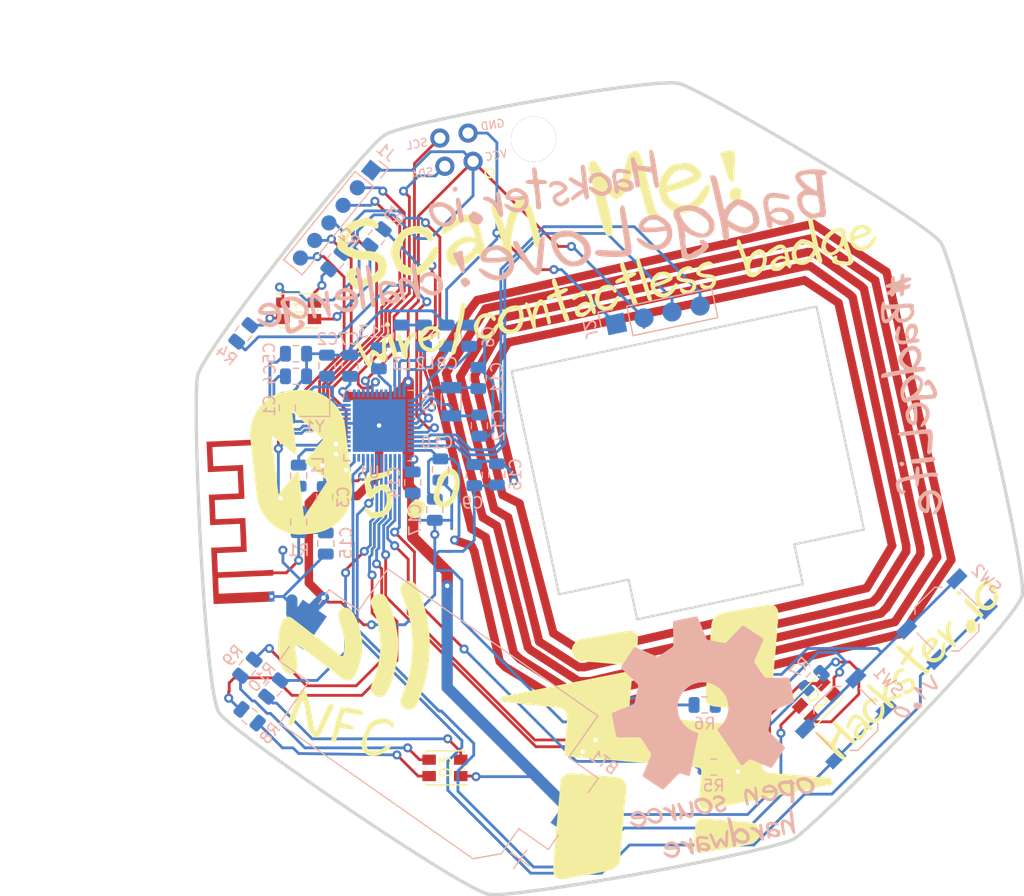
<source format=kicad_pcb>
(kicad_pcb (version 20171130) (host pcbnew 5.0.2-bee76a0~70~ubuntu18.04.1)
  (layers (0 F.Cu signal) (31 B.Cu signal) (34 B.Paste user) (35 F.Paste user) (36 B.SilkS user) (37 F.SilkS user) (38 B.Mask user) (39 F.Mask user) (44 Edge.Cuts user))
  (net 0 "")
  (net 1 GND)
  (net 2 "Net-(C1-Pad1)")
  (net 3 "Net-(C2-Pad1)")
  (net 4 "Net-(Antenna2-Pad1)")
  (net 5 "Net-(C4-Pad1)")
  (net 6 "Net-(C5-Pad1)")
  (net 7 "Net-(C6-Pad1)")
  (net 8 "Net-(C7-Pad1)")
  (net 9 +BATT)
  (net 10 "Net-(Antenna1-Pad1)")
  (net 11 "Net-(Antenna1-Pad2)")
  (net 12 "Net-(C11-Pad1)")
  (net 13 "Net-(C12-Pad1)")
  (net 14 "Net-(L1-Pad2)")
  (net 15 "Net-(L2-Pad2)")
  (net 16 "Net-(L3-Pad2)")
  (net 17 "Net-(U1-Pad44)")
  (net 18 "Net-(U1-Pad43)")
  (net 19 "Net-(U1-Pad42)")
  (net 20 "Net-(U1-Pad41)")
  (net 21 "Net-(U1-Pad40)")
  (net 22 "Net-(U1-Pad39)")
  (net 23 "Net-(U1-Pad38)")
  (net 24 "Net-(U1-Pad37)")
  (net 25 "Net-(U1-Pad29)")
  (net 26 "Net-(U1-Pad28)")
  (net 27 "Net-(U1-Pad27)")
  (net 28 SWDIO)
  (net 29 SWDCLK)
  (net 30 RST)
  (net 31 "Net-(U1-Pad23)")
  (net 32 SWO)
  (net 33 "Net-(U1-Pad5)")
  (net 34 "Net-(U1-Pad4)")
  (net 35 "Net-(C3-Pad1)")
  (net 36 "Net-(D1-Pad3)")
  (net 37 "Net-(D1-Pad4)")
  (net 38 "Net-(D1-Pad2)")
  (net 39 "Net-(D2-Pad2)")
  (net 40 "Net-(D2-Pad4)")
  (net 41 "Net-(D2-Pad3)")
  (net 42 "Net-(D3-Pad2)")
  (net 43 "Net-(D3-Pad4)")
  (net 44 "Net-(D3-Pad3)")
  (net 45 L1R)
  (net 46 L1G)
  (net 47 L1B)
  (net 48 L2R)
  (net 49 L2G)
  (net 50 L2B)
  (net 51 L3R)
  (net 52 L3G)
  (net 53 L3B)
  (net 54 ScrnSCL)
  (net 55 ScrnSDA)
  (net 56 BTN1)
  (net 57 BTN2)
  (module lib:PinHeader_1x04_P2.54mm_Pad (layer B.Cu) (at 171.79 101.36 282)
    (fp_text reference J2 (at 0 2.33 282) (layer B.SilkS) (effects (justify mirror)))
    (fp_text value Conn_01x04_Male)
    (pad 4 smd oval (at 0 -7.62 282) (size 1.7 1.7) (layers B.Cu B.Paste B.Mask) (net 55 ScrnSDA))
    (pad 3 smd oval (at 0 -5.08 282) (size 1.7 1.7) (layers B.Cu B.Paste B.Mask) (net 54 ScrnSCL))
    (pad 2 smd oval (at 0 -2.54 282) (size 1.7 1.7) (layers B.Cu B.Paste B.Mask) (net 9 +BATT))
    (pad 1 smd rect (at 0 0 282) (size 1.7 1.7) (layers B.Cu B.Paste B.Mask) (net 1 GND))
  )
  (module lib:scan-me-badge-2 (layer F.Cu) (at 117.5 140.35)
    (fp_text reference svg2mod hide)
    (fp_text value G*** hide)
  )
  (module Battery:BatteryHolder_Keystone_1060_1x2032 (layer B.Cu) (at 156.1 136.4 145)
    (fp_text reference BT1 (at -14.125 5.3 145) (layer B.SilkS) (effects (justify mirror)))
    (fp_text value CR2032)
    (pad 2 smd rect (at 14.65 0 325) (size 2.6 3.6) (layers B.Cu B.Paste B.Mask) (net 1 GND))
    (pad 1 smd rect (at -14.65 0 325) (size 2.6 3.6) (layers B.Cu B.Paste B.Mask) (net 9 +BATT))
  )
  (module Resistor_SMD:R_0805_2012Metric (layer B.Cu) (at 138.8 102.2 51)
    (fp_text reference R4 (at -2.45 0.05 141) (layer B.SilkS) (effects (justify mirror)))
    (fp_text value 0R)
    (pad 2 smd roundrect (at 0.9375 0 51) (size 0.975 1.4) (layers B.Cu B.Paste B.Mask) (net 37 "Net-(D1-Pad4)"))
    (pad 1 smd roundrect (at -0.9375 0 51) (size 0.975 1.4) (layers B.Cu B.Paste B.Mask) (net 47 L1B))
  )
  (module Resistor_SMD:R_0805_2012Metric (layer B.Cu) (at 150.6 93.7 231)
    (fp_text reference R3 (at -2.4125 -0.05 321) (layer B.SilkS) (effects (justify mirror)))
    (fp_text value 0R)
    (pad 1 smd roundrect (at -0.9375 0 231) (size 0.975 1.4) (layers B.Cu B.Paste B.Mask) (net 46 L1G))
    (pad 2 smd roundrect (at 0.9375 0 231) (size 0.975 1.4) (layers B.Cu B.Paste B.Mask) (net 36 "Net-(D1-Pad3)"))
  )
  (module lib:scan-me-badge (layer F.Cu) (at 201 82.5)
    (fp_text reference svg2mod hide)
    (fp_text value G*** hide)
    (fp_line (start -13.455261 64.459292) (end -13.511987 64.492632) (layer Edge.Cuts) (width 0.295621))
    (fp_line (start -13.391378 64.418185) (end -13.455261 64.459292) (layer Edge.Cuts) (width 0.295621))
    (fp_line (start -13.320472 64.369447) (end -13.391378 64.418185) (layer Edge.Cuts) (width 0.295621))
    (fp_line (start -13.242678 64.31321) (end -13.320472 64.369447) (layer Edge.Cuts) (width 0.295621))
    (fp_line (start -13.15813 64.249609) (end -13.242678 64.31321) (layer Edge.Cuts) (width 0.295621))
    (fp_line (start -13.066963 64.178777) (end -13.15813 64.249609) (layer Edge.Cuts) (width 0.295621))
    (fp_line (start -12.969309 64.100849) (end -13.066963 64.178777) (layer Edge.Cuts) (width 0.295621))
    (fp_line (start -12.865304 64.015958) (end -12.969309 64.100849) (layer Edge.Cuts) (width 0.295621))
    (fp_line (start -12.755082 63.924238) (end -12.865304 64.015958) (layer Edge.Cuts) (width 0.295621))
    (fp_line (start -12.638777 63.825824) (end -12.755082 63.924238) (layer Edge.Cuts) (width 0.295621))
    (fp_line (start -12.516523 63.720849) (end -12.638777 63.825824) (layer Edge.Cuts) (width 0.295621))
    (fp_line (start -12.388454 63.609447) (end -12.516523 63.720849) (layer Edge.Cuts) (width 0.295621))
    (fp_line (start -12.254706 63.491752) (end -12.388454 63.609447) (layer Edge.Cuts) (width 0.295621))
    (fp_line (start -12.115411 63.367897) (end -12.254706 63.491752) (layer Edge.Cuts) (width 0.295621))
    (fp_line (start -11.970704 63.238018) (end -12.115411 63.367897) (layer Edge.Cuts) (width 0.295621))
    (fp_line (start -11.82072 63.102247) (end -11.970704 63.238018) (layer Edge.Cuts) (width 0.295621))
    (fp_line (start -11.665592 62.960719) (end -11.82072 63.102247) (layer Edge.Cuts) (width 0.295621))
    (fp_line (start -11.505455 62.813567) (end -11.665592 62.960719) (layer Edge.Cuts) (width 0.295621))
    (fp_line (start -11.340444 62.660926) (end -11.505455 62.813567) (layer Edge.Cuts) (width 0.295621))
    (fp_line (start -11.170691 62.50293) (end -11.340444 62.660926) (layer Edge.Cuts) (width 0.295621))
    (fp_line (start -10.996333 62.339711) (end -11.170691 62.50293) (layer Edge.Cuts) (width 0.295621))
    (fp_line (start -10.817502 62.171405) (end -10.996333 62.339711) (layer Edge.Cuts) (width 0.295621))
    (fp_line (start -10.634333 61.998145) (end -10.817502 62.171405) (layer Edge.Cuts) (width 0.295621))
    (fp_line (start -10.44696 61.820065) (end -10.634333 61.998145) (layer Edge.Cuts) (width 0.295621))
    (fp_line (start -10.255517 61.637299) (end -10.44696 61.820065) (layer Edge.Cuts) (width 0.295621))
    (fp_line (start -10.06014 61.449981) (end -10.255517 61.637299) (layer Edge.Cuts) (width 0.295621))
    (fp_line (start -9.860961 61.258244) (end -10.06014 61.449981) (layer Edge.Cuts) (width 0.295621))
    (fp_line (start -9.658115 61.062224) (end -9.860961 61.258244) (layer Edge.Cuts) (width 0.295621))
    (fp_line (start -9.451737 60.862053) (end -9.658115 61.062224) (layer Edge.Cuts) (width 0.295621))
    (fp_line (start -9.241961 60.657865) (end -9.451737 60.862053) (layer Edge.Cuts) (width 0.295621))
    (fp_line (start -9.02892 60.449795) (end -9.241961 60.657865) (layer Edge.Cuts) (width 0.295621))
    (fp_line (start -8.812749 60.237977) (end -9.02892 60.449795) (layer Edge.Cuts) (width 0.295621))
    (fp_line (start -8.593583 60.022543) (end -8.812749 60.237977) (layer Edge.Cuts) (width 0.295621))
    (fp_line (start -8.371555 59.803629) (end -8.593583 60.022543) (layer Edge.Cuts) (width 0.295621))
    (fp_line (start -8.1468 59.581368) (end -8.371555 59.803629) (layer Edge.Cuts) (width 0.295621))
    (fp_line (start -7.919452 59.355894) (end -8.1468 59.581368) (layer Edge.Cuts) (width 0.295621))
    (fp_line (start -7.689645 59.127341) (end -7.919452 59.355894) (layer Edge.Cuts) (width 0.295621))
    (fp_line (start -7.457514 58.895843) (end -7.689645 59.127341) (layer Edge.Cuts) (width 0.295621))
    (fp_line (start -7.223192 58.661533) (end -7.457514 58.895843) (layer Edge.Cuts) (width 0.295621))
    (fp_line (start -6.986815 58.424547) (end -7.223192 58.661533) (layer Edge.Cuts) (width 0.295621))
    (fp_line (start -6.748515 58.185017) (end -6.986815 58.424547) (layer Edge.Cuts) (width 0.295621))
    (fp_line (start -6.508428 57.943077) (end -6.748515 58.185017) (layer Edge.Cuts) (width 0.295621))
    (fp_line (start -6.266687 57.698862) (end -6.508428 57.943077) (layer Edge.Cuts) (width 0.295621))
    (fp_line (start -6.023427 57.452506) (end -6.266687 57.698862) (layer Edge.Cuts) (width 0.295621))
    (fp_line (start -5.778783 57.204141) (end -6.023427 57.452506) (layer Edge.Cuts) (width 0.295621))
    (fp_line (start -5.532887 56.953903) (end -5.778783 57.204141) (layer Edge.Cuts) (width 0.295621))
    (fp_line (start -5.285875 56.701925) (end -5.532887 56.953903) (layer Edge.Cuts) (width 0.295621))
    (fp_line (start -5.037881 56.448341) (end -5.285875 56.701925) (layer Edge.Cuts) (width 0.295621))
    (fp_line (start -4.789039 56.193285) (end -5.037881 56.448341) (layer Edge.Cuts) (width 0.295621))
    (fp_line (start -4.539483 55.93689) (end -4.789039 56.193285) (layer Edge.Cuts) (width 0.295621))
    (fp_line (start -4.289347 55.679292) (end -4.539483 55.93689) (layer Edge.Cuts) (width 0.295621))
    (fp_line (start -4.038766 55.420623) (end -4.289347 55.679292) (layer Edge.Cuts) (width 0.295621))
    (fp_line (start -3.787875 55.161018) (end -4.038766 55.420623) (layer Edge.Cuts) (width 0.295621))
    (fp_line (start -3.536806 54.900611) (end -3.787875 55.161018) (layer Edge.Cuts) (width 0.295621))
    (fp_line (start -3.285694 54.639534) (end -3.536806 54.900611) (layer Edge.Cuts) (width 0.295621))
    (fp_line (start -3.034674 54.377924) (end -3.285694 54.639534) (layer Edge.Cuts) (width 0.295621))
    (fp_line (start -2.78388 54.115912) (end -3.034674 54.377924) (layer Edge.Cuts) (width 0.295621))
    (fp_line (start -2.533446 53.853634) (end -2.78388 54.115912) (layer Edge.Cuts) (width 0.295621))
    (fp_line (start -2.283507 53.591223) (end -2.533446 53.853634) (layer Edge.Cuts) (width 0.295621))
    (fp_line (start -2.034195 53.328812) (end -2.283507 53.591223) (layer Edge.Cuts) (width 0.295621))
    (fp_line (start -1.785647 53.066537) (end -2.034195 53.328812) (layer Edge.Cuts) (width 0.295621))
    (fp_line (start -1.537996 52.804531) (end -1.785647 53.066537) (layer Edge.Cuts) (width 0.295621))
    (fp_line (start -1.291375 52.542927) (end -1.537996 52.804531) (layer Edge.Cuts) (width 0.295621))
    (fp_line (start -1.04592 52.28186) (end -1.291375 52.542927) (layer Edge.Cuts) (width 0.295621))
    (fp_line (start -0.801765 52.021464) (end -1.04592 52.28186) (layer Edge.Cuts) (width 0.295621))
    (fp_line (start -0.559044 51.761872) (end -0.801765 52.021464) (layer Edge.Cuts) (width 0.295621))
    (fp_line (start -0.317891 51.503219) (end -0.559044 51.761872) (layer Edge.Cuts) (width 0.295621))
    (fp_line (start -0.07844 51.245638) (end -0.317891 51.503219) (layer Edge.Cuts) (width 0.295621))
    (fp_line (start 0.159174 50.989263) (end -0.07844 51.245638) (layer Edge.Cuts) (width 0.295621))
    (fp_line (start 0.394818 50.734229) (end 0.159174 50.989263) (layer Edge.Cuts) (width 0.295621))
    (fp_line (start 0.628356 50.480668) (end 0.394818 50.734229) (layer Edge.Cuts) (width 0.295621))
    (fp_line (start 0.859655 50.228716) (end 0.628356 50.480668) (layer Edge.Cuts) (width 0.295621))
    (fp_line (start 1.088581 49.978505) (end 0.859655 50.228716) (layer Edge.Cuts) (width 0.295621))
    (fp_line (start 1.314999 49.730171) (end 1.088581 49.978505) (layer Edge.Cuts) (width 0.295621))
    (fp_line (start 1.538774 49.483846) (end 1.314999 49.730171) (layer Edge.Cuts) (width 0.295621))
    (fp_line (start 1.759774 49.239665) (end 1.538774 49.483846) (layer Edge.Cuts) (width 0.295621))
    (fp_line (start 1.977863 48.997761) (end 1.759774 49.239665) (layer Edge.Cuts) (width 0.295621))
    (fp_line (start 2.192908 48.758269) (end 1.977863 48.997761) (layer Edge.Cuts) (width 0.295621))
    (fp_line (start 2.404774 48.521322) (end 2.192908 48.758269) (layer Edge.Cuts) (width 0.295621))
    (fp_line (start 2.613326 48.287055) (end 2.404774 48.521322) (layer Edge.Cuts) (width 0.295621))
    (fp_line (start 2.818432 48.055601) (end 2.613326 48.287055) (layer Edge.Cuts) (width 0.295621))
    (fp_line (start 3.019955 47.827094) (end 2.818432 48.055601) (layer Edge.Cuts) (width 0.295621))
    (fp_line (start 3.217763 47.601669) (end 3.019955 47.827094) (layer Edge.Cuts) (width 0.295621))
    (fp_line (start 3.411721 47.379458) (end 3.217763 47.601669) (layer Edge.Cuts) (width 0.295621))
    (fp_line (start 3.601695 47.160596) (end 3.411721 47.379458) (layer Edge.Cuts) (width 0.295621))
    (fp_line (start 3.78755 46.945217) (end 3.601695 47.160596) (layer Edge.Cuts) (width 0.295621))
    (fp_line (start 3.969153 46.733455) (end 3.78755 46.945217) (layer Edge.Cuts) (width 0.295621))
    (fp_line (start 4.146368 46.525444) (end 3.969153 46.733455) (layer Edge.Cuts) (width 0.295621))
    (fp_line (start 4.319062 46.321317) (end 4.146368 46.525444) (layer Edge.Cuts) (width 0.295621))
    (fp_line (start 4.487101 46.121208) (end 4.319062 46.321317) (layer Edge.Cuts) (width 0.295621))
    (fp_line (start 4.65035 45.925252) (end 4.487101 46.121208) (layer Edge.Cuts) (width 0.295621))
    (fp_line (start 4.808676 45.733583) (end 4.65035 45.925252) (layer Edge.Cuts) (width 0.295621))
    (fp_line (start 4.961943 45.546333) (end 4.808676 45.733583) (layer Edge.Cuts) (width 0.295621))
    (fp_line (start 5.110018 45.363638) (end 4.961943 45.546333) (layer Edge.Cuts) (width 0.295621))
    (fp_line (start 5.252766 45.185631) (end 5.110018 45.363638) (layer Edge.Cuts) (width 0.295621))
    (fp_line (start 5.390054 45.012446) (end 5.252766 45.185631) (layer Edge.Cuts) (width 0.295621))
    (fp_line (start 5.521747 44.844217) (end 5.390054 45.012446) (layer Edge.Cuts) (width 0.295621))
    (fp_line (start 5.64771 44.681078) (end 5.521747 44.844217) (layer Edge.Cuts) (width 0.295621))
    (fp_line (start 5.76781 44.523162) (end 5.64771 44.681078) (layer Edge.Cuts) (width 0.295621))
    (fp_line (start 5.881912 44.370604) (end 5.76781 44.523162) (layer Edge.Cuts) (width 0.295621))
    (fp_line (start 5.989882 44.223538) (end 5.881912 44.370604) (layer Edge.Cuts) (width 0.295621))
    (fp_line (start 6.091586 44.082097) (end 5.989882 44.223538) (layer Edge.Cuts) (width 0.295621))
    (fp_line (start 6.18689 43.946416) (end 6.091586 44.082097) (layer Edge.Cuts) (width 0.295621))
    (fp_line (start 6.275659 43.816628) (end 6.18689 43.946416) (layer Edge.Cuts) (width 0.295621))
    (fp_line (start 6.357759 43.692867) (end 6.275659 43.816628) (layer Edge.Cuts) (width 0.295621))
    (fp_line (start 6.433056 43.575267) (end 6.357759 43.692867) (layer Edge.Cuts) (width 0.295621))
    (fp_line (start 6.501416 43.463963) (end 6.433056 43.575267) (layer Edge.Cuts) (width 0.295621))
    (fp_line (start 6.562704 43.359087) (end 6.501416 43.463963) (layer Edge.Cuts) (width 0.295621))
    (fp_line (start 6.616786 43.260774) (end 6.562704 43.359087) (layer Edge.Cuts) (width 0.295621))
    (fp_line (start 6.663529 43.169159) (end 6.616786 43.260774) (layer Edge.Cuts) (width 0.295621))
    (fp_line (start 6.702797 43.084374) (end 6.663529 43.169159) (layer Edge.Cuts) (width 0.295621))
    (fp_line (start 6.734456 43.006553) (end 6.702797 43.084374) (layer Edge.Cuts) (width 0.295621))
    (fp_line (start 6.758373 42.935831) (end 6.734456 43.006553) (layer Edge.Cuts) (width 0.295621))
    (fp_line (start 6.774413 42.872342) (end 6.758373 42.935831) (layer Edge.Cuts) (width 0.295621))
    (fp_line (start 6.784238 42.811993) (end 6.774413 42.872342) (layer Edge.Cuts) (width 0.295621))
    (fp_line (start 6.79139 42.741954) (end 6.784238 42.811993) (layer Edge.Cuts) (width 0.295621))
    (fp_line (start 6.795906 42.662387) (end 6.79139 42.741954) (layer Edge.Cuts) (width 0.295621))
    (fp_line (start 6.797826 42.573453) (end 6.795906 42.662387) (layer Edge.Cuts) (width 0.295621))
    (fp_line (start 6.797187 42.475315) (end 6.797826 42.573453) (layer Edge.Cuts) (width 0.295621))
    (fp_line (start 6.794028 42.368133) (end 6.797187 42.475315) (layer Edge.Cuts) (width 0.295621))
    (fp_line (start 6.788387 42.25207) (end 6.794028 42.368133) (layer Edge.Cuts) (width 0.295621))
    (fp_line (start 6.780304 42.127286) (end 6.788387 42.25207) (layer Edge.Cuts) (width 0.295621))
    (fp_line (start 6.769815 41.993944) (end 6.780304 42.127286) (layer Edge.Cuts) (width 0.295621))
    (fp_line (start 6.756959 41.852204) (end 6.769815 41.993944) (layer Edge.Cuts) (width 0.295621))
    (fp_line (start 6.741776 41.702229) (end 6.756959 41.852204) (layer Edge.Cuts) (width 0.295621))
    (fp_line (start 6.724303 41.54418) (end 6.741776 41.702229) (layer Edge.Cuts) (width 0.295621))
    (fp_line (start 6.704578 41.378218) (end 6.724303 41.54418) (layer Edge.Cuts) (width 0.295621))
    (fp_line (start 6.68264 41.204506) (end 6.704578 41.378218) (layer Edge.Cuts) (width 0.295621))
    (fp_line (start 6.658528 41.023204) (end 6.68264 41.204506) (layer Edge.Cuts) (width 0.295621))
    (fp_line (start 6.632279 40.834474) (end 6.658528 41.023204) (layer Edge.Cuts) (width 0.295621))
    (fp_line (start 6.603932 40.638478) (end 6.632279 40.834474) (layer Edge.Cuts) (width 0.295621))
    (fp_line (start 6.573526 40.435378) (end 6.603932 40.638478) (layer Edge.Cuts) (width 0.295621))
    (fp_line (start 6.541099 40.225334) (end 6.573526 40.435378) (layer Edge.Cuts) (width 0.295621))
    (fp_line (start 6.506688 40.008509) (end 6.541099 40.225334) (layer Edge.Cuts) (width 0.295621))
    (fp_line (start 6.470334 39.785063) (end 6.506688 40.008509) (layer Edge.Cuts) (width 0.295621))
    (fp_line (start 6.432073 39.55516) (end 6.470334 39.785063) (layer Edge.Cuts) (width 0.295621))
    (fp_line (start 6.391945 39.318959) (end 6.432073 39.55516) (layer Edge.Cuts) (width 0.295621))
    (fp_line (start 6.349987 39.076623) (end 6.391945 39.318959) (layer Edge.Cuts) (width 0.295621))
    (fp_line (start 6.306239 38.828313) (end 6.349987 39.076623) (layer Edge.Cuts) (width 0.295621))
    (fp_line (start 6.260738 38.574191) (end 6.306239 38.828313) (layer Edge.Cuts) (width 0.295621))
    (fp_line (start 6.213523 38.314418) (end 6.260738 38.574191) (layer Edge.Cuts) (width 0.295621))
    (fp_line (start 6.164632 38.049157) (end 6.213523 38.314418) (layer Edge.Cuts) (width 0.295621))
    (fp_line (start 6.114104 37.778567) (end 6.164632 38.049157) (layer Edge.Cuts) (width 0.295621))
    (fp_line (start 6.061976 37.502812) (end 6.114104 37.778567) (layer Edge.Cuts) (width 0.295621))
    (fp_line (start 6.008288 37.222052) (end 6.061976 37.502812) (layer Edge.Cuts) (width 0.295621))
    (fp_line (start 5.953078 36.936449) (end 6.008288 37.222052) (layer Edge.Cuts) (width 0.295621))
    (fp_line (start 5.896384 36.646165) (end 5.953078 36.936449) (layer Edge.Cuts) (width 0.295621))
    (fp_line (start 5.838244 36.351361) (end 5.896384 36.646165) (layer Edge.Cuts) (width 0.295621))
    (fp_line (start 5.778697 36.052199) (end 5.838244 36.351361) (layer Edge.Cuts) (width 0.295621))
    (fp_line (start 5.717781 35.74884) (end 5.778697 36.052199) (layer Edge.Cuts) (width 0.295621))
    (fp_line (start 5.655535 35.441446) (end 5.717781 35.74884) (layer Edge.Cuts) (width 0.295621))
    (fp_line (start 5.591997 35.130179) (end 5.655535 35.441446) (layer Edge.Cuts) (width 0.295621))
    (fp_line (start 5.527205 34.815199) (end 5.591997 35.130179) (layer Edge.Cuts) (width 0.295621))
    (fp_line (start 5.461198 34.496669) (end 5.527205 34.815199) (layer Edge.Cuts) (width 0.295621))
    (fp_line (start 5.394014 34.17475) (end 5.461198 34.496669) (layer Edge.Cuts) (width 0.295621))
    (fp_line (start 5.325692 33.849604) (end 5.394014 34.17475) (layer Edge.Cuts) (width 0.295621))
    (fp_line (start 5.256269 33.521392) (end 5.325692 33.849604) (layer Edge.Cuts) (width 0.295621))
    (fp_line (start 5.185785 33.190276) (end 5.256269 33.521392) (layer Edge.Cuts) (width 0.295621))
    (fp_line (start 5.114277 32.856417) (end 5.185785 33.190276) (layer Edge.Cuts) (width 0.295621))
    (fp_line (start 5.041784 32.519977) (end 5.114277 32.856417) (layer Edge.Cuts) (width 0.295621))
    (fp_line (start 4.968344 32.181117) (end 5.041784 32.519977) (layer Edge.Cuts) (width 0.295621))
    (fp_line (start 4.893997 31.84) (end 4.968344 32.181117) (layer Edge.Cuts) (width 0.295621))
    (fp_line (start 4.818779 31.496785) (end 4.893997 31.84) (layer Edge.Cuts) (width 0.295621))
    (fp_line (start 4.74273 31.151636) (end 4.818779 31.496785) (layer Edge.Cuts) (width 0.295621))
    (fp_line (start 4.665888 30.804714) (end 4.74273 31.151636) (layer Edge.Cuts) (width 0.295621))
    (fp_line (start 4.58829 30.45618) (end 4.665888 30.804714) (layer Edge.Cuts) (width 0.295621))
    (fp_line (start 4.509977 30.106196) (end 4.58829 30.45618) (layer Edge.Cuts) (width 0.295621))
    (fp_line (start 4.430985 29.754923) (end 4.509977 30.106196) (layer Edge.Cuts) (width 0.295621))
    (fp_line (start 4.351354 29.402523) (end 4.430985 29.754923) (layer Edge.Cuts) (width 0.295621))
    (fp_line (start 4.271122 29.049157) (end 4.351354 29.402523) (layer Edge.Cuts) (width 0.295621))
    (fp_line (start 4.190327 28.694987) (end 4.271122 29.049157) (layer Edge.Cuts) (width 0.295621))
    (fp_line (start 4.109007 28.340175) (end 4.190327 28.694987) (layer Edge.Cuts) (width 0.295621))
    (fp_line (start 4.027201 27.984882) (end 4.109007 28.340175) (layer Edge.Cuts) (width 0.295621))
    (fp_line (start 3.944947 27.62927) (end 4.027201 27.984882) (layer Edge.Cuts) (width 0.295621))
    (fp_line (start 3.862284 27.2735) (end 3.944947 27.62927) (layer Edge.Cuts) (width 0.295621))
    (fp_line (start 3.77925 26.917733) (end 3.862284 27.2735) (layer Edge.Cuts) (width 0.295621))
    (fp_line (start 3.695883 26.562132) (end 3.77925 26.917733) (layer Edge.Cuts) (width 0.295621))
    (fp_line (start 3.612222 26.206858) (end 3.695883 26.562132) (layer Edge.Cuts) (width 0.295621))
    (fp_line (start 3.528305 25.852072) (end 3.612222 26.206858) (layer Edge.Cuts) (width 0.295621))
    (fp_line (start 3.444171 25.497937) (end 3.528305 25.852072) (layer Edge.Cuts) (width 0.295621))
    (fp_line (start 3.359857 25.144612) (end 3.444171 25.497937) (layer Edge.Cuts) (width 0.295621))
    (fp_line (start 3.275403 24.792261) (end 3.359857 25.144612) (layer Edge.Cuts) (width 0.295621))
    (fp_line (start 3.190846 24.441045) (end 3.275403 24.792261) (layer Edge.Cuts) (width 0.295621))
    (fp_line (start 3.106225 24.091125) (end 3.190846 24.441045) (layer Edge.Cuts) (width 0.295621))
    (fp_line (start 3.021579 23.742662) (end 3.106225 24.091125) (layer Edge.Cuts) (width 0.295621))
    (fp_line (start 2.936945 23.395819) (end 3.021579 23.742662) (layer Edge.Cuts) (width 0.295621))
    (fp_line (start 2.852363 23.050757) (end 2.936945 23.395819) (layer Edge.Cuts) (width 0.295621))
    (fp_line (start 2.76787 22.707637) (end 2.852363 23.050757) (layer Edge.Cuts) (width 0.295621))
    (fp_line (start 2.683505 22.366622) (end 2.76787 22.707637) (layer Edge.Cuts) (width 0.295621))
    (fp_line (start 2.599306 22.027871) (end 2.683505 22.366622) (layer Edge.Cuts) (width 0.295621))
    (fp_line (start 2.515312 21.691548) (end 2.599306 22.027871) (layer Edge.Cuts) (width 0.295621))
    (fp_line (start 2.43156 21.357814) (end 2.515312 21.691548) (layer Edge.Cuts) (width 0.295621))
    (fp_line (start 2.34809 21.02683) (end 2.43156 21.357814) (layer Edge.Cuts) (width 0.295621))
    (fp_line (start 2.26494 20.698757) (end 2.34809 21.02683) (layer Edge.Cuts) (width 0.295621))
    (fp_line (start 2.182148 20.373758) (end 2.26494 20.698757) (layer Edge.Cuts) (width 0.295621))
    (fp_line (start 2.099753 20.051994) (end 2.182148 20.373758) (layer Edge.Cuts) (width 0.295621))
    (fp_line (start 2.017792 19.733626) (end 2.099753 20.051994) (layer Edge.Cuts) (width 0.295621))
    (fp_line (start 1.936305 19.418816) (end 2.017792 19.733626) (layer Edge.Cuts) (width 0.295621))
    (fp_line (start 1.855329 19.107726) (end 1.936305 19.418816) (layer Edge.Cuts) (width 0.295621))
    (fp_line (start 1.774903 18.800517) (end 1.855329 19.107726) (layer Edge.Cuts) (width 0.295621))
    (fp_line (start 1.695066 18.497351) (end 1.774903 18.800517) (layer Edge.Cuts) (width 0.295621))
    (fp_line (start 1.615855 18.198389) (end 1.695066 18.497351) (layer Edge.Cuts) (width 0.295621))
    (fp_line (start 1.537309 17.903792) (end 1.615855 18.198389) (layer Edge.Cuts) (width 0.295621))
    (fp_line (start 1.459467 17.613723) (end 1.537309 17.903792) (layer Edge.Cuts) (width 0.295621))
    (fp_line (start 1.382367 17.328343) (end 1.459467 17.613723) (layer Edge.Cuts) (width 0.295621))
    (fp_line (start 1.306047 17.047813) (end 1.382367 17.328343) (layer Edge.Cuts) (width 0.295621))
    (fp_line (start 1.230546 16.772295) (end 1.306047 17.047813) (layer Edge.Cuts) (width 0.295621))
    (fp_line (start 1.155902 16.501951) (end 1.230546 16.772295) (layer Edge.Cuts) (width 0.295621))
    (fp_line (start 1.082153 16.236942) (end 1.155902 16.501951) (layer Edge.Cuts) (width 0.295621))
    (fp_line (start 1.009338 15.97743) (end 1.082153 16.236942) (layer Edge.Cuts) (width 0.295621))
    (fp_line (start 0.937495 15.723576) (end 1.009338 15.97743) (layer Edge.Cuts) (width 0.295621))
    (fp_line (start 0.866662 15.475541) (end 0.937495 15.723576) (layer Edge.Cuts) (width 0.295621))
    (fp_line (start 0.796879 15.233488) (end 0.866662 15.475541) (layer Edge.Cuts) (width 0.295621))
    (fp_line (start 0.728182 14.997578) (end 0.796879 15.233488) (layer Edge.Cuts) (width 0.295621))
    (fp_line (start 0.660612 14.767972) (end 0.728182 14.997578) (layer Edge.Cuts) (width 0.295621))
    (fp_line (start 0.594205 14.544833) (end 0.660612 14.767972) (layer Edge.Cuts) (width 0.295621))
    (fp_line (start 0.529 14.328321) (end 0.594205 14.544833) (layer Edge.Cuts) (width 0.295621))
    (fp_line (start 0.465037 14.118598) (end 0.529 14.328321) (layer Edge.Cuts) (width 0.295621))
    (fp_line (start 0.402353 13.915825) (end 0.465037 14.118598) (layer Edge.Cuts) (width 0.295621))
    (fp_line (start 0.340986 13.720165) (end 0.402353 13.915825) (layer Edge.Cuts) (width 0.295621))
    (fp_line (start 0.280975 13.531779) (end 0.340986 13.720165) (layer Edge.Cuts) (width 0.295621))
    (fp_line (start 0.222358 13.350828) (end 0.280975 13.531779) (layer Edge.Cuts) (width 0.295621))
    (fp_line (start 0.165174 13.177474) (end 0.222358 13.350828) (layer Edge.Cuts) (width 0.295621))
    (fp_line (start 0.109461 13.011878) (end 0.165174 13.177474) (layer Edge.Cuts) (width 0.295621))
    (fp_line (start 0.055257 12.854203) (end 0.109461 13.011878) (layer Edge.Cuts) (width 0.295621))
    (fp_line (start 0.002601 12.704609) (end 0.055257 12.854203) (layer Edge.Cuts) (width 0.295621))
    (fp_line (start -0.048469 12.563258) (end 0.002601 12.704609) (layer Edge.Cuts) (width 0.295621))
    (fp_line (start -0.097914 12.430311) (end -0.048469 12.563258) (layer Edge.Cuts) (width 0.295621))
    (fp_line (start -0.145697 12.305931) (end -0.097914 12.430311) (layer Edge.Cuts) (width 0.295621))
    (fp_line (start -0.191778 12.190279) (end -0.145697 12.305931) (layer Edge.Cuts) (width 0.295621))
    (fp_line (start -0.236119 12.083516) (end -0.191778 12.190279) (layer Edge.Cuts) (width 0.295621))
    (fp_line (start -0.278683 11.985804) (end -0.236119 12.083516) (layer Edge.Cuts) (width 0.295621))
    (fp_line (start -0.31943 11.897305) (end -0.278683 11.985804) (layer Edge.Cuts) (width 0.295621))
    (fp_line (start -0.358322 11.818179) (end -0.31943 11.897305) (layer Edge.Cuts) (width 0.295621))
    (fp_line (start -0.395321 11.748589) (end -0.358322 11.818179) (layer Edge.Cuts) (width 0.295621))
    (fp_line (start -0.430389 11.688696) (end -0.395321 11.748589) (layer Edge.Cuts) (width 0.295621))
    (fp_line (start -0.463487 11.638662) (end -0.430389 11.688696) (layer Edge.Cuts) (width 0.295621))
    (fp_line (start -0.506485 11.582695) (end -0.463487 11.638662) (layer Edge.Cuts) (width 0.295621))
    (fp_line (start -0.559424 11.521429) (end -0.506485 11.582695) (layer Edge.Cuts) (width 0.295621))
    (fp_line (start -0.622114 11.454975) (end -0.559424 11.521429) (layer Edge.Cuts) (width 0.295621))
    (fp_line (start -0.694364 11.383444) (end -0.622114 11.454975) (layer Edge.Cuts) (width 0.295621))
    (fp_line (start -0.775986 11.306946) (end -0.694364 11.383444) (layer Edge.Cuts) (width 0.295621))
    (fp_line (start -0.866788 11.225592) (end -0.775986 11.306946) (layer Edge.Cuts) (width 0.295621))
    (fp_line (start -0.966581 11.139493) (end -0.866788 11.225592) (layer Edge.Cuts) (width 0.295621))
    (fp_line (start -1.075175 11.048758) (end -0.966581 11.139493) (layer Edge.Cuts) (width 0.295621))
    (fp_line (start -1.19238 10.953499) (end -1.075175 11.048758) (layer Edge.Cuts) (width 0.295621))
    (fp_line (start -1.318005 10.853826) (end -1.19238 10.953499) (layer Edge.Cuts) (width 0.295621))
    (fp_line (start -1.451862 10.74985) (end -1.318005 10.853826) (layer Edge.Cuts) (width 0.295621))
    (fp_line (start -1.593759 10.641682) (end -1.451862 10.74985) (layer Edge.Cuts) (width 0.295621))
    (fp_line (start -1.743508 10.529431) (end -1.593759 10.641682) (layer Edge.Cuts) (width 0.295621))
    (fp_line (start -1.900917 10.413209) (end -1.743508 10.529431) (layer Edge.Cuts) (width 0.295621))
    (fp_line (start -2.065797 10.293126) (end -1.900917 10.413209) (layer Edge.Cuts) (width 0.295621))
    (fp_line (start -2.237958 10.169293) (end -2.065797 10.293126) (layer Edge.Cuts) (width 0.295621))
    (fp_line (start -2.41721 10.04182) (end -2.237958 10.169293) (layer Edge.Cuts) (width 0.295621))
    (fp_line (start -2.603363 9.910818) (end -2.41721 10.04182) (layer Edge.Cuts) (width 0.295621))
    (fp_line (start -2.796227 9.776397) (end -2.603363 9.910818) (layer Edge.Cuts) (width 0.295621))
    (fp_line (start -2.995612 9.638669) (end -2.796227 9.776397) (layer Edge.Cuts) (width 0.295621))
    (fp_line (start -3.201328 9.497743) (end -2.995612 9.638669) (layer Edge.Cuts) (width 0.295621))
    (fp_line (start -3.413184 9.35373) (end -3.201328 9.497743) (layer Edge.Cuts) (width 0.295621))
    (fp_line (start -3.630992 9.206742) (end -3.413184 9.35373) (layer Edge.Cuts) (width 0.295621))
    (fp_line (start -3.854561 9.056888) (end -3.630992 9.206742) (layer Edge.Cuts) (width 0.295621))
    (fp_line (start -4.0837 8.904278) (end -3.854561 9.056888) (layer Edge.Cuts) (width 0.295621))
    (fp_line (start -4.318221 8.749025) (end -4.0837 8.904278) (layer Edge.Cuts) (width 0.295621))
    (fp_line (start -4.557933 8.591237) (end -4.318221 8.749025) (layer Edge.Cuts) (width 0.295621))
    (fp_line (start -4.802645 8.431027) (end -4.557933 8.591237) (layer Edge.Cuts) (width 0.295621))
    (fp_line (start -5.052169 8.268504) (end -4.802645 8.431027) (layer Edge.Cuts) (width 0.295621))
    (fp_line (start -5.306314 8.103778) (end -5.052169 8.268504) (layer Edge.Cuts) (width 0.295621))
    (fp_line (start -5.56489 7.936962) (end -5.306314 8.103778) (layer Edge.Cuts) (width 0.295621))
    (fp_line (start -5.827706 7.768164) (end -5.56489 7.936962) (layer Edge.Cuts) (width 0.295621))
    (fp_line (start -6.094574 7.597497) (end -5.827706 7.768164) (layer Edge.Cuts) (width 0.295621))
    (fp_line (start -6.365303 7.425069) (end -6.094574 7.597497) (layer Edge.Cuts) (width 0.295621))
    (fp_line (start -6.639703 7.250993) (end -6.365303 7.425069) (layer Edge.Cuts) (width 0.295621))
    (fp_line (start -6.917584 7.075378) (end -6.639703 7.250993) (layer Edge.Cuts) (width 0.295621))
    (fp_line (start -7.198756 6.898335) (end -6.917584 7.075378) (layer Edge.Cuts) (width 0.295621))
    (fp_line (start -7.48303 6.719975) (end -7.198756 6.898335) (layer Edge.Cuts) (width 0.295621))
    (fp_line (start -7.770214 6.540408) (end -7.48303 6.719975) (layer Edge.Cuts) (width 0.295621))
    (fp_line (start -8.060119 6.359745) (end -7.770214 6.540408) (layer Edge.Cuts) (width 0.295621))
    (fp_line (start -8.352556 6.178096) (end -8.060119 6.359745) (layer Edge.Cuts) (width 0.295621))
    (fp_line (start -8.647334 5.995573) (end -8.352556 6.178096) (layer Edge.Cuts) (width 0.295621))
    (fp_line (start -8.944262 5.812285) (end -8.647334 5.995573) (layer Edge.Cuts) (width 0.295621))
    (fp_line (start -9.243152 5.628344) (end -8.944262 5.812285) (layer Edge.Cuts) (width 0.295621))
    (fp_line (start -9.543814 5.443859) (end -9.243152 5.628344) (layer Edge.Cuts) (width 0.295621))
    (fp_line (start -9.846056 5.258941) (end -9.543814 5.443859) (layer Edge.Cuts) (width 0.295621))
    (fp_line (start -10.149689 5.073702) (end -9.846056 5.258941) (layer Edge.Cuts) (width 0.295621))
    (fp_line (start -10.454524 4.888251) (end -10.149689 5.073702) (layer Edge.Cuts) (width 0.295621))
    (fp_line (start -10.76037 4.7027) (end -10.454524 4.888251) (layer Edge.Cuts) (width 0.295621))
    (fp_line (start -11.067037 4.517158) (end -10.76037 4.7027) (layer Edge.Cuts) (width 0.295621))
    (fp_line (start -11.374335 4.331736) (end -11.067037 4.517158) (layer Edge.Cuts) (width 0.295621))
    (fp_line (start -11.682074 4.146546) (end -11.374335 4.331736) (layer Edge.Cuts) (width 0.295621))
    (fp_line (start -11.990065 3.961697) (end -11.682074 4.146546) (layer Edge.Cuts) (width 0.295621))
    (fp_line (start -12.298116 3.7773) (end -11.990065 3.961697) (layer Edge.Cuts) (width 0.295621))
    (fp_line (start -12.60604 3.593466) (end -12.298116 3.7773) (layer Edge.Cuts) (width 0.295621))
    (fp_line (start -12.913644 3.410305) (end -12.60604 3.593466) (layer Edge.Cuts) (width 0.295621))
    (fp_line (start -13.220739 3.227928) (end -12.913644 3.410305) (layer Edge.Cuts) (width 0.295621))
    (fp_line (start -13.527136 3.046446) (end -13.220739 3.227928) (layer Edge.Cuts) (width 0.295621))
    (fp_line (start -13.832644 2.865968) (end -13.527136 3.046446) (layer Edge.Cuts) (width 0.295621))
    (fp_line (start -14.137073 2.686606) (end -13.832644 2.865968) (layer Edge.Cuts) (width 0.295621))
    (fp_line (start -14.440234 2.508471) (end -14.137073 2.686606) (layer Edge.Cuts) (width 0.295621))
    (fp_line (start -14.741936 2.331672) (end -14.440234 2.508471) (layer Edge.Cuts) (width 0.295621))
    (fp_line (start -15.041989 2.156321) (end -14.741936 2.331672) (layer Edge.Cuts) (width 0.295621))
    (fp_line (start -15.340203 1.982528) (end -15.041989 2.156321) (layer Edge.Cuts) (width 0.295621))
    (fp_line (start -15.636389 1.810403) (end -15.340203 1.982528) (layer Edge.Cuts) (width 0.295621))
    (fp_line (start -15.930356 1.640058) (end -15.636389 1.810403) (layer Edge.Cuts) (width 0.295621))
    (fp_line (start -16.221914 1.471602) (end -15.930356 1.640058) (layer Edge.Cuts) (width 0.295621))
    (fp_line (start -16.510874 1.305147) (end -16.221914 1.471602) (layer Edge.Cuts) (width 0.295621))
    (fp_line (start -16.797045 1.140803) (end -16.510874 1.305147) (layer Edge.Cuts) (width 0.295621))
    (fp_line (start -17.080237 0.97868) (end -16.797045 1.140803) (layer Edge.Cuts) (width 0.295621))
    (fp_line (start -17.360261 0.818889) (end -17.080237 0.97868) (layer Edge.Cuts) (width 0.295621))
    (fp_line (start -17.636926 0.661542) (end -17.360261 0.818889) (layer Edge.Cuts) (width 0.295621))
    (fp_line (start -17.910043 0.506747) (end -17.636926 0.661542) (layer Edge.Cuts) (width 0.295621))
    (fp_line (start -18.179421 0.354616) (end -17.910043 0.506747) (layer Edge.Cuts) (width 0.295621))
    (fp_line (start -18.44487 0.20526) (end -18.179421 0.354616) (layer Edge.Cuts) (width 0.295621))
    (fp_line (start -18.706201 0.058789) (end -18.44487 0.20526) (layer Edge.Cuts) (width 0.295621))
    (fp_line (start -18.963223 -0.084686) (end -18.706201 0.058789) (layer Edge.Cuts) (width 0.295621))
    (fp_line (start -19.215746 -0.225055) (end -18.963223 -0.084686) (layer Edge.Cuts) (width 0.295621))
    (fp_line (start -19.463581 -0.362207) (end -19.215746 -0.225055) (layer Edge.Cuts) (width 0.295621))
    (fp_line (start -19.706537 -0.496032) (end -19.463581 -0.362207) (layer Edge.Cuts) (width 0.295621))
    (fp_line (start -19.944425 -0.626419) (end -19.706537 -0.496032) (layer Edge.Cuts) (width 0.295621))
    (fp_line (start -20.177054 -0.753257) (end -19.944425 -0.626419) (layer Edge.Cuts) (width 0.295621))
    (fp_line (start -20.404235 -0.876435) (end -20.177054 -0.753257) (layer Edge.Cuts) (width 0.295621))
    (fp_line (start -20.625777 -0.995845) (end -20.404235 -0.876435) (layer Edge.Cuts) (width 0.295621))
    (fp_line (start -20.84149 -1.111373) (end -20.625777 -0.995845) (layer Edge.Cuts) (width 0.295621))
    (fp_line (start -21.051185 -1.222911) (end -20.84149 -1.111373) (layer Edge.Cuts) (width 0.295621))
    (fp_line (start -21.254672 -1.330347) (end -21.051185 -1.222911) (layer Edge.Cuts) (width 0.295621))
    (fp_line (start -21.45176 -1.433571) (end -21.254672 -1.330347) (layer Edge.Cuts) (width 0.295621))
    (fp_line (start -21.642259 -1.532472) (end -21.45176 -1.433571) (layer Edge.Cuts) (width 0.295621))
    (fp_line (start -21.82598 -1.62694) (end -21.642259 -1.532472) (layer Edge.Cuts) (width 0.295621))
    (fp_line (start -22.002733 -1.716864) (end -21.82598 -1.62694) (layer Edge.Cuts) (width 0.295621))
    (fp_line (start -22.172327 -1.802133) (end -22.002733 -1.716864) (layer Edge.Cuts) (width 0.295621))
    (fp_line (start -22.334572 -1.882637) (end -22.172327 -1.802133) (layer Edge.Cuts) (width 0.295621))
    (fp_line (start -22.489279 -1.958266) (end -22.334572 -1.882637) (layer Edge.Cuts) (width 0.295621))
    (fp_line (start -22.636258 -2.028908) (end -22.489279 -1.958266) (layer Edge.Cuts) (width 0.295621))
    (fp_line (start -22.775318 -2.094453) (end -22.636258 -2.028908) (layer Edge.Cuts) (width 0.295621))
    (fp_line (start -22.90627 -2.154791) (end -22.775318 -2.094453) (layer Edge.Cuts) (width 0.295621))
    (fp_line (start -23.028923 -2.209811) (end -22.90627 -2.154791) (layer Edge.Cuts) (width 0.295621))
    (fp_line (start -23.143088 -2.259402) (end -23.028923 -2.209811) (layer Edge.Cuts) (width 0.295621))
    (fp_line (start -23.248575 -2.303454) (end -23.143088 -2.259402) (layer Edge.Cuts) (width 0.295621))
    (fp_line (start -23.345193 -2.341856) (end -23.248575 -2.303454) (layer Edge.Cuts) (width 0.295621))
    (fp_line (start -23.432752 -2.374498) (end -23.345193 -2.341856) (layer Edge.Cuts) (width 0.295621))
    (fp_line (start -23.511064 -2.401269) (end -23.432752 -2.374498) (layer Edge.Cuts) (width 0.295621))
    (fp_line (start -23.579937 -2.422058) (end -23.511064 -2.401269) (layer Edge.Cuts) (width 0.295621))
    (fp_line (start -23.650897 -2.438852) (end -23.579937 -2.422058) (layer Edge.Cuts) (width 0.295621))
    (fp_line (start -23.732935 -2.453042) (end -23.650897 -2.438852) (layer Edge.Cuts) (width 0.295621))
    (fp_line (start -23.825828 -2.46467) (end -23.732935 -2.453042) (layer Edge.Cuts) (width 0.295621))
    (fp_line (start -23.929353 -2.473779) (end -23.825828 -2.46467) (layer Edge.Cuts) (width 0.295621))
    (fp_line (start -24.043287 -2.48041) (end -23.929353 -2.473779) (layer Edge.Cuts) (width 0.295621))
    (fp_line (start -24.167406 -2.484605) (end -24.043287 -2.48041) (layer Edge.Cuts) (width 0.295621))
    (fp_line (start -24.301489 -2.486406) (end -24.167406 -2.484605) (layer Edge.Cuts) (width 0.295621))
    (fp_line (start -24.445311 -2.485855) (end -24.301489 -2.486406) (layer Edge.Cuts) (width 0.295621))
    (fp_line (start -24.59865 -2.482994) (end -24.445311 -2.485855) (layer Edge.Cuts) (width 0.295621))
    (fp_line (start -24.761283 -2.477865) (end -24.59865 -2.482994) (layer Edge.Cuts) (width 0.295621))
    (fp_line (start -24.932987 -2.47051) (end -24.761283 -2.477865) (layer Edge.Cuts) (width 0.295621))
    (fp_line (start -25.113539 -2.46097) (end -24.932987 -2.47051) (layer Edge.Cuts) (width 0.295621))
    (fp_line (start -25.302717 -2.449289) (end -25.113539 -2.46097) (layer Edge.Cuts) (width 0.295621))
    (fp_line (start -25.500296 -2.435507) (end -25.302717 -2.449289) (layer Edge.Cuts) (width 0.295621))
    (fp_line (start -25.706054 -2.419667) (end -25.500296 -2.435507) (layer Edge.Cuts) (width 0.295621))
    (fp_line (start -25.919768 -2.40181) (end -25.706054 -2.419667) (layer Edge.Cuts) (width 0.295621))
    (fp_line (start -26.141216 -2.381979) (end -25.919768 -2.40181) (layer Edge.Cuts) (width 0.295621))
    (fp_line (start -26.370173 -2.360215) (end -26.141216 -2.381979) (layer Edge.Cuts) (width 0.295621))
    (fp_line (start -26.606418 -2.336561) (end -26.370173 -2.360215) (layer Edge.Cuts) (width 0.295621))
    (fp_line (start -26.849727 -2.311059) (end -26.606418 -2.336561) (layer Edge.Cuts) (width 0.295621))
    (fp_line (start -27.099877 -2.283749) (end -26.849727 -2.311059) (layer Edge.Cuts) (width 0.295621))
    (fp_line (start -27.356646 -2.254675) (end -27.099877 -2.283749) (layer Edge.Cuts) (width 0.295621))
    (fp_line (start -27.619809 -2.223878) (end -27.356646 -2.254675) (layer Edge.Cuts) (width 0.295621))
    (fp_line (start -27.889145 -2.191401) (end -27.619809 -2.223878) (layer Edge.Cuts) (width 0.295621))
    (fp_line (start -28.164431 -2.157284) (end -27.889145 -2.191401) (layer Edge.Cuts) (width 0.295621))
    (fp_line (start -28.445443 -2.121571) (end -28.164431 -2.157284) (layer Edge.Cuts) (width 0.295621))
    (fp_line (start -28.731958 -2.084302) (end -28.445443 -2.121571) (layer Edge.Cuts) (width 0.295621))
    (fp_line (start -29.023753 -2.045521) (end -28.731958 -2.084302) (layer Edge.Cuts) (width 0.295621))
    (fp_line (start -29.320606 -2.005269) (end -29.023753 -2.045521) (layer Edge.Cuts) (width 0.295621))
    (fp_line (start -29.622294 -1.963587) (end -29.320606 -2.005269) (layer Edge.Cuts) (width 0.295621))
    (fp_line (start -29.928593 -1.920519) (end -29.622294 -1.963587) (layer Edge.Cuts) (width 0.295621))
    (fp_line (start -30.23928 -1.876105) (end -29.928593 -1.920519) (layer Edge.Cuts) (width 0.295621))
    (fp_line (start -30.554133 -1.830388) (end -30.23928 -1.876105) (layer Edge.Cuts) (width 0.295621))
    (fp_line (start -30.872929 -1.783409) (end -30.554133 -1.830388) (layer Edge.Cuts) (width 0.295621))
    (fp_line (start -31.195444 -1.735212) (end -30.872929 -1.783409) (layer Edge.Cuts) (width 0.295621))
    (fp_line (start -31.521456 -1.685836) (end -31.195444 -1.735212) (layer Edge.Cuts) (width 0.295621))
    (fp_line (start -31.850741 -1.635326) (end -31.521456 -1.685836) (layer Edge.Cuts) (width 0.295621))
    (fp_line (start -32.183077 -1.583722) (end -31.850741 -1.635326) (layer Edge.Cuts) (width 0.295621))
    (fp_line (start -32.518241 -1.531066) (end -32.183077 -1.583722) (layer Edge.Cuts) (width 0.295621))
    (fp_line (start -32.85601 -1.477401) (end -32.518241 -1.531066) (layer Edge.Cuts) (width 0.295621))
    (fp_line (start -33.19616 -1.422768) (end -32.85601 -1.477401) (layer Edge.Cuts) (width 0.295621))
    (fp_line (start -33.538469 -1.367209) (end -33.19616 -1.422768) (layer Edge.Cuts) (width 0.295621))
    (fp_line (start -33.882714 -1.310767) (end -33.538469 -1.367209) (layer Edge.Cuts) (width 0.295621))
    (fp_line (start -34.228672 -1.253482) (end -33.882714 -1.310767) (layer Edge.Cuts) (width 0.295621))
    (fp_line (start -34.576119 -1.195398) (end -34.228672 -1.253482) (layer Edge.Cuts) (width 0.295621))
    (fp_line (start -34.924834 -1.136556) (end -34.576119 -1.195398) (layer Edge.Cuts) (width 0.295621))
    (fp_line (start -35.274592 -1.076998) (end -34.924834 -1.136556) (layer Edge.Cuts) (width 0.295621))
    (fp_line (start -35.625172 -1.016766) (end -35.274592 -1.076998) (layer Edge.Cuts) (width 0.295621))
    (fp_line (start -35.976349 -0.955902) (end -35.625172 -1.016766) (layer Edge.Cuts) (width 0.295621))
    (fp_line (start -36.327901 -0.894448) (end -35.976349 -0.955902) (layer Edge.Cuts) (width 0.295621))
    (fp_line (start -36.679605 -0.832445) (end -36.327901 -0.894448) (layer Edge.Cuts) (width 0.295621))
    (fp_line (start -37.031239 -0.769937) (end -36.679605 -0.832445) (layer Edge.Cuts) (width 0.295621))
    (fp_line (start -37.382578 -0.706964) (end -37.031239 -0.769937) (layer Edge.Cuts) (width 0.295621))
    (fp_line (start -37.733401 -0.643569) (end -37.382578 -0.706964) (layer Edge.Cuts) (width 0.295621))
    (fp_line (start -38.083483 -0.579793) (end -37.733401 -0.643569) (layer Edge.Cuts) (width 0.295621))
    (fp_line (start -38.432603 -0.515679) (end -38.083483 -0.579793) (layer Edge.Cuts) (width 0.295621))
    (fp_line (start -38.780537 -0.451269) (end -38.432603 -0.515679) (layer Edge.Cuts) (width 0.295621))
    (fp_line (start -39.127062 -0.386604) (end -38.780537 -0.451269) (layer Edge.Cuts) (width 0.295621))
    (fp_line (start -39.471955 -0.321726) (end -39.127062 -0.386604) (layer Edge.Cuts) (width 0.295621))
    (fp_line (start -39.814994 -0.256678) (end -39.471955 -0.321726) (layer Edge.Cuts) (width 0.295621))
    (fp_line (start -40.155955 -0.191501) (end -39.814994 -0.256678) (layer Edge.Cuts) (width 0.295621))
    (fp_line (start -40.494615 -0.126237) (end -40.155955 -0.191501) (layer Edge.Cuts) (width 0.295621))
    (fp_line (start -40.830751 -0.060929) (end -40.494615 -0.126237) (layer Edge.Cuts) (width 0.295621))
    (fp_line (start -41.164141 0.004383) (end -40.830751 -0.060929) (layer Edge.Cuts) (width 0.295621))
    (fp_line (start -41.494561 0.069655) (end -41.164141 0.004383) (layer Edge.Cuts) (width 0.295621))
    (fp_line (start -41.821789 0.134846) (end -41.494561 0.069655) (layer Edge.Cuts) (width 0.295621))
    (fp_line (start -42.145601 0.199914) (end -41.821789 0.134846) (layer Edge.Cuts) (width 0.295621))
    (fp_line (start -42.465774 0.264817) (end -42.145601 0.199914) (layer Edge.Cuts) (width 0.295621))
    (fp_line (start -42.782086 0.329513) (end -42.465774 0.264817) (layer Edge.Cuts) (width 0.295621))
    (fp_line (start -43.094314 0.39396) (end -42.782086 0.329513) (layer Edge.Cuts) (width 0.295621))
    (fp_line (start -43.402234 0.458117) (end -43.094314 0.39396) (layer Edge.Cuts) (width 0.295621))
    (fp_line (start -43.705623 0.521941) (end -43.402234 0.458117) (layer Edge.Cuts) (width 0.295621))
    (fp_line (start -44.00426 0.58539) (end -43.705623 0.521941) (layer Edge.Cuts) (width 0.295621))
    (fp_line (start -44.297919 0.648422) (end -44.00426 0.58539) (layer Edge.Cuts) (width 0.295621))
    (fp_line (start -44.58638 0.710996) (end -44.297919 0.648422) (layer Edge.Cuts) (width 0.295621))
    (fp_line (start -44.869418 0.773069) (end -44.58638 0.710996) (layer Edge.Cuts) (width 0.295621))
    (fp_line (start -45.146811 0.8346) (end -44.869418 0.773069) (layer Edge.Cuts) (width 0.295621))
    (fp_line (start -45.418335 0.895546) (end -45.146811 0.8346) (layer Edge.Cuts) (width 0.295621))
    (fp_line (start -45.683769 0.955866) (end -45.418335 0.895546) (layer Edge.Cuts) (width 0.295621))
    (fp_line (start -45.942888 1.015517) (end -45.683769 0.955866) (layer Edge.Cuts) (width 0.295621))
    (fp_line (start -46.195469 1.074459) (end -45.942888 1.015517) (layer Edge.Cuts) (width 0.295621))
    (fp_line (start -46.441291 1.132648) (end -46.195469 1.074459) (layer Edge.Cuts) (width 0.295621))
    (fp_line (start -46.680129 1.190042) (end -46.441291 1.132648) (layer Edge.Cuts) (width 0.295621))
    (fp_line (start -46.911762 1.246601) (end -46.680129 1.190042) (layer Edge.Cuts) (width 0.295621))
    (fp_line (start -47.135965 1.302281) (end -46.911762 1.246601) (layer Edge.Cuts) (width 0.295621))
    (fp_line (start -47.352516 1.357042) (end -47.135965 1.302281) (layer Edge.Cuts) (width 0.295621))
    (fp_line (start -47.561192 1.41084) (end -47.352516 1.357042) (layer Edge.Cuts) (width 0.295621))
    (fp_line (start -47.761771 1.463635) (end -47.561192 1.41084) (layer Edge.Cuts) (width 0.295621))
    (fp_line (start -47.954028 1.515383) (end -47.761771 1.463635) (layer Edge.Cuts) (width 0.295621))
    (fp_line (start -48.137741 1.566044) (end -47.954028 1.515383) (layer Edge.Cuts) (width 0.295621))
    (fp_line (start -48.312687 1.615575) (end -48.137741 1.566044) (layer Edge.Cuts) (width 0.295621))
    (fp_line (start -48.478643 1.663934) (end -48.312687 1.615575) (layer Edge.Cuts) (width 0.295621))
    (fp_line (start -48.635387 1.71108) (end -48.478643 1.663934) (layer Edge.Cuts) (width 0.295621))
    (fp_line (start -48.782694 1.75697) (end -48.635387 1.71108) (layer Edge.Cuts) (width 0.295621))
    (fp_line (start -48.920343 1.801562) (end -48.782694 1.75697) (layer Edge.Cuts) (width 0.295621))
    (fp_line (start -49.04811 1.844815) (end -48.920343 1.801562) (layer Edge.Cuts) (width 0.295621))
    (fp_line (start -49.165772 1.886686) (end -49.04811 1.844815) (layer Edge.Cuts) (width 0.295621))
    (fp_line (start -49.273106 1.927134) (end -49.165772 1.886686) (layer Edge.Cuts) (width 0.295621))
    (fp_line (start -49.36989 1.966117) (end -49.273106 1.927134) (layer Edge.Cuts) (width 0.295621))
    (fp_line (start -49.4559 2.003592) (end -49.36989 1.966117) (layer Edge.Cuts) (width 0.295621))
    (fp_line (start -49.530913 2.039517) (end -49.4559 2.003592) (layer Edge.Cuts) (width 0.295621))
    (fp_line (start -49.594707 2.073852) (end -49.530913 2.039517) (layer Edge.Cuts) (width 0.295621))
    (fp_line (start -49.655052 2.111369) (end -49.594707 2.073852) (layer Edge.Cuts) (width 0.295621))
    (fp_line (start -49.722012 2.158046) (end -49.655052 2.111369) (layer Edge.Cuts) (width 0.295621))
    (fp_line (start -49.795449 2.213707) (end -49.722012 2.158046) (layer Edge.Cuts) (width 0.295621))
    (fp_line (start -49.875226 2.27818) (end -49.795449 2.213707) (layer Edge.Cuts) (width 0.295621))
    (fp_line (start -49.961204 2.35129) (end -49.875226 2.27818) (layer Edge.Cuts) (width 0.295621))
    (fp_line (start -50.053247 2.432865) (end -49.961204 2.35129) (layer Edge.Cuts) (width 0.295621))
    (fp_line (start -50.151217 2.52273) (end -50.053247 2.432865) (layer Edge.Cuts) (width 0.295621))
    (fp_line (start -50.254976 2.620711) (end -50.151217 2.52273) (layer Edge.Cuts) (width 0.295621))
    (fp_line (start -50.364387 2.726635) (end -50.254976 2.620711) (layer Edge.Cuts) (width 0.295621))
    (fp_line (start -50.479311 2.840328) (end -50.364387 2.726635) (layer Edge.Cuts) (width 0.295621))
    (fp_line (start -50.599612 2.961616) (end -50.479311 2.840328) (layer Edge.Cuts) (width 0.295621))
    (fp_line (start -50.725152 3.090326) (end -50.599612 2.961616) (layer Edge.Cuts) (width 0.295621))
    (fp_line (start -50.855792 3.226284) (end -50.725152 3.090326) (layer Edge.Cuts) (width 0.295621))
    (fp_line (start -50.991397 3.369316) (end -50.855792 3.226284) (layer Edge.Cuts) (width 0.295621))
    (fp_line (start -51.131827 3.519249) (end -50.991397 3.369316) (layer Edge.Cuts) (width 0.295621))
    (fp_line (start -51.276946 3.675908) (end -51.131827 3.519249) (layer Edge.Cuts) (width 0.295621))
    (fp_line (start -51.426615 3.83912) (end -51.276946 3.675908) (layer Edge.Cuts) (width 0.295621))
    (fp_line (start -51.580698 4.008711) (end -51.426615 3.83912) (layer Edge.Cuts) (width 0.295621))
    (fp_line (start -51.739056 4.184508) (end -51.580698 4.008711) (layer Edge.Cuts) (width 0.295621))
    (fp_line (start -51.901552 4.366337) (end -51.739056 4.184508) (layer Edge.Cuts) (width 0.295621))
    (fp_line (start -52.068049 4.554023) (end -51.901552 4.366337) (layer Edge.Cuts) (width 0.295621))
    (fp_line (start -52.238408 4.747394) (end -52.068049 4.554023) (layer Edge.Cuts) (width 0.295621))
    (fp_line (start -52.412492 4.946276) (end -52.238408 4.747394) (layer Edge.Cuts) (width 0.295621))
    (fp_line (start -52.590164 5.150494) (end -52.412492 4.946276) (layer Edge.Cuts) (width 0.295621))
    (fp_line (start -52.771286 5.359876) (end -52.590164 5.150494) (layer Edge.Cuts) (width 0.295621))
    (fp_line (start -52.955721 5.574247) (end -52.771286 5.359876) (layer Edge.Cuts) (width 0.295621))
    (fp_line (start -53.14333 5.793434) (end -52.955721 5.574247) (layer Edge.Cuts) (width 0.295621))
    (fp_line (start -53.333976 6.017262) (end -53.14333 5.793434) (layer Edge.Cuts) (width 0.295621))
    (fp_line (start -53.527521 6.245559) (end -53.333976 6.017262) (layer Edge.Cuts) (width 0.295621))
    (fp_line (start -53.723829 6.478151) (end -53.527521 6.245559) (layer Edge.Cuts) (width 0.295621))
    (fp_line (start -53.922761 6.714863) (end -53.723829 6.478151) (layer Edge.Cuts) (width 0.295621))
    (fp_line (start -54.12418 6.955522) (end -53.922761 6.714863) (layer Edge.Cuts) (width 0.295621))
    (fp_line (start -54.327948 7.199955) (end -54.12418 6.955522) (layer Edge.Cuts) (width 0.295621))
    (fp_line (start -54.533927 7.447987) (end -54.327948 7.199955) (layer Edge.Cuts) (width 0.295621))
    (fp_line (start -54.741981 7.699445) (end -54.533927 7.447987) (layer Edge.Cuts) (width 0.295621))
    (fp_line (start -54.95197 7.954155) (end -54.741981 7.699445) (layer Edge.Cuts) (width 0.295621))
    (fp_line (start -55.163759 8.211944) (end -54.95197 7.954155) (layer Edge.Cuts) (width 0.295621))
    (fp_line (start -55.377208 8.472637) (end -55.163759 8.211944) (layer Edge.Cuts) (width 0.295621))
    (fp_line (start -55.592181 8.736061) (end -55.377208 8.472637) (layer Edge.Cuts) (width 0.295621))
    (fp_line (start -55.808541 9.002043) (end -55.592181 8.736061) (layer Edge.Cuts) (width 0.295621))
    (fp_line (start -56.026148 9.270408) (end -55.808541 9.002043) (layer Edge.Cuts) (width 0.295621))
    (fp_line (start -56.244866 9.540982) (end -56.026148 9.270408) (layer Edge.Cuts) (width 0.295621))
    (fp_line (start -56.464557 9.813593) (end -56.244866 9.540982) (layer Edge.Cuts) (width 0.295621))
    (fp_line (start -56.685084 10.088066) (end -56.464557 9.813593) (layer Edge.Cuts) (width 0.295621))
    (fp_line (start -56.906309 10.364228) (end -56.685084 10.088066) (layer Edge.Cuts) (width 0.295621))
    (fp_line (start -57.128094 10.641904) (end -56.906309 10.364228) (layer Edge.Cuts) (width 0.295621))
    (fp_line (start -57.350302 10.920922) (end -57.128094 10.641904) (layer Edge.Cuts) (width 0.295621))
    (fp_line (start -57.572795 11.201107) (end -57.350302 10.920922) (layer Edge.Cuts) (width 0.295621))
    (fp_line (start -57.795435 11.482286) (end -57.572795 11.201107) (layer Edge.Cuts) (width 0.295621))
    (fp_line (start -58.018086 11.764285) (end -57.795435 11.482286) (layer Edge.Cuts) (width 0.295621))
    (fp_line (start -58.240608 12.04693) (end -58.018086 11.764285) (layer Edge.Cuts) (width 0.295621))
    (fp_line (start -58.462866 12.330047) (end -58.240608 12.04693) (layer Edge.Cuts) (width 0.295621))
    (fp_line (start -58.68472 12.613463) (end -58.462866 12.330047) (layer Edge.Cuts) (width 0.295621))
    (fp_line (start -58.906035 12.897005) (end -58.68472 12.613463) (layer Edge.Cuts) (width 0.295621))
    (fp_line (start -59.126671 13.180497) (end -58.906035 12.897005) (layer Edge.Cuts) (width 0.295621))
    (fp_line (start -59.346491 13.463767) (end -59.126671 13.180497) (layer Edge.Cuts) (width 0.295621))
    (fp_line (start -59.565358 13.746641) (end -59.346491 13.463767) (layer Edge.Cuts) (width 0.295621))
    (fp_line (start -59.783134 14.028945) (end -59.565358 13.746641) (layer Edge.Cuts) (width 0.295621))
    (fp_line (start -59.999682 14.310506) (end -59.783134 14.028945) (layer Edge.Cuts) (width 0.295621))
    (fp_line (start -60.214864 14.591149) (end -59.999682 14.310506) (layer Edge.Cuts) (width 0.295621))
    (fp_line (start -60.428541 14.870701) (end -60.214864 14.591149) (layer Edge.Cuts) (width 0.295621))
    (fp_line (start -60.640578 15.148989) (end -60.428541 14.870701) (layer Edge.Cuts) (width 0.295621))
    (fp_line (start -60.850836 15.425837) (end -60.640578 15.148989) (layer Edge.Cuts) (width 0.295621))
    (fp_line (start -61.059177 15.701074) (end -60.850836 15.425837) (layer Edge.Cuts) (width 0.295621))
    (fp_line (start -61.265464 15.974525) (end -61.059177 15.701074) (layer Edge.Cuts) (width 0.295621))
    (fp_line (start -61.46956 16.246016) (end -61.265464 15.974525) (layer Edge.Cuts) (width 0.295621))
    (fp_line (start -61.671326 16.515373) (end -61.46956 16.246016) (layer Edge.Cuts) (width 0.295621))
    (fp_line (start -61.870626 16.782424) (end -61.671326 16.515373) (layer Edge.Cuts) (width 0.295621))
    (fp_line (start -62.06732 17.046993) (end -61.870626 16.782424) (layer Edge.Cuts) (width 0.295621))
    (fp_line (start -62.261273 17.308908) (end -62.06732 17.046993) (layer Edge.Cuts) (width 0.295621))
    (fp_line (start -62.452346 17.567995) (end -62.261273 17.308908) (layer Edge.Cuts) (width 0.295621))
    (fp_line (start -62.640402 17.824079) (end -62.452346 17.567995) (layer Edge.Cuts) (width 0.295621))
    (fp_line (start -62.825303 18.076988) (end -62.640402 17.824079) (layer Edge.Cuts) (width 0.295621))
    (fp_line (start -63.006911 18.326547) (end -62.825303 18.076988) (layer Edge.Cuts) (width 0.295621))
    (fp_line (start -63.18509 18.572583) (end -63.006911 18.326547) (layer Edge.Cuts) (width 0.295621))
    (fp_line (start -63.3597 18.814922) (end -63.18509 18.572583) (layer Edge.Cuts) (width 0.295621))
    (fp_line (start -63.530605 19.053391) (end -63.3597 18.814922) (layer Edge.Cuts) (width 0.295621))
    (fp_line (start -63.697668 19.287815) (end -63.530605 19.053391) (layer Edge.Cuts) (width 0.295621))
    (fp_line (start -63.86075 19.51802) (end -63.697668 19.287815) (layer Edge.Cuts) (width 0.295621))
    (fp_line (start -64.019713 19.743834) (end -63.86075 19.51802) (layer Edge.Cuts) (width 0.295621))
    (fp_line (start -64.174422 19.965083) (end -64.019713 19.743834) (layer Edge.Cuts) (width 0.295621))
    (fp_line (start -64.324736 20.181591) (end -64.174422 19.965083) (layer Edge.Cuts) (width 0.295621))
    (fp_line (start -64.47052 20.393187) (end -64.324736 20.181591) (layer Edge.Cuts) (width 0.295621))
    (fp_line (start -64.611636 20.599696) (end -64.47052 20.393187) (layer Edge.Cuts) (width 0.295621))
    (fp_line (start -64.747945 20.800945) (end -64.611636 20.599696) (layer Edge.Cuts) (width 0.295621))
    (fp_line (start -64.87931 20.996759) (end -64.747945 20.800945) (layer Edge.Cuts) (width 0.295621))
    (fp_line (start -65.005595 21.186966) (end -64.87931 20.996759) (layer Edge.Cuts) (width 0.295621))
    (fp_line (start -65.12666 21.37139) (end -65.005595 21.186966) (layer Edge.Cuts) (width 0.295621))
    (fp_line (start -65.242369 21.54986) (end -65.12666 21.37139) (layer Edge.Cuts) (width 0.295621))
    (fp_line (start -65.352584 21.7222) (end -65.242369 21.54986) (layer Edge.Cuts) (width 0.295621))
    (fp_line (start -65.457167 21.888237) (end -65.352584 21.7222) (layer Edge.Cuts) (width 0.295621))
    (fp_line (start -65.55598 22.047798) (end -65.457167 21.888237) (layer Edge.Cuts) (width 0.295621))
    (fp_line (start -65.648887 22.200708) (end -65.55598 22.047798) (layer Edge.Cuts) (width 0.295621))
    (fp_line (start -65.735749 22.346794) (end -65.648887 22.200708) (layer Edge.Cuts) (width 0.295621))
    (fp_line (start -65.81643 22.485882) (end -65.735749 22.346794) (layer Edge.Cuts) (width 0.295621))
    (fp_line (start -65.89079 22.617799) (end -65.81643 22.485882) (layer Edge.Cuts) (width 0.295621))
    (fp_line (start -65.958693 22.742371) (end -65.89079 22.617799) (layer Edge.Cuts) (width 0.295621))
    (fp_line (start -66.020001 22.859423) (end -65.958693 22.742371) (layer Edge.Cuts) (width 0.295621))
    (fp_line (start -66.074577 22.968783) (end -66.020001 22.859423) (layer Edge.Cuts) (width 0.295621))
    (fp_line (start -66.122283 23.070277) (end -66.074577 22.968783) (layer Edge.Cuts) (width 0.295621))
    (fp_line (start -66.16298 23.16373) (end -66.122283 23.070277) (layer Edge.Cuts) (width 0.295621))
    (fp_line (start -66.196533 23.24897) (end -66.16298 23.16373) (layer Edge.Cuts) (width 0.295621))
    (fp_line (start -66.222803 23.325822) (end -66.196533 23.24897) (layer Edge.Cuts) (width 0.295621))
    (fp_line (start -66.241652 23.394112) (end -66.222803 23.325822) (layer Edge.Cuts) (width 0.295621))
    (fp_line (start -66.254935 23.45727) (end -66.241652 23.394112) (layer Edge.Cuts) (width 0.295621))
    (fp_line (start -66.267488 23.530948) (end -66.254935 23.45727) (layer Edge.Cuts) (width 0.295621))
    (fp_line (start -66.279318 23.61496) (end -66.267488 23.530948) (layer Edge.Cuts) (width 0.295621))
    (fp_line (start -66.29043 23.709118) (end -66.279318 23.61496) (layer Edge.Cuts) (width 0.295621))
    (fp_line (start -66.30083 23.813233) (end -66.29043 23.709118) (layer Edge.Cuts) (width 0.295621))
    (fp_line (start -66.310522 23.927119) (end -66.30083 23.813233) (layer Edge.Cuts) (width 0.295621))
    (fp_line (start -66.319513 24.050588) (end -66.310522 23.927119) (layer Edge.Cuts) (width 0.295621))
    (fp_line (start -66.327807 24.183453) (end -66.319513 24.050588) (layer Edge.Cuts) (width 0.295621))
    (fp_line (start -66.335411 24.325525) (end -66.327807 24.183453) (layer Edge.Cuts) (width 0.295621))
    (fp_line (start -66.342329 24.476617) (end -66.335411 24.325525) (layer Edge.Cuts) (width 0.295621))
    (fp_line (start -66.348568 24.636541) (end -66.342329 24.476617) (layer Edge.Cuts) (width 0.295621))
    (fp_line (start -66.354133 24.805111) (end -66.348568 24.636541) (layer Edge.Cuts) (width 0.295621))
    (fp_line (start -66.359029 24.982138) (end -66.354133 24.805111) (layer Edge.Cuts) (width 0.295621))
    (fp_line (start -66.363262 25.167434) (end -66.359029 24.982138) (layer Edge.Cuts) (width 0.295621))
    (fp_line (start -66.366836 25.360813) (end -66.363262 25.167434) (layer Edge.Cuts) (width 0.295621))
    (fp_line (start -66.369759 25.562087) (end -66.366836 25.360813) (layer Edge.Cuts) (width 0.295621))
    (fp_line (start -66.372035 25.771067) (end -66.369759 25.562087) (layer Edge.Cuts) (width 0.295621))
    (fp_line (start -66.37367 25.987567) (end -66.372035 25.771067) (layer Edge.Cuts) (width 0.295621))
    (fp_line (start -66.374669 26.211399) (end -66.37367 25.987567) (layer Edge.Cuts) (width 0.295621))
    (fp_line (start -66.375037 26.442375) (end -66.374669 26.211399) (layer Edge.Cuts) (width 0.295621))
    (fp_line (start -66.374781 26.680307) (end -66.375037 26.442375) (layer Edge.Cuts) (width 0.295621))
    (fp_line (start -66.373906 26.925009) (end -66.374781 26.680307) (layer Edge.Cuts) (width 0.295621))
    (fp_line (start -66.372416 27.176292) (end -66.373906 26.925009) (layer Edge.Cuts) (width 0.295621))
    (fp_line (start -66.370319 27.433969) (end -66.372416 27.176292) (layer Edge.Cuts) (width 0.295621))
    (fp_line (start -66.367618 27.697852) (end -66.370319 27.433969) (layer Edge.Cuts) (width 0.295621))
    (fp_line (start -66.36432 27.967754) (end -66.367618 27.697852) (layer Edge.Cuts) (width 0.295621))
    (fp_line (start -66.360431 28.243487) (end -66.36432 27.967754) (layer Edge.Cuts) (width 0.295621))
    (fp_line (start -66.355954 28.524864) (end -66.360431 28.243487) (layer Edge.Cuts) (width 0.295621))
    (fp_line (start -66.350897 28.811696) (end -66.355954 28.524864) (layer Edge.Cuts) (width 0.295621))
    (fp_line (start -66.345265 29.103797) (end -66.350897 28.811696) (layer Edge.Cuts) (width 0.295621))
    (fp_line (start -66.339063 29.400979) (end -66.345265 29.103797) (layer Edge.Cuts) (width 0.295621))
    (fp_line (start -66.332296 29.703053) (end -66.339063 29.400979) (layer Edge.Cuts) (width 0.295621))
    (fp_line (start -66.324971 30.009834) (end -66.332296 29.703053) (layer Edge.Cuts) (width 0.295621))
    (fp_line (start -66.317091 30.321132) (end -66.324971 30.009834) (layer Edge.Cuts) (width 0.295621))
    (fp_line (start -66.308664 30.636761) (end -66.317091 30.321132) (layer Edge.Cuts) (width 0.295621))
    (fp_line (start -66.299695 30.956532) (end -66.308664 30.636761) (layer Edge.Cuts) (width 0.295621))
    (fp_line (start -66.290189 31.280259) (end -66.299695 30.956532) (layer Edge.Cuts) (width 0.295621))
    (fp_line (start -66.280151 31.607753) (end -66.290189 31.280259) (layer Edge.Cuts) (width 0.295621))
    (fp_line (start -66.269587 31.938827) (end -66.280151 31.607753) (layer Edge.Cuts) (width 0.295621))
    (fp_line (start -66.258503 32.273294) (end -66.269587 31.938827) (layer Edge.Cuts) (width 0.295621))
    (fp_line (start -66.246903 32.610965) (end -66.258503 32.273294) (layer Edge.Cuts) (width 0.295621))
    (fp_line (start -66.234794 32.951654) (end -66.246903 32.610965) (layer Edge.Cuts) (width 0.295621))
    (fp_line (start -66.222181 33.295173) (end -66.234794 32.951654) (layer Edge.Cuts) (width 0.295621))
    (fp_line (start -66.20907 33.641333) (end -66.222181 33.295173) (layer Edge.Cuts) (width 0.295621))
    (fp_line (start -66.195466 33.989948) (end -66.20907 33.641333) (layer Edge.Cuts) (width 0.295621))
    (fp_line (start -66.181373 34.34083) (end -66.195466 33.989948) (layer Edge.Cuts) (width 0.295621))
    (fp_line (start -66.166799 34.693792) (end -66.181373 34.34083) (layer Edge.Cuts) (width 0.295621))
    (fp_line (start -66.151749 35.048645) (end -66.166799 34.693792) (layer Edge.Cuts) (width 0.295621))
    (fp_line (start -66.136227 35.405202) (end -66.151749 35.048645) (layer Edge.Cuts) (width 0.295621))
    (fp_line (start -66.12024 35.763276) (end -66.136227 35.405202) (layer Edge.Cuts) (width 0.295621))
    (fp_line (start -66.103792 36.122678) (end -66.12024 35.763276) (layer Edge.Cuts) (width 0.295621))
    (fp_line (start -66.08689 36.483222) (end -66.103792 36.122678) (layer Edge.Cuts) (width 0.295621))
    (fp_line (start -66.069539 36.84472) (end -66.08689 36.483222) (layer Edge.Cuts) (width 0.295621))
    (fp_line (start -66.051744 37.206984) (end -66.069539 36.84472) (layer Edge.Cuts) (width 0.295621))
    (fp_line (start -66.033511 37.569827) (end -66.051744 37.206984) (layer Edge.Cuts) (width 0.295621))
    (fp_line (start -66.014845 37.93306) (end -66.033511 37.569827) (layer Edge.Cuts) (width 0.295621))
    (fp_line (start -65.995753 38.296497) (end -66.014845 37.93306) (layer Edge.Cuts) (width 0.295621))
    (fp_line (start -65.976238 38.65995) (end -65.995753 38.296497) (layer Edge.Cuts) (width 0.295621))
    (fp_line (start -65.956307 39.023231) (end -65.976238 38.65995) (layer Edge.Cuts) (width 0.295621))
    (fp_line (start -65.935966 39.386153) (end -65.956307 39.023231) (layer Edge.Cuts) (width 0.295621))
    (fp_line (start -65.915219 39.748527) (end -65.935966 39.386153) (layer Edge.Cuts) (width 0.295621))
    (fp_line (start -65.894073 40.110168) (end -65.915219 39.748527) (layer Edge.Cuts) (width 0.295621))
    (fp_line (start -65.872532 40.470886) (end -65.894073 40.110168) (layer Edge.Cuts) (width 0.295621))
    (fp_line (start -65.850603 40.830494) (end -65.872532 40.470886) (layer Edge.Cuts) (width 0.295621))
    (fp_line (start -65.828291 41.188805) (end -65.850603 40.830494) (layer Edge.Cuts) (width 0.295621))
    (fp_line (start -65.8056 41.545632) (end -65.828291 41.188805) (layer Edge.Cuts) (width 0.295621))
    (fp_line (start -65.782538 41.900785) (end -65.8056 41.545632) (layer Edge.Cuts) (width 0.295621))
    (fp_line (start -65.759109 42.254079) (end -65.782538 41.900785) (layer Edge.Cuts) (width 0.295621))
    (fp_line (start -65.735318 42.605325) (end -65.759109 42.254079) (layer Edge.Cuts) (width 0.295621))
    (fp_line (start -65.711171 42.954336) (end -65.735318 42.605325) (layer Edge.Cuts) (width 0.295621))
    (fp_line (start -65.686675 43.300924) (end -65.711171 42.954336) (layer Edge.Cuts) (width 0.295621))
    (fp_line (start -65.661833 43.644901) (end -65.686675 43.300924) (layer Edge.Cuts) (width 0.295621))
    (fp_line (start -65.636652 43.98608) (end -65.661833 43.644901) (layer Edge.Cuts) (width 0.295621))
    (fp_line (start -65.611138 44.324274) (end -65.636652 43.98608) (layer Edge.Cuts) (width 0.295621))
    (fp_line (start -65.585294 44.659295) (end -65.611138 44.324274) (layer Edge.Cuts) (width 0.295621))
    (fp_line (start -65.559129 44.990955) (end -65.585294 44.659295) (layer Edge.Cuts) (width 0.295621))
    (fp_line (start -65.532645 45.319066) (end -65.559129 44.990955) (layer Edge.Cuts) (width 0.295621))
    (fp_line (start -65.50585 45.643442) (end -65.532645 45.319066) (layer Edge.Cuts) (width 0.295621))
    (fp_line (start -65.478748 45.963894) (end -65.50585 45.643442) (layer Edge.Cuts) (width 0.295621))
    (fp_line (start -65.451346 46.280235) (end -65.478748 45.963894) (layer Edge.Cuts) (width 0.295621))
    (fp_line (start -65.423648 46.592277) (end -65.451346 46.280235) (layer Edge.Cuts) (width 0.295621))
    (fp_line (start -65.39566 46.899833) (end -65.423648 46.592277) (layer Edge.Cuts) (width 0.295621))
    (fp_line (start -65.367388 47.202714) (end -65.39566 46.899833) (layer Edge.Cuts) (width 0.295621))
    (fp_line (start -65.338837 47.500735) (end -65.367388 47.202714) (layer Edge.Cuts) (width 0.295621))
    (fp_line (start -65.310012 47.793706) (end -65.338837 47.500735) (layer Edge.Cuts) (width 0.295621))
    (fp_line (start -65.28092 48.081441) (end -65.310012 47.793706) (layer Edge.Cuts) (width 0.295621))
    (fp_line (start -65.251564 48.363751) (end -65.28092 48.081441) (layer Edge.Cuts) (width 0.295621))
    (fp_line (start -65.221952 48.640449) (end -65.251564 48.363751) (layer Edge.Cuts) (width 0.295621))
    (fp_line (start -65.192089 48.911348) (end -65.221952 48.640449) (layer Edge.Cuts) (width 0.295621))
    (fp_line (start -65.161979 49.17626) (end -65.192089 48.911348) (layer Edge.Cuts) (width 0.295621))
    (fp_line (start -65.131629 49.434998) (end -65.161979 49.17626) (layer Edge.Cuts) (width 0.295621))
    (fp_line (start -65.101044 49.687373) (end -65.131629 49.434998) (layer Edge.Cuts) (width 0.295621))
    (fp_line (start -65.070229 49.933198) (end -65.101044 49.687373) (layer Edge.Cuts) (width 0.295621))
    (fp_line (start -65.039191 50.172286) (end -65.070229 49.933198) (layer Edge.Cuts) (width 0.295621))
    (fp_line (start -65.007934 50.404449) (end -65.039191 50.172286) (layer Edge.Cuts) (width 0.295621))
    (fp_line (start -64.976463 50.629499) (end -65.007934 50.404449) (layer Edge.Cuts) (width 0.295621))
    (fp_line (start -64.944785 50.84725) (end -64.976463 50.629499) (layer Edge.Cuts) (width 0.295621))
    (fp_line (start -64.912905 51.057512) (end -64.944785 50.84725) (layer Edge.Cuts) (width 0.295621))
    (fp_line (start -64.880829 51.260099) (end -64.912905 51.057512) (layer Edge.Cuts) (width 0.295621))
    (fp_line (start -64.848561 51.454823) (end -64.880829 51.260099) (layer Edge.Cuts) (width 0.295621))
    (fp_line (start -64.816108 51.641497) (end -64.848561 51.454823) (layer Edge.Cuts) (width 0.295621))
    (fp_line (start -64.783474 51.819932) (end -64.816108 51.641497) (layer Edge.Cuts) (width 0.295621))
    (fp_line (start -64.750666 51.989942) (end -64.783474 51.819932) (layer Edge.Cuts) (width 0.295621))
    (fp_line (start -64.717689 52.151339) (end -64.750666 51.989942) (layer Edge.Cuts) (width 0.295621))
    (fp_line (start -64.684548 52.303934) (end -64.717689 52.151339) (layer Edge.Cuts) (width 0.295621))
    (fp_line (start -64.651249 52.447541) (end -64.684548 52.303934) (layer Edge.Cuts) (width 0.295621))
    (fp_line (start -64.617798 52.581972) (end -64.651249 52.447541) (layer Edge.Cuts) (width 0.295621))
    (fp_line (start -64.584199 52.70704) (end -64.617798 52.581972) (layer Edge.Cuts) (width 0.295621))
    (fp_line (start -64.550458 52.822556) (end -64.584199 52.70704) (layer Edge.Cuts) (width 0.295621))
    (fp_line (start -64.516581 52.928333) (end -64.550458 52.822556) (layer Edge.Cuts) (width 0.295621))
    (fp_line (start -64.482574 53.024184) (end -64.516581 52.928333) (layer Edge.Cuts) (width 0.295621))
    (fp_line (start -64.448441 53.109921) (end -64.482574 53.024184) (layer Edge.Cuts) (width 0.295621))
    (fp_line (start -64.414189 53.185357) (end -64.448441 53.109921) (layer Edge.Cuts) (width 0.295621))
    (fp_line (start -64.379822 53.250303) (end -64.414189 53.185357) (layer Edge.Cuts) (width 0.295621))
    (fp_line (start -64.345347 53.304572) (end -64.379822 53.250303) (layer Edge.Cuts) (width 0.295621))
    (fp_line (start -64.304995 53.358084) (end -64.345347 53.304572) (layer Edge.Cuts) (width 0.295621))
    (fp_line (start -64.255592 53.417286) (end -64.304995 53.358084) (layer Edge.Cuts) (width 0.295621))
    (fp_line (start -64.197301 53.482069) (end -64.255592 53.417286) (layer Edge.Cuts) (width 0.295621))
    (fp_line (start -64.130281 53.55232) (end -64.197301 53.482069) (layer Edge.Cuts) (width 0.295621))
    (fp_line (start -64.054696 53.627929) (end -64.130281 53.55232) (layer Edge.Cuts) (width 0.295621))
    (fp_line (start -63.970706 53.708784) (end -64.054696 53.627929) (layer Edge.Cuts) (width 0.295621))
    (fp_line (start -63.878474 53.794776) (end -63.970706 53.708784) (layer Edge.Cuts) (width 0.295621))
    (fp_line (start -63.778161 53.885792) (end -63.878474 53.794776) (layer Edge.Cuts) (width 0.295621))
    (fp_line (start -63.669928 53.981722) (end -63.778161 53.885792) (layer Edge.Cuts) (width 0.295621))
    (fp_line (start -63.553937 54.082455) (end -63.669928 53.981722) (layer Edge.Cuts) (width 0.295621))
    (fp_line (start -63.43035 54.18788) (end -63.553937 54.082455) (layer Edge.Cuts) (width 0.295621))
    (fp_line (start -63.299328 54.297886) (end -63.43035 54.18788) (layer Edge.Cuts) (width 0.295621))
    (fp_line (start -63.161034 54.412361) (end -63.299328 54.297886) (layer Edge.Cuts) (width 0.295621))
    (fp_line (start -63.015628 54.531196) (end -63.161034 54.412361) (layer Edge.Cuts) (width 0.295621))
    (fp_line (start -62.863272 54.654279) (end -63.015628 54.531196) (layer Edge.Cuts) (width 0.295621))
    (fp_line (start -62.704128 54.781498) (end -62.863272 54.654279) (layer Edge.Cuts) (width 0.295621))
    (fp_line (start -62.538358 54.912744) (end -62.704128 54.781498) (layer Edge.Cuts) (width 0.295621))
    (fp_line (start -62.366123 55.047904) (end -62.538358 54.912744) (layer Edge.Cuts) (width 0.295621))
    (fp_line (start -62.187584 55.186869) (end -62.366123 55.047904) (layer Edge.Cuts) (width 0.295621))
    (fp_line (start -62.002904 55.329527) (end -62.187584 55.186869) (layer Edge.Cuts) (width 0.295621))
    (fp_line (start -61.812244 55.475766) (end -62.002904 55.329527) (layer Edge.Cuts) (width 0.295621))
    (fp_line (start -61.615765 55.625477) (end -61.812244 55.475766) (layer Edge.Cuts) (width 0.295621))
    (fp_line (start -61.41363 55.778548) (end -61.615765 55.625477) (layer Edge.Cuts) (width 0.295621))
    (fp_line (start -61.205999 55.934868) (end -61.41363 55.778548) (layer Edge.Cuts) (width 0.295621))
    (fp_line (start -60.993035 56.094327) (end -61.205999 55.934868) (layer Edge.Cuts) (width 0.295621))
    (fp_line (start -60.774899 56.256812) (end -60.993035 56.094327) (layer Edge.Cuts) (width 0.295621))
    (fp_line (start -60.551752 56.422214) (end -60.774899 56.256812) (layer Edge.Cuts) (width 0.295621))
    (fp_line (start -60.323757 56.59042) (end -60.551752 56.422214) (layer Edge.Cuts) (width 0.295621))
    (fp_line (start -60.091075 56.761321) (end -60.323757 56.59042) (layer Edge.Cuts) (width 0.295621))
    (fp_line (start -59.853868 56.934806) (end -60.091075 56.761321) (layer Edge.Cuts) (width 0.295621))
    (fp_line (start -59.612296 57.110762) (end -59.853868 56.934806) (layer Edge.Cuts) (width 0.295621))
    (fp_line (start -59.366523 57.28908) (end -59.612296 57.110762) (layer Edge.Cuts) (width 0.295621))
    (fp_line (start -59.116709 57.469648) (end -59.366523 57.28908) (layer Edge.Cuts) (width 0.295621))
    (fp_line (start -58.863016 57.652355) (end -59.116709 57.469648) (layer Edge.Cuts) (width 0.295621))
    (fp_line (start -58.605605 57.837091) (end -58.863016 57.652355) (layer Edge.Cuts) (width 0.295621))
    (fp_line (start -58.344639 58.023744) (end -58.605605 57.837091) (layer Edge.Cuts) (width 0.295621))
    (fp_line (start -58.080279 58.212204) (end -58.344639 58.023744) (layer Edge.Cuts) (width 0.295621))
    (fp_line (start -57.812686 58.402358) (end -58.080279 58.212204) (layer Edge.Cuts) (width 0.295621))
    (fp_line (start -57.542023 58.594098) (end -57.812686 58.402358) (layer Edge.Cuts) (width 0.295621))
    (fp_line (start -57.26845 58.78731) (end -57.542023 58.594098) (layer Edge.Cuts) (width 0.295621))
    (fp_line (start -56.992129 58.981885) (end -57.26845 58.78731) (layer Edge.Cuts) (width 0.295621))
    (fp_line (start -56.713223 59.177712) (end -56.992129 58.981885) (layer Edge.Cuts) (width 0.295621))
    (fp_line (start -56.431892 59.374679) (end -56.713223 59.177712) (layer Edge.Cuts) (width 0.295621))
    (fp_line (start -56.148299 59.572675) (end -56.431892 59.374679) (layer Edge.Cuts) (width 0.295621))
    (fp_line (start -55.862604 59.77159) (end -56.148299 59.572675) (layer Edge.Cuts) (width 0.295621))
    (fp_line (start -55.57497 59.971313) (end -55.862604 59.77159) (layer Edge.Cuts) (width 0.295621))
    (fp_line (start -55.285558 60.171732) (end -55.57497 59.971313) (layer Edge.Cuts) (width 0.295621))
    (fp_line (start -54.994529 60.372737) (end -55.285558 60.171732) (layer Edge.Cuts) (width 0.295621))
    (fp_line (start -54.702046 60.574216) (end -54.994529 60.372737) (layer Edge.Cuts) (width 0.295621))
    (fp_line (start -54.40827 60.776059) (end -54.702046 60.574216) (layer Edge.Cuts) (width 0.295621))
    (fp_line (start -54.113363 60.978154) (end -54.40827 60.776059) (layer Edge.Cuts) (width 0.295621))
    (fp_line (start -53.817486 61.180391) (end -54.113363 60.978154) (layer Edge.Cuts) (width 0.295621))
    (fp_line (start -53.5208 61.382659) (end -53.817486 61.180391) (layer Edge.Cuts) (width 0.295621))
    (fp_line (start -53.223468 61.584847) (end -53.5208 61.382659) (layer Edge.Cuts) (width 0.295621))
    (fp_line (start -52.925651 61.786843) (end -53.223468 61.584847) (layer Edge.Cuts) (width 0.295621))
    (fp_line (start -52.627511 61.988537) (end -52.925651 61.786843) (layer Edge.Cuts) (width 0.295621))
    (fp_line (start -52.329209 62.189817) (end -52.627511 61.988537) (layer Edge.Cuts) (width 0.295621))
    (fp_line (start -52.030907 62.390574) (end -52.329209 62.189817) (layer Edge.Cuts) (width 0.295621))
    (fp_line (start -51.732767 62.590695) (end -52.030907 62.390574) (layer Edge.Cuts) (width 0.295621))
    (fp_line (start -51.43495 62.79007) (end -51.732767 62.590695) (layer Edge.Cuts) (width 0.295621))
    (fp_line (start -51.137618 62.988588) (end -51.43495 62.79007) (layer Edge.Cuts) (width 0.295621))
    (fp_line (start -50.840932 63.186137) (end -51.137618 62.988588) (layer Edge.Cuts) (width 0.295621))
    (fp_line (start -50.545054 63.382608) (end -50.840932 63.186137) (layer Edge.Cuts) (width 0.295621))
    (fp_line (start -50.250146 63.577888) (end -50.545054 63.382608) (layer Edge.Cuts) (width 0.295621))
    (fp_line (start -49.956369 63.771867) (end -50.250146 63.577888) (layer Edge.Cuts) (width 0.295621))
    (fp_line (start -49.663885 63.964434) (end -49.956369 63.771867) (layer Edge.Cuts) (width 0.295621))
    (fp_line (start -49.372855 64.155478) (end -49.663885 63.964434) (layer Edge.Cuts) (width 0.295621))
    (fp_line (start -49.083442 64.344888) (end -49.372855 64.155478) (layer Edge.Cuts) (width 0.295621))
    (fp_line (start -48.795806 64.532553) (end -49.083442 64.344888) (layer Edge.Cuts) (width 0.295621))
    (fp_line (start -48.51011 64.718362) (end -48.795806 64.532553) (layer Edge.Cuts) (width 0.295621))
    (fp_line (start -48.226515 64.902204) (end -48.51011 64.718362) (layer Edge.Cuts) (width 0.295621))
    (fp_line (start -47.945182 65.083967) (end -48.226515 64.902204) (layer Edge.Cuts) (width 0.295621))
    (fp_line (start -47.666274 65.263542) (end -47.945182 65.083967) (layer Edge.Cuts) (width 0.295621))
    (fp_line (start -47.389951 65.440817) (end -47.666274 65.263542) (layer Edge.Cuts) (width 0.295621))
    (fp_line (start -47.116376 65.615681) (end -47.389951 65.440817) (layer Edge.Cuts) (width 0.295621))
    (fp_line (start -46.84571 65.788023) (end -47.116376 65.615681) (layer Edge.Cuts) (width 0.295621))
    (fp_line (start -46.578115 65.957733) (end -46.84571 65.788023) (layer Edge.Cuts) (width 0.295621))
    (fp_line (start -46.313752 66.124698) (end -46.578115 65.957733) (layer Edge.Cuts) (width 0.295621))
    (fp_line (start -46.052783 66.288808) (end -46.313752 66.124698) (layer Edge.Cuts) (width 0.295621))
    (fp_line (start -45.79537 66.449953) (end -46.052783 66.288808) (layer Edge.Cuts) (width 0.295621))
    (fp_line (start -45.541674 66.608021) (end -45.79537 66.449953) (layer Edge.Cuts) (width 0.295621))
    (fp_line (start -45.291857 66.762901) (end -45.541674 66.608021) (layer Edge.Cuts) (width 0.295621))
    (fp_line (start -45.04608 66.914482) (end -45.291857 66.762901) (layer Edge.Cuts) (width 0.295621))
    (fp_line (start -44.804506 67.062653) (end -45.04608 66.914482) (layer Edge.Cuts) (width 0.295621))
    (fp_line (start -44.567295 67.207304) (end -44.804506 67.062653) (layer Edge.Cuts) (width 0.295621))
    (fp_line (start -44.334609 67.348323) (end -44.567295 67.207304) (layer Edge.Cuts) (width 0.295621))
    (fp_line (start -44.10661 67.485599) (end -44.334609 67.348323) (layer Edge.Cuts) (width 0.295621))
    (fp_line (start -43.88346 67.619022) (end -44.10661 67.485599) (layer Edge.Cuts) (width 0.295621))
    (fp_line (start -43.66532 67.748479) (end -43.88346 67.619022) (layer Edge.Cuts) (width 0.295621))
    (fp_line (start -43.452352 67.873862) (end -43.66532 67.748479) (layer Edge.Cuts) (width 0.295621))
    (fp_line (start -43.244717 67.995057) (end -43.452352 67.873862) (layer Edge.Cuts) (width 0.295621))
    (fp_line (start -43.042578 68.111955) (end -43.244717 67.995057) (layer Edge.Cuts) (width 0.295621))
    (fp_line (start -42.846095 68.224444) (end -43.042578 68.111955) (layer Edge.Cuts) (width 0.295621))
    (fp_line (start -42.65543 68.332414) (end -42.846095 68.224444) (layer Edge.Cuts) (width 0.295621))
    (fp_line (start -42.470745 68.435753) (end -42.65543 68.332414) (layer Edge.Cuts) (width 0.295621))
    (fp_line (start -42.292202 68.534351) (end -42.470745 68.435753) (layer Edge.Cuts) (width 0.295621))
    (fp_line (start -42.119961 68.628096) (end -42.292202 68.534351) (layer Edge.Cuts) (width 0.295621))
    (fp_line (start -41.954186 68.716878) (end -42.119961 68.628096) (layer Edge.Cuts) (width 0.295621))
    (fp_line (start -41.795037 68.800585) (end -41.954186 68.716878) (layer Edge.Cuts) (width 0.295621))
    (fp_line (start -41.642676 68.879106) (end -41.795037 68.800585) (layer Edge.Cuts) (width 0.295621))
    (fp_line (start -41.497265 68.952331) (end -41.642676 68.879106) (layer Edge.Cuts) (width 0.295621))
    (fp_line (start -41.358964 69.020149) (end -41.497265 68.952331) (layer Edge.Cuts) (width 0.295621))
    (fp_line (start -41.227937 69.082449) (end -41.358964 69.020149) (layer Edge.Cuts) (width 0.295621))
    (fp_line (start -41.104344 69.139118) (end -41.227937 69.082449) (layer Edge.Cuts) (width 0.295621))
    (fp_line (start -40.988348 69.190048) (end -41.104344 69.139118) (layer Edge.Cuts) (width 0.295621))
    (fp_line (start -40.880109 69.235126) (end -40.988348 69.190048) (layer Edge.Cuts) (width 0.295621))
    (fp_line (start -40.779789 69.274242) (end -40.880109 69.235126) (layer Edge.Cuts) (width 0.295621))
    (fp_line (start -40.68755 69.307284) (end -40.779789 69.274242) (layer Edge.Cuts) (width 0.295621))
    (fp_line (start -40.603554 69.334143) (end -40.68755 69.307284) (layer Edge.Cuts) (width 0.295621))
    (fp_line (start -40.527963 69.354705) (end -40.603554 69.334143) (layer Edge.Cuts) (width 0.295621))
    (fp_line (start -40.460937 69.368862) (end -40.527963 69.354705) (layer Edge.Cuts) (width 0.295621))
    (fp_line (start -40.389179 69.379166) (end -40.460937 69.368862) (layer Edge.Cuts) (width 0.295621))
    (fp_line (start -40.30659 69.387025) (end -40.389179 69.379166) (layer Edge.Cuts) (width 0.295621))
    (fp_line (start -40.213381 69.392478) (end -40.30659 69.387025) (layer Edge.Cuts) (width 0.295621))
    (fp_line (start -40.109765 69.395563) (end -40.213381 69.392478) (layer Edge.Cuts) (width 0.295621))
    (fp_line (start -39.995953 69.396322) (end -40.109765 69.395563) (layer Edge.Cuts) (width 0.295621))
    (fp_line (start -39.872158 69.394792) (end -39.995953 69.396322) (layer Edge.Cuts) (width 0.295621))
    (fp_line (start -39.73859 69.391014) (end -39.872158 69.394792) (layer Edge.Cuts) (width 0.295621))
    (fp_line (start -39.595463 69.385028) (end -39.73859 69.391014) (layer Edge.Cuts) (width 0.295621))
    (fp_line (start -39.442988 69.376871) (end -39.595463 69.385028) (layer Edge.Cuts) (width 0.295621))
    (fp_line (start -39.281377 69.366585) (end -39.442988 69.376871) (layer Edge.Cuts) (width 0.295621))
    (fp_line (start -39.110841 69.354208) (end -39.281377 69.366585) (layer Edge.Cuts) (width 0.295621))
    (fp_line (start -38.931593 69.33978) (end -39.110841 69.354208) (layer Edge.Cuts) (width 0.295621))
    (fp_line (start -38.743845 69.32334) (end -38.931593 69.33978) (layer Edge.Cuts) (width 0.295621))
    (fp_line (start -38.547809 69.304928) (end -38.743845 69.32334) (layer Edge.Cuts) (width 0.295621))
    (fp_line (start -38.343696 69.284583) (end -38.547809 69.304928) (layer Edge.Cuts) (width 0.295621))
    (fp_line (start -38.131718 69.262345) (end -38.343696 69.284583) (layer Edge.Cuts) (width 0.295621))
    (fp_line (start -37.912088 69.238253) (end -38.131718 69.262345) (layer Edge.Cuts) (width 0.295621))
    (fp_line (start -37.685016 69.212346) (end -37.912088 69.238253) (layer Edge.Cuts) (width 0.295621))
    (fp_line (start -37.450716 69.184664) (end -37.685016 69.212346) (layer Edge.Cuts) (width 0.295621))
    (fp_line (start -37.209399 69.155247) (end -37.450716 69.184664) (layer Edge.Cuts) (width 0.295621))
    (fp_line (start -36.961277 69.124134) (end -37.209399 69.155247) (layer Edge.Cuts) (width 0.295621))
    (fp_line (start -36.706562 69.091364) (end -36.961277 69.124134) (layer Edge.Cuts) (width 0.295621))
    (fp_line (start -36.445465 69.056977) (end -36.706562 69.091364) (layer Edge.Cuts) (width 0.295621))
    (fp_line (start -36.1782 69.021012) (end -36.445465 69.056977) (layer Edge.Cuts) (width 0.295621))
    (fp_line (start -35.904976 68.983508) (end -36.1782 69.021012) (layer Edge.Cuts) (width 0.295621))
    (fp_line (start -35.626008 68.944506) (end -35.904976 68.983508) (layer Edge.Cuts) (width 0.295621))
    (fp_line (start -35.341506 68.904044) (end -35.626008 68.944506) (layer Edge.Cuts) (width 0.295621))
    (fp_line (start -35.051682 68.862163) (end -35.341506 68.904044) (layer Edge.Cuts) (width 0.295621))
    (fp_line (start -34.756748 68.8189) (end -35.051682 68.862163) (layer Edge.Cuts) (width 0.295621))
    (fp_line (start -34.456916 68.774297) (end -34.756748 68.8189) (layer Edge.Cuts) (width 0.295621))
    (fp_line (start -34.152399 68.728392) (end -34.456916 68.774297) (layer Edge.Cuts) (width 0.295621))
    (fp_line (start -33.843407 68.681225) (end -34.152399 68.728392) (layer Edge.Cuts) (width 0.295621))
    (fp_line (start -33.530153 68.632835) (end -33.843407 68.681225) (layer Edge.Cuts) (width 0.295621))
    (fp_line (start -33.21285 68.583262) (end -33.530153 68.632835) (layer Edge.Cuts) (width 0.295621))
    (fp_line (start -32.891707 68.532545) (end -33.21285 68.583262) (layer Edge.Cuts) (width 0.295621))
    (fp_line (start -32.566939 68.480724) (end -32.891707 68.532545) (layer Edge.Cuts) (width 0.295621))
    (fp_line (start -32.238756 68.427838) (end -32.566939 68.480724) (layer Edge.Cuts) (width 0.295621))
    (fp_line (start -31.90737 68.373926) (end -32.238756 68.427838) (layer Edge.Cuts) (width 0.295621))
    (fp_line (start -31.572994 68.319028) (end -31.90737 68.373926) (layer Edge.Cuts) (width 0.295621))
    (fp_line (start -31.235839 68.263184) (end -31.572994 68.319028) (layer Edge.Cuts) (width 0.295621))
    (fp_line (start -30.896117 68.206432) (end -31.235839 68.263184) (layer Edge.Cuts) (width 0.295621))
    (fp_line (start -30.55404 68.148813) (end -30.896117 68.206432) (layer Edge.Cuts) (width 0.295621))
    (fp_line (start -30.209821 68.090365) (end -30.55404 68.148813) (layer Edge.Cuts) (width 0.295621))
    (fp_line (start -29.86367 68.031129) (end -30.209821 68.090365) (layer Edge.Cuts) (width 0.295621))
    (fp_line (start -29.5158 67.971143) (end -29.86367 68.031129) (layer Edge.Cuts) (width 0.295621))
    (fp_line (start -29.166422 67.910448) (end -29.5158 67.971143) (layer Edge.Cuts) (width 0.295621))
    (fp_line (start -28.81575 67.849082) (end -29.166422 67.910448) (layer Edge.Cuts) (width 0.295621))
    (fp_line (start -28.463994 67.787085) (end -28.81575 67.849082) (layer Edge.Cuts) (width 0.295621))
    (fp_line (start -28.111366 67.724496) (end -28.463994 67.787085) (layer Edge.Cuts) (width 0.295621))
    (fp_line (start -27.758079 67.661355) (end -28.111366 67.724496) (layer Edge.Cuts) (width 0.295621))
    (fp_line (start -27.404344 67.597702) (end -27.758079 67.661355) (layer Edge.Cuts) (width 0.295621))
    (fp_line (start -27.050373 67.533576) (end -27.404344 67.597702) (layer Edge.Cuts) (width 0.295621))
    (fp_line (start -26.696378 67.469015) (end -27.050373 67.533576) (layer Edge.Cuts) (width 0.295621))
    (fp_line (start -26.342572 67.40406) (end -26.696378 67.469015) (layer Edge.Cuts) (width 0.295621))
    (fp_line (start -25.989165 67.338751) (end -26.342572 67.40406) (layer Edge.Cuts) (width 0.295621))
    (fp_line (start -25.63637 67.273126) (end -25.989165 67.338751) (layer Edge.Cuts) (width 0.295621))
    (fp_line (start -25.284399 67.207225) (end -25.63637 67.273126) (layer Edge.Cuts) (width 0.295621))
    (fp_line (start -24.933463 67.141088) (end -25.284399 67.207225) (layer Edge.Cuts) (width 0.295621))
    (fp_line (start -24.583776 67.074753) (end -24.933463 67.141088) (layer Edge.Cuts) (width 0.295621))
    (fp_line (start -24.235547 67.008261) (end -24.583776 67.074753) (layer Edge.Cuts) (width 0.295621))
    (fp_line (start -23.88899 66.941651) (end -24.235547 67.008261) (layer Edge.Cuts) (width 0.295621))
    (fp_line (start -23.544317 66.874962) (end -23.88899 66.941651) (layer Edge.Cuts) (width 0.295621))
    (fp_line (start -23.201738 66.808233) (end -23.544317 66.874962) (layer Edge.Cuts) (width 0.295621))
    (fp_line (start -22.861467 66.741505) (end -23.201738 66.808233) (layer Edge.Cuts) (width 0.295621))
    (fp_line (start -22.523715 66.674816) (end -22.861467 66.741505) (layer Edge.Cuts) (width 0.295621))
    (fp_line (start -22.188693 66.608207) (end -22.523715 66.674816) (layer Edge.Cuts) (width 0.295621))
    (fp_line (start -21.856615 66.541716) (end -22.188693 66.608207) (layer Edge.Cuts) (width 0.295621))
    (fp_line (start -21.527691 66.475383) (end -21.856615 66.541716) (layer Edge.Cuts) (width 0.295621))
    (fp_line (start -21.202134 66.409247) (end -21.527691 66.475383) (layer Edge.Cuts) (width 0.295621))
    (fp_line (start -20.880156 66.343349) (end -21.202134 66.409247) (layer Edge.Cuts) (width 0.295621))
    (fp_line (start -20.561968 66.277726) (end -20.880156 66.343349) (layer Edge.Cuts) (width 0.295621))
    (fp_line (start -20.247783 66.21242) (end -20.561968 66.277726) (layer Edge.Cuts) (width 0.295621))
    (fp_line (start -19.937812 66.147468) (end -20.247783 66.21242) (layer Edge.Cuts) (width 0.295621))
    (fp_line (start -19.632267 66.082911) (end -19.937812 66.147468) (layer Edge.Cuts) (width 0.295621))
    (fp_line (start -19.33136 66.018789) (end -19.632267 66.082911) (layer Edge.Cuts) (width 0.295621))
    (fp_line (start -19.035304 65.95514) (end -19.33136 66.018789) (layer Edge.Cuts) (width 0.295621))
    (fp_line (start -18.744309 65.892003) (end -19.035304 65.95514) (layer Edge.Cuts) (width 0.295621))
    (fp_line (start -18.458588 65.82942) (end -18.744309 65.892003) (layer Edge.Cuts) (width 0.295621))
    (fp_line (start -18.178353 65.767428) (end -18.458588 65.82942) (layer Edge.Cuts) (width 0.295621))
    (fp_line (start -17.903816 65.706068) (end -18.178353 65.767428) (layer Edge.Cuts) (width 0.295621))
    (fp_line (start -17.635189 65.645378) (end -17.903816 65.706068) (layer Edge.Cuts) (width 0.295621))
    (fp_line (start -17.372683 65.585399) (end -17.635189 65.645378) (layer Edge.Cuts) (width 0.295621))
    (fp_line (start -17.11651 65.526169) (end -17.372683 65.585399) (layer Edge.Cuts) (width 0.295621))
    (fp_line (start -16.866883 65.467728) (end -17.11651 65.526169) (layer Edge.Cuts) (width 0.295621))
    (fp_line (start -16.624013 65.410116) (end -16.866883 65.467728) (layer Edge.Cuts) (width 0.295621))
    (fp_line (start -16.388112 65.353372) (end -16.624013 65.410116) (layer Edge.Cuts) (width 0.295621))
    (fp_line (start -16.159393 65.297536) (end -16.388112 65.353372) (layer Edge.Cuts) (width 0.295621))
    (fp_line (start -15.938066 65.242646) (end -16.159393 65.297536) (layer Edge.Cuts) (width 0.295621))
    (fp_line (start -15.724344 65.188743) (end -15.938066 65.242646) (layer Edge.Cuts) (width 0.295621))
    (fp_line (start -15.518439 65.135866) (end -15.724344 65.188743) (layer Edge.Cuts) (width 0.295621))
    (fp_line (start -15.320563 65.084054) (end -15.518439 65.135866) (layer Edge.Cuts) (width 0.295621))
    (fp_line (start -15.130928 65.033347) (end -15.320563 65.084054) (layer Edge.Cuts) (width 0.295621))
    (fp_line (start -14.949745 64.983784) (end -15.130928 65.033347) (layer Edge.Cuts) (width 0.295621))
    (fp_line (start -14.777227 64.935404) (end -14.949745 64.983784) (layer Edge.Cuts) (width 0.295621))
    (fp_line (start -14.613585 64.888248) (end -14.777227 64.935404) (layer Edge.Cuts) (width 0.295621))
    (fp_line (start -14.459031 64.842354) (end -14.613585 64.888248) (layer Edge.Cuts) (width 0.295621))
    (fp_line (start -14.313777 64.797762) (end -14.459031 64.842354) (layer Edge.Cuts) (width 0.295621))
    (fp_line (start -14.178036 64.754512) (end -14.313777 64.797762) (layer Edge.Cuts) (width 0.295621))
    (fp_line (start -14.052019 64.712642) (end -14.178036 64.754512) (layer Edge.Cuts) (width 0.295621))
    (fp_line (start -13.935937 64.672193) (end -14.052019 64.712642) (layer Edge.Cuts) (width 0.295621))
    (fp_line (start -13.830004 64.633203) (end -13.935937 64.672193) (layer Edge.Cuts) (width 0.295621))
    (fp_line (start -13.73443 64.595713) (end -13.830004 64.633203) (layer Edge.Cuts) (width 0.295621))
    (fp_line (start -13.649428 64.559762) (end -13.73443 64.595713) (layer Edge.Cuts) (width 0.295621))
    (fp_line (start -13.57521 64.525388) (end -13.649428 64.559762) (layer Edge.Cuts) (width 0.295621))
    (fp_line (start -13.511987 64.492632) (end -13.57521 64.525388) (layer Edge.Cuts) (width 0.295621))
    (pad 1 thru_hole circle (at -36.5 2.5) (size 4 4) (drill 4) (layers *.Cu *.Mask))
  )
  (module Capacitor_SMD:C_0805_2012Metric (layer B.Cu) (at 142.7 108.8 90)
    (fp_text reference C1 (at 0.2 -1.6 270) (layer B.SilkS) (effects (justify mirror)))
    (fp_text value 12pF)
    (pad 2 smd roundrect (at 0.9375 0 90) (size 0.975 1.4) (layers B.Cu B.Paste B.Mask) (net 1 GND))
    (pad 1 smd roundrect (at -0.9375 0 90) (size 0.975 1.4) (layers B.Cu B.Paste B.Mask) (net 2 "Net-(C1-Pad1)"))
  )
  (module Capacitor_SMD:C_0805_2012Metric (layer B.Cu) (at 146.2 105.0625 90)
    (fp_text reference C2 (at 2.3625 0.05 180) (layer B.SilkS) (effects (justify mirror)))
    (fp_text value 12pF)
    (pad 1 smd roundrect (at -0.9375 0 90) (size 0.975 1.4) (layers B.Cu B.Paste B.Mask) (net 3 "Net-(C2-Pad1)"))
    (pad 2 smd roundrect (at 0.9375 0 90) (size 0.975 1.4) (layers B.Cu B.Paste B.Mask) (net 1 GND))
  )
  (module Capacitor_SMD:C_0805_2012Metric (layer B.Cu) (at 146 116.7 90)
    (fp_text reference C3 (at 0 1.65 90) (layer B.SilkS) (effects (justify mirror)))
    (fp_text value 0.8pF)
    (pad 2 smd roundrect (at 0.9375 0 90) (size 0.975 1.4) (layers B.Cu B.Paste B.Mask) (net 1 GND))
    (pad 1 smd roundrect (at -0.9375 0 90) (size 0.975 1.4) (layers B.Cu B.Paste B.Mask) (net 35 "Net-(C3-Pad1)"))
  )
  (module Capacitor_SMD:C_0805_2012Metric (layer B.Cu) (at 143.4625 106)
    (fp_text reference C4 (at -2.3125 -0.15 90) (layer B.SilkS) (effects (justify mirror)))
    (fp_text value 100pF)
    (pad 1 smd roundrect (at -0.9375 0) (size 0.975 1.4) (layers B.Cu B.Paste B.Mask) (net 5 "Net-(C4-Pad1)"))
    (pad 2 smd roundrect (at 0.9375 0) (size 0.975 1.4) (layers B.Cu B.Paste B.Mask) (net 1 GND))
  )
  (module Capacitor_SMD:C_0805_2012Metric (layer B.Cu) (at 143.4625 104)
    (fp_text reference C5 (at -2.3625 -0.05 90) (layer B.SilkS) (effects (justify mirror)))
    (fp_text value nc)
    (pad 2 smd roundrect (at 0.9375 0) (size 0.975 1.4) (layers B.Cu B.Paste B.Mask) (net 1 GND))
    (pad 1 smd roundrect (at -0.9375 0) (size 0.975 1.4) (layers B.Cu B.Paste B.Mask) (net 6 "Net-(C5-Pad1)"))
  )
  (module Capacitor_SMD:C_0805_2012Metric (layer B.Cu) (at 158.8 102.4 90)
    (fp_text reference C6 (at -0.1 1.7 270) (layer B.SilkS) (effects (justify mirror)))
    (fp_text value 100nF)
    (pad 1 smd roundrect (at -0.9375 0 90) (size 0.975 1.4) (layers B.Cu B.Paste B.Mask) (net 7 "Net-(C6-Pad1)"))
    (pad 2 smd roundrect (at 0.9375 0 90) (size 0.975 1.4) (layers B.Cu B.Paste B.Mask) (net 1 GND))
  )
  (module Capacitor_SMD:C_0805_2012Metric (layer B.Cu) (at 150.8 104.4 270)
    (fp_text reference C7 (at -1.7 2.65) (layer B.SilkS) (effects (justify mirror)))
    (fp_text value 1.0uF)
    (pad 2 smd roundrect (at 0.9375 0 270) (size 0.975 1.4) (layers B.Cu B.Paste B.Mask) (net 1 GND))
    (pad 1 smd roundrect (at -0.9375 0 270) (size 0.975 1.4) (layers B.Cu B.Paste B.Mask) (net 8 "Net-(C7-Pad1)"))
  )
  (module Capacitor_SMD:C_0805_2012Metric (layer B.Cu) (at 156.8 102.4 90)
    (fp_text reference C8 (at -2.5 0.05 180) (layer B.SilkS) (effects (justify mirror)))
    (fp_text value 4.7uF)
    (pad 1 smd roundrect (at -0.9375 0 90) (size 0.975 1.4) (layers B.Cu B.Paste B.Mask) (net 9 +BATT))
    (pad 2 smd roundrect (at 0.9375 0 90) (size 0.975 1.4) (layers B.Cu B.Paste B.Mask) (net 1 GND))
  )
  (module Capacitor_SMD:C_0805_2012Metric (layer B.Cu) (at 159.25 114.75 90)
    (fp_text reference C9 (at -2.45 -0.15 180) (layer B.SilkS) (effects (justify mirror)))
    (fp_text value tbd)
    (pad 1 smd roundrect (at -0.9375 0 90) (size 0.975 1.4) (layers B.Cu B.Paste B.Mask) (net 1 GND))
    (pad 2 smd roundrect (at 0.9375 0 90) (size 0.975 1.4) (layers B.Cu B.Paste B.Mask) (net 10 "Net-(Antenna1-Pad1)"))
  )
  (module Capacitor_SMD:C_0805_2012Metric (layer B.Cu) (at 156.25 114.25 270)
    (fp_text reference C10 (at -2.4 0.3) (layer B.SilkS) (effects (justify mirror)))
    (fp_text value tbd)
    (pad 2 smd roundrect (at 0.9375 0 270) (size 0.975 1.4) (layers B.Cu B.Paste B.Mask) (net 1 GND))
    (pad 1 smd roundrect (at -0.9375 0 270) (size 0.975 1.4) (layers B.Cu B.Paste B.Mask) (net 11 "Net-(Antenna1-Pad2)"))
  )
  (module Capacitor_SMD:C_0805_2012Metric (layer B.Cu) (at 159.6 106.15 90)
    (fp_text reference C11 (at 0 1.65 90) (layer B.SilkS) (effects (justify mirror)))
    (fp_text value 12pF)
    (pad 1 smd roundrect (at -0.9375 0 90) (size 0.975 1.4) (layers B.Cu B.Paste B.Mask) (net 12 "Net-(C11-Pad1)"))
    (pad 2 smd roundrect (at 0.9375 0 90) (size 0.975 1.4) (layers B.Cu B.Paste B.Mask) (net 1 GND))
  )
  (module Capacitor_SMD:C_0805_2012Metric (layer B.Cu) (at 159.7 110.3625 270)
    (fp_text reference C12 (at -0.0125 -1.7 90) (layer B.SilkS) (effects (justify mirror)))
    (fp_text value 12pF)
    (pad 2 smd roundrect (at 0.9375 0 270) (size 0.975 1.4) (layers B.Cu B.Paste B.Mask) (net 1 GND))
    (pad 1 smd roundrect (at -0.9375 0 270) (size 0.975 1.4) (layers B.Cu B.Paste B.Mask) (net 13 "Net-(C12-Pad1)"))
  )
  (module Capacitor_SMD:C_0805_2012Metric (layer B.Cu) (at 148.25 105.0625 90)
    (fp_text reference C13 (at 3.0125 2.15 180) (layer B.SilkS) (effects (justify mirror)))
    (fp_text value 100nF)
    (pad 2 smd roundrect (at 0.9375 0 90) (size 0.975 1.4) (layers B.Cu B.Paste B.Mask) (net 1 GND))
    (pad 1 smd roundrect (at -0.9375 0 90) (size 0.975 1.4) (layers B.Cu B.Paste B.Mask) (net 9 +BATT))
  )
  (module Capacitor_SMD:C_0805_2012Metric (layer B.Cu) (at 153.8 115.4 270)
    (fp_text reference C14 (at 0 1.65 270) (layer B.SilkS) (effects (justify mirror)))
    (fp_text value 100nF)
    (pad 1 smd roundrect (at -0.9375 0 270) (size 0.975 1.4) (layers B.Cu B.Paste B.Mask) (net 9 +BATT))
    (pad 2 smd roundrect (at 0.9375 0 270) (size 0.975 1.4) (layers B.Cu B.Paste B.Mask) (net 1 GND))
  )
  (module Inductor_SMD:L_0805_2012Metric (layer B.Cu) (at 143.7 114.8 90)
    (fp_text reference L1 (at 0.85 1.7 90) (layer B.SilkS) (effects (justify mirror)))
    (fp_text value 3.9nH)
    (pad 1 smd roundrect (at -0.9375 0 90) (size 0.975 1.4) (layers B.Cu B.Paste B.Mask) (net 35 "Net-(C3-Pad1)"))
    (pad 2 smd roundrect (at 0.9375 0 90) (size 0.975 1.4) (layers B.Cu B.Paste B.Mask) (net 14 "Net-(L1-Pad2)"))
  )
  (module Inductor_SMD:L_0805_2012Metric (layer B.Cu) (at 152.8 102.4 90)
    (fp_text reference L2 (at -2.45 2.1 180) (layer B.SilkS) (effects (justify mirror)))
    (fp_text value 15nH)
    (pad 2 smd roundrect (at 0.9375 0 90) (size 0.975 1.4) (layers B.Cu B.Paste B.Mask) (net 15 "Net-(L2-Pad2)"))
    (pad 1 smd roundrect (at -0.9375 0 90) (size 0.975 1.4) (layers B.Cu B.Paste B.Mask) (net 8 "Net-(C7-Pad1)"))
  )
  (module Inductor_SMD:L_0805_2012Metric (layer B.Cu) (at 154.8 102.4 270)
    (fp_text reference L3 (at 2.5 1.95) (layer B.SilkS) (effects (justify mirror)))
    (fp_text value 10uH)
    (pad 1 smd roundrect (at -0.9375 0 270) (size 0.975 1.4) (layers B.Cu B.Paste B.Mask) (net 15 "Net-(L2-Pad2)"))
    (pad 2 smd roundrect (at 0.9375 0 270) (size 0.975 1.4) (layers B.Cu B.Paste B.Mask) (net 16 "Net-(L3-Pad2)"))
  )
  (module Package_DFN_QFN:QFN-48-1EP_6x6mm_P0.4mm_EP4.66x4.66mm (layer B.Cu) (at 150.82 110.36 180)
    (fp_text reference U1 (at 0.92 -4.14 180) (layer B.SilkS) (effects (justify mirror)))
    (fp_text value nRF52832-QFxx)
    (pad 48 smd rect (at -2.2 2.86 180) (size 0.25 0.68) (layers B.Cu B.Paste B.Mask) (net 9 +BATT))
    (pad 47 smd rect (at -1.8 2.86 180) (size 0.25 0.68) (layers B.Cu B.Paste B.Mask) (net 16 "Net-(L3-Pad2)"))
    (pad 46 smd rect (at -1.4 2.86 180) (size 0.25 0.68) (layers B.Cu B.Paste B.Mask) (net 8 "Net-(C7-Pad1)"))
    (pad 45 smd rect (at -1 2.86 180) (size 0.25 0.68) (layers B.Cu B.Paste B.Mask) (net 1 GND))
    (pad 44 smd rect (at -0.6 2.86 180) (size 0.25 0.68) (layers B.Cu B.Paste B.Mask) (net 17 "Net-(U1-Pad44)"))
    (pad 43 smd rect (at -0.2 2.86 180) (size 0.25 0.68) (layers B.Cu B.Paste B.Mask) (net 18 "Net-(U1-Pad43)"))
    (pad 42 smd rect (at 0.2 2.86 180) (size 0.25 0.68) (layers B.Cu B.Paste B.Mask) (net 19 "Net-(U1-Pad42)"))
    (pad 41 smd rect (at 0.6 2.86 180) (size 0.25 0.68) (layers B.Cu B.Paste B.Mask) (net 20 "Net-(U1-Pad41)"))
    (pad 40 smd rect (at 1 2.86 180) (size 0.25 0.68) (layers B.Cu B.Paste B.Mask) (net 21 "Net-(U1-Pad40)"))
    (pad 39 smd rect (at 1.4 2.86 180) (size 0.25 0.68) (layers B.Cu B.Paste B.Mask) (net 22 "Net-(U1-Pad39)"))
    (pad 38 smd rect (at 1.8 2.86 180) (size 0.25 0.68) (layers B.Cu B.Paste B.Mask) (net 23 "Net-(U1-Pad38)"))
    (pad 37 smd rect (at 2.2 2.86 180) (size 0.25 0.68) (layers B.Cu B.Paste B.Mask) (net 24 "Net-(U1-Pad37)"))
    (pad 36 smd rect (at 2.86 2.2 180) (size 0.68 0.25) (layers B.Cu B.Paste B.Mask) (net 9 +BATT))
    (pad 35 smd rect (at 2.86 1.8 180) (size 0.68 0.25) (layers B.Cu B.Paste B.Mask) (net 3 "Net-(C2-Pad1)"))
    (pad 34 smd rect (at 2.86 1.4 180) (size 0.68 0.25) (layers B.Cu B.Paste B.Mask) (net 2 "Net-(C1-Pad1)"))
    (pad 33 smd rect (at 2.86 1 180) (size 0.68 0.25) (layers B.Cu B.Paste B.Mask) (net 5 "Net-(C4-Pad1)"))
    (pad 32 smd rect (at 2.86 0.6 180) (size 0.68 0.25) (layers B.Cu B.Paste B.Mask) (net 6 "Net-(C5-Pad1)"))
    (pad 31 smd rect (at 2.86 0.2 180) (size 0.68 0.25) (layers B.Cu B.Paste B.Mask) (net 1 GND))
    (pad 30 smd rect (at 2.86 -0.2 180) (size 0.68 0.25) (layers B.Cu B.Paste B.Mask) (net 14 "Net-(L1-Pad2)"))
    (pad 29 smd rect (at 2.86 -0.6 180) (size 0.68 0.25) (layers B.Cu B.Paste B.Mask) (net 25 "Net-(U1-Pad29)"))
    (pad 28 smd rect (at 2.86 -1 180) (size 0.68 0.25) (layers B.Cu B.Paste B.Mask) (net 26 "Net-(U1-Pad28)"))
    (pad 27 smd rect (at 2.86 -1.4 180) (size 0.68 0.25) (layers B.Cu B.Paste B.Mask) (net 27 "Net-(U1-Pad27)"))
    (pad 26 smd rect (at 2.86 -1.8 180) (size 0.68 0.25) (layers B.Cu B.Paste B.Mask) (net 28 SWDIO))
    (pad 25 smd rect (at 2.86 -2.2 180) (size 0.68 0.25) (layers B.Cu B.Paste B.Mask) (net 29 SWDCLK))
    (pad 24 smd rect (at 2.2 -2.86 180) (size 0.25 0.68) (layers B.Cu B.Paste B.Mask) (net 30 RST))
    (pad 23 smd rect (at 1.8 -2.86 180) (size 0.25 0.68) (layers B.Cu B.Paste B.Mask) (net 31 "Net-(U1-Pad23)"))
    (pad 22 smd rect (at 1.4 -2.86 180) (size 0.25 0.68) (layers B.Cu B.Paste B.Mask) (net 57 BTN2))
    (pad 21 smd rect (at 1 -2.86 180) (size 0.25 0.68) (layers B.Cu B.Paste B.Mask) (net 32 SWO))
    (pad 20 smd rect (at 0.6 -2.86 180) (size 0.25 0.68) (layers B.Cu B.Paste B.Mask) (net 56 BTN1))
    (pad 19 smd rect (at 0.2 -2.86 180) (size 0.25 0.68) (layers B.Cu B.Paste B.Mask) (net 53 L3B))
    (pad 18 smd rect (at -0.2 -2.86 180) (size 0.25 0.68) (layers B.Cu B.Paste B.Mask) (net 52 L3G))
    (pad 17 smd rect (at -0.6 -2.86 180) (size 0.25 0.68) (layers B.Cu B.Paste B.Mask) (net 51 L3R))
    (pad 16 smd rect (at -1 -2.86 180) (size 0.25 0.68) (layers B.Cu B.Paste B.Mask) (net 50 L2B))
    (pad 15 smd rect (at -1.4 -2.86 180) (size 0.25 0.68) (layers B.Cu B.Paste B.Mask) (net 49 L2G))
    (pad 14 smd rect (at -1.8 -2.86 180) (size 0.25 0.68) (layers B.Cu B.Paste B.Mask) (net 48 L2R))
    (pad 13 smd rect (at -2.2 -2.86 180) (size 0.25 0.68) (layers B.Cu B.Paste B.Mask) (net 9 +BATT))
    (pad 12 smd rect (at -2.86 -2.2 180) (size 0.68 0.25) (layers B.Cu B.Paste B.Mask) (net 11 "Net-(Antenna1-Pad2)"))
    (pad 11 smd rect (at -2.86 -1.8 180) (size 0.68 0.25) (layers B.Cu B.Paste B.Mask) (net 10 "Net-(Antenna1-Pad1)"))
    (pad 10 smd rect (at -2.86 -1.4 180) (size 0.68 0.25) (layers B.Cu B.Paste B.Mask) (net 54 ScrnSCL))
    (pad 9 smd rect (at -2.86 -1 180) (size 0.68 0.25) (layers B.Cu B.Paste B.Mask) (net 55 ScrnSDA))
    (pad 8 smd rect (at -2.86 -0.6 180) (size 0.68 0.25) (layers B.Cu B.Paste B.Mask) (net 47 L1B))
    (pad 7 smd rect (at -2.86 -0.2 180) (size 0.68 0.25) (layers B.Cu B.Paste B.Mask) (net 46 L1G))
    (pad 6 smd rect (at -2.86 0.2 180) (size 0.68 0.25) (layers B.Cu B.Paste B.Mask) (net 45 L1R))
    (pad 5 smd rect (at -2.86 0.6 180) (size 0.68 0.25) (layers B.Cu B.Paste B.Mask) (net 33 "Net-(U1-Pad5)"))
    (pad 4 smd rect (at -2.86 1 180) (size 0.68 0.25) (layers B.Cu B.Paste B.Mask) (net 34 "Net-(U1-Pad4)"))
    (pad 3 smd rect (at -2.86 1.4 180) (size 0.68 0.25) (layers B.Cu B.Paste B.Mask) (net 13 "Net-(C12-Pad1)"))
    (pad 2 smd rect (at -2.86 1.8 180) (size 0.68 0.25) (layers B.Cu B.Paste B.Mask) (net 12 "Net-(C11-Pad1)"))
    (pad 1 smd rect (at -2.86 2.2 180) (size 0.68 0.25) (layers B.Cu B.Paste B.Mask) (net 7 "Net-(C6-Pad1)"))
    (pad 49 smd rect (at 0 0 180) (size 4.66 4.66) (layers B.Cu B.Mask) (net 1 GND))
  )
  (module Crystal:Crystal_SMD_2016-4Pin_2.0x1.6mm (layer B.Cu) (at 145.1 108.4 180)
    (fp_text reference Y1 (at 0 -2.05 180) (layer B.SilkS) (effects (justify mirror)))
    (fp_text value 32Mhz)
    (pad 1 smd rect (at -0.7 -0.55 180) (size 0.9 0.8) (layers B.Cu B.Paste B.Mask) (net 2 "Net-(C1-Pad1)"))
    (pad 2 smd rect (at 0.7 -0.55 180) (size 0.9 0.8) (layers B.Cu B.Paste B.Mask) (net 1 GND))
    (pad 3 smd rect (at 0.7 0.55 180) (size 0.9 0.8) (layers B.Cu B.Paste B.Mask) (net 3 "Net-(C2-Pad1)"))
    (pad 4 smd rect (at -0.7 0.55 180) (size 0.9 0.8) (layers B.Cu B.Paste B.Mask) (net 1 GND))
  )
  (module Crystal:Crystal_SMD_3215-2Pin_3.2x1.5mm (layer B.Cu) (at 157.2 108.25 270)
    (fp_text reference Y2 (at 0 2 90) (layer B.SilkS) (effects (justify mirror)))
    (fp_text value "32.768 kHz")
    (pad 1 smd rect (at 1.25 0 270) (size 1 1.8) (layers B.Cu B.Paste B.Mask) (net 13 "Net-(C12-Pad1)"))
    (pad 2 smd rect (at -1.25 0 270) (size 1 1.8) (layers B.Cu B.Paste B.Mask) (net 12 "Net-(C11-Pad1)"))
  )
  (module RF_Antenna:Texas_SWRA117D_2.4GHz_Right (layer F.Cu) (at 141.2 123.4 92.5)
    (fp_text reference Antenna2 hide)
    (fp_text value BLE)
    (fp_poly (pts (xy 2.45 -2.51) (xy 4.45 -2.51) (xy 4.45 -5.15) (xy 7.15 -5.15) (xy 7.15 -2.51) (xy 9.15 -2.51) (xy 9.15 -5.15) (xy 11.85 -5.15) (xy 11.85 -0.71) (xy 11.35 -0.71) (xy 11.35 -4.65) (xy 9.65 -4.65) (xy 9.65 -2.01) (xy 6.65 -2.01) (xy 6.65 -4.65) (xy 4.95 -4.65) (xy 4.95 -2.01) (xy 1.95 -2.01) (xy 1.95 -4.65) (xy 0.25 -4.65) (xy 0.25 0.25) (xy -0.25 0.25) (xy -0.25 -4.65) (xy -1.65 -4.65) (xy -1.65 0.25) (xy -2.55 0.25) (xy -2.55 0.006785) (xy -2.247583 0.006785) (xy -2.237742 0.054395) (xy -2.213674 0.096797) (xy -2.175731 0.129581) (xy -2.167819 0.133935) (xy -2.125156 0.146043) (xy -2.076637 0.1453) (xy -2.031122 0.1324) (xy -2.012511 0.121787) (xy -1.978868 0.086553) (xy -1.958309 0.041368) (xy -1.951778 -0.008158) (xy -1.960218 -0.056417) (xy -1.977112 -0.088643) (xy -2.012372 -0.121313) (xy -2.057682 -0.141408) (xy -2.107267 -0.147982) (xy -2.155353 -0.140092) (xy -2.188245 -0.123186) (xy -2.223185 -0.086416) (xy -2.242847 -0.041622) (xy -2.247583 0.006785) (xy -2.55 0.006785) (xy -2.55 -5.15) (xy 2.45 -5.15) (xy 2.45 -2.51)) (layer F.Cu) (width 0))
    (pad 2 thru_hole rect (at -2.1 0 92.5) (size 0.9 0.5) (drill 0.3) (layers *.Cu) (net 1 GND))
    (pad 1 connect rect (at 0 0 92.5) (size 0.5 0.5) (layers F.Cu) (net 4 "Net-(Antenna2-Pad1)"))
  )
  (module Capacitor_SMD:C_0805_2012Metric (layer B.Cu) (at 146.1 120.8 270)
    (fp_text reference C15 (at -0.05 -1.8 270) (layer B.SilkS) (effects (justify mirror)))
    (fp_text value tbd)
    (pad 1 smd roundrect (at -0.9375 0 270) (size 0.975 1.4) (layers B.Cu B.Paste B.Mask) (net 4 "Net-(Antenna2-Pad1)"))
    (pad 2 smd roundrect (at 0.9375 0 270) (size 0.975 1.4) (layers B.Cu B.Paste B.Mask) (net 1 GND))
  )
  (module Resistor_SMD:R_0805_2012Metric (layer B.Cu) (at 143.7 118.9 90)
    (fp_text reference R1 (at -2.5 0 180) (layer B.SilkS) (effects (justify mirror)))
    (fp_text value 0R)
    (pad 1 smd roundrect (at -0.9375 0 90) (size 0.975 1.4) (layers B.Cu B.Paste B.Mask) (net 4 "Net-(Antenna2-Pad1)"))
    (pad 2 smd roundrect (at 0.9375 0 90) (size 0.975 1.4) (layers B.Cu B.Paste B.Mask) (net 35 "Net-(C3-Pad1)"))
  )
  (module Capacitor_SMD:C_0805_2012Metric (layer B.Cu) (at 161.25 114.6875 90)
    (fp_text reference C16 (at 0 1.65 90) (layer B.SilkS) (effects (justify mirror)))
    (fp_text value tbd)
    (pad 2 smd roundrect (at 0.9375 0 90) (size 0.975 1.4) (layers B.Cu B.Paste B.Mask) (net 10 "Net-(Antenna1-Pad1)"))
    (pad 1 smd roundrect (at -0.9375 0 90) (size 0.975 1.4) (layers B.Cu B.Paste B.Mask) (net 1 GND))
  )
  (module Capacitor_SMD:C_0805_2012Metric (layer B.Cu) (at 155.75 117.8125 270)
    (fp_text reference C17 (at 0.8875 1.75 270) (layer B.SilkS) (effects (justify mirror)))
    (fp_text value tbd)
    (pad 1 smd roundrect (at -0.9375 0 270) (size 0.975 1.4) (layers B.Cu B.Paste B.Mask) (net 11 "Net-(Antenna1-Pad2)"))
    (pad 2 smd roundrect (at 0.9375 0 270) (size 0.975 1.4) (layers B.Cu B.Paste B.Mask) (net 1 GND))
  )
  (module LED_SMD:LED_Kingbright_AAA3528ESGCT (layer F.Cu) (at 143.7 100.2)
    (fp_text reference D1 (at 0.05 -0.1 90) (layer F.SilkS))
    (fp_text value LED_ARGB)
    (pad 1 smd rect (at -1.4 -0.725) (size 1.2 0.9) (layers F.Cu F.Paste F.Mask) (net 9 +BATT))
    (pad 3 smd rect (at 1.4 0.725) (size 1.2 0.9) (layers F.Cu F.Paste F.Mask) (net 36 "Net-(D1-Pad3)"))
    (pad 4 smd rect (at -1.4 0.725) (size 1.2 0.9) (layers F.Cu F.Paste F.Mask) (net 37 "Net-(D1-Pad4)"))
    (pad 2 smd rect (at 1.4 -0.725) (size 1.2 0.9) (layers F.Cu F.Paste F.Mask) (net 38 "Net-(D1-Pad2)"))
  )
  (module LED_SMD:LED_Kingbright_AAA3528ESGCT (layer F.Cu) (at 189.6 134.7 45)
    (fp_text reference D2 (at 0 0 135) (layer F.SilkS))
    (fp_text value LED_ARGB)
    (pad 2 smd rect (at 1.4 -0.725 45) (size 1.2 0.9) (layers F.Cu F.Paste F.Mask) (net 39 "Net-(D2-Pad2)"))
    (pad 4 smd rect (at -1.4 0.725 45) (size 1.2 0.9) (layers F.Cu F.Paste F.Mask) (net 40 "Net-(D2-Pad4)"))
    (pad 3 smd rect (at 1.4 0.725 45) (size 1.2 0.9) (layers F.Cu F.Paste F.Mask) (net 41 "Net-(D2-Pad3)"))
    (pad 1 smd rect (at -1.4 -0.725 45) (size 1.2 0.9) (layers F.Cu F.Paste F.Mask) (net 9 +BATT))
  )
  (module LED_SMD:LED_Kingbright_AAA3528ESGCT (layer F.Cu) (at 156.65 140.675 180)
    (fp_text reference D3 (at -0.05 0.075 270) (layer F.SilkS))
    (fp_text value LED_ARGB)
    (pad 2 smd rect (at 1.4 -0.725 180) (size 1.2 0.9) (layers F.Cu F.Paste F.Mask) (net 42 "Net-(D3-Pad2)"))
    (pad 4 smd rect (at -1.4 0.725 180) (size 1.2 0.9) (layers F.Cu F.Paste F.Mask) (net 43 "Net-(D3-Pad4)"))
    (pad 3 smd rect (at 1.4 0.725 180) (size 1.2 0.9) (layers F.Cu F.Paste F.Mask) (net 44 "Net-(D3-Pad3)"))
    (pad 1 smd rect (at -1.4 -0.725 180) (size 1.2 0.9) (layers F.Cu F.Paste F.Mask) (net 9 +BATT))
  )
  (module Resistor_SMD:R_0805_2012Metric (layer B.Cu) (at 146.95 95.8 231)
    (fp_text reference R2 (at -2.348334 0.357532 321) (layer B.SilkS) (effects (justify mirror)))
    (fp_text value 0R)
    (pad 2 smd roundrect (at 0.9375 0 231) (size 0.975 1.4) (layers B.Cu B.Paste B.Mask) (net 38 "Net-(D1-Pad2)"))
    (pad 1 smd roundrect (at -0.9375 0 231) (size 0.975 1.4) (layers B.Cu B.Paste B.Mask) (net 45 L1R))
  )
  (module Resistor_SMD:R_0805_2012Metric (layer B.Cu) (at 180.45 140.6)
    (fp_text reference R5 (at 0 1.65) (layer B.SilkS) (effects (justify mirror)))
    (fp_text value 0R)
    (pad 1 smd roundrect (at -0.9375 0) (size 0.975 1.4) (layers B.Cu B.Paste B.Mask) (net 48 L2R))
    (pad 2 smd roundrect (at 0.9375 0) (size 0.975 1.4) (layers B.Cu B.Paste B.Mask) (net 39 "Net-(D2-Pad2)"))
  )
  (module Resistor_SMD:R_0805_2012Metric (layer B.Cu) (at 179.65 135.1)
    (fp_text reference R6 (at 0 1.65) (layer B.SilkS) (effects (justify mirror)))
    (fp_text value 0R)
    (pad 1 smd roundrect (at -0.9375 0) (size 0.975 1.4) (layers B.Cu B.Paste B.Mask) (net 49 L2G))
    (pad 2 smd roundrect (at 0.9375 0) (size 0.975 1.4) (layers B.Cu B.Paste B.Mask) (net 41 "Net-(D2-Pad3)"))
  )
  (module Resistor_SMD:R_0805_2012Metric (layer B.Cu) (at 189.3375 132.95 45)
    (fp_text reference R7 (at -0.061872 -1.688217 45) (layer B.SilkS) (effects (justify mirror)))
    (fp_text value 0R)
    (pad 2 smd roundrect (at 0.937501 0 45) (size 0.975 1.4) (layers B.Cu B.Paste B.Mask) (net 40 "Net-(D2-Pad4)"))
    (pad 1 smd roundrect (at -0.937501 0 45) (size 0.975 1.4) (layers B.Cu B.Paste B.Mask) (net 50 L2B))
  )
  (module Resistor_SMD:R_0805_2012Metric (layer B.Cu) (at 139.35 136.1 320)
    (fp_text reference R8 (at 2.3625 0 50) (layer B.SilkS) (effects (justify mirror)))
    (fp_text value 0R)
    (pad 1 smd roundrect (at -0.9375 0.000001 320) (size 0.975 1.4) (layers B.Cu B.Paste B.Mask) (net 51 L3R))
    (pad 2 smd roundrect (at 0.9375 -0.000001 320) (size 0.975 1.4) (layers B.Cu B.Paste B.Mask) (net 42 "Net-(D3-Pad2)"))
  )
  (module Resistor_SMD:R_0805_2012Metric (layer B.Cu) (at 139.15 131.8 230)
    (fp_text reference R9 (at 0 1.65 230) (layer B.SilkS) (effects (justify mirror)))
    (fp_text value 0R)
    (pad 2 smd roundrect (at 0.9375 -0.000001 230) (size 0.975 1.4) (layers B.Cu B.Paste B.Mask) (net 44 "Net-(D3-Pad3)"))
    (pad 1 smd roundrect (at -0.9375 0.000001 230) (size 0.975 1.4) (layers B.Cu B.Paste B.Mask) (net 52 L3G))
  )
  (module Resistor_SMD:R_0805_2012Metric (layer B.Cu) (at 141.45 133.65 230)
    (fp_text reference R10 (at -0.123257 1.408832 50) (layer B.SilkS) (effects (justify mirror)))
    (fp_text value 0R)
    (pad 1 smd roundrect (at -0.9375 0.000001 230) (size 0.975 1.4) (layers B.Cu B.Paste B.Mask) (net 53 L3B))
    (pad 2 smd roundrect (at 0.9375 -0.000001 230) (size 0.975 1.4) (layers B.Cu B.Paste B.Mask) (net 43 "Net-(D3-Pad4)"))
  )
  (module Button_Switch_SMD:SW_SPST_TL3342 (layer B.Cu) (at 192.15 136.3 45)
    (fp_text reference SW1 (at 4.985103 0.318198 135) (layer B.SilkS) (effects (justify mirror)))
    (fp_text value SW_Push)
    (pad 2 smd rect (at 3.149999 -1.9 45) (size 1.7 1) (layers B.Cu B.Paste B.Mask) (net 1 GND))
    (pad 2 smd rect (at -3.149999 -1.9 45) (size 1.7 1) (layers B.Cu B.Paste B.Mask) (net 1 GND))
    (pad 1 smd rect (at 3.149999 1.9 45) (size 1.7 1) (layers B.Cu B.Paste B.Mask) (net 56 BTN1))
    (pad 1 smd rect (at -3.149999 1.9 45) (size 1.7 1) (layers B.Cu B.Paste B.Mask) (net 56 BTN1))
  )
  (module Button_Switch_SMD:SW_SPST_TL3342 (layer B.Cu) (at 201.1 127.5 45)
    (fp_text reference SW2 (at 4.985103 -0.035355 135) (layer B.SilkS) (effects (justify mirror)))
    (fp_text value SW_Push)
    (pad 1 smd rect (at -3.149999 1.9 45) (size 1.7 1) (layers B.Cu B.Paste B.Mask) (net 57 BTN2))
    (pad 1 smd rect (at 3.149999 1.9 45) (size 1.7 1) (layers B.Cu B.Paste B.Mask) (net 57 BTN2))
    (pad 2 smd rect (at -3.149999 -1.9 45) (size 1.7 1) (layers B.Cu B.Paste B.Mask) (net 1 GND))
    (pad 2 smd rect (at 3.149999 -1.9 45) (size 1.7 1) (layers B.Cu B.Paste B.Mask) (net 1 GND))
  )
  (module lib:Badgelife-Shitty-2x2 (layer F.Cu) (at 157.671239 85.930173 190)
    (fp_text reference X1)
    (fp_text value Badgelife_shitty_connector)
    (fp_text user VCC (at -3.360003 -1.100172 190) (layer B.SilkS) (effects (font (size 0.7 0.7) (thickness 0.1)) (justify mirror)))
    (fp_text user GND (at -3.533411 1.610903 190) (layer B.SilkS) (effects (font (size 0.7 0.7) (thickness 0.1)) (justify mirror)))
    (fp_text user SCL (at 3.360003 1.100172 190) (layer B.SilkS) (effects (font (size 0.7 0.7) (thickness 0.1)) (justify mirror)))
    (fp_text user SDA (at 3.319084 -1.547152 190) (layer B.SilkS) (effects (font (size 0.7 0.7) (thickness 0.1)) (justify mirror)))
    (pad 2 thru_hole oval (at -1.27 1.27 190) (size 1.7 1.7) (drill 1) (layers *.Cu *.Mask) (net 1 GND))
    (pad 1 thru_hole oval (at -1.27 -1.27 190) (size 1.7 1.7) (drill 1) (layers *.Cu *.Mask) (net 9 +BATT))
    (pad 3 thru_hole oval (at 1.27 1.27 190) (size 1.7 1.7) (drill 1) (layers *.Cu *.Mask) (net 21 "Net-(U1-Pad40)"))
    (pad 4 thru_hole circle (at 1.27 -1.27 190) (size 1.7 1.7) (drill 1) (layers *.Cu *.Mask) (net 20 "Net-(U1-Pad41)"))
  )
  (module lib:PinHeader_1x06_P2.00mm_Pad (layer B.Cu) (at 150.15 87.75 141)
    (fp_text reference J1 (at -0.000001 2.06 141) (layer B.SilkS) (effects (justify mirror)))
    (fp_text value Prog)
    (pad 1 smd rect (at 0 0 141) (size 1.35 1.35) (layers B.Cu B.Paste B.Mask) (net 9 +BATT))
    (pad 2 smd oval (at 0 -2 141) (size 1.35 1.35) (layers B.Cu B.Paste B.Mask) (net 30 RST))
    (pad 3 smd oval (at 0 -4 141) (size 1.35 1.35) (layers B.Cu B.Paste B.Mask) (net 28 SWDIO))
    (pad 4 smd oval (at 0 -6 141) (size 1.35 1.35) (layers B.Cu B.Paste B.Mask) (net 29 SWDCLK))
    (pad 5 smd oval (at 0 -8 141) (size 1.35 1.35) (layers B.Cu B.Paste B.Mask) (net 32 SWO))
    (pad 6 smd oval (at 0.000001 -10.000001 141) (size 1.35 1.35) (layers B.Cu B.Paste B.Mask) (net 1 GND))
  )
  (gr_line (start 173.66701 127.520488) (end 172.918528 123.999157) (layer Edge.Cuts) (width 0.2))
  (gr_line (start 188.339224 124.401813) (end 173.66701 127.520488) (layer Edge.Cuts) (width 0.2))
  (gr_line (start 187.590742 120.880481) (end 188.339224 124.401813) (layer Edge.Cuts) (width 0.2))
  (gr_line (start 193.753072 119.570638) (end 187.590742 120.880481) (layer Edge.Cuts) (width 0.2))
  (gr_line (start 162.556382 105.550419) (end 189.553256 99.812056) (layer Edge.Cuts) (width 0.2))
  (gr_line (start 166.756198 125.309) (end 162.556382 105.550419) (layer Edge.Cuts) (width 0.2))
  (gr_line (start 172.918528 123.999157) (end 166.756198 125.309) (layer Edge.Cuts) (width 0.2))
  (gr_line (start 189.553256 99.812056) (end 193.753072 119.570638) (layer Edge.Cuts) (width 0.2))
  (segment (start 150.8 105.925) (end 151.475 106.6) (width 0.25) (layer B.Cu) (net 1))
  (segment (start 150.8 105.3375) (end 150.8 105.925) (width 0.25) (layer B.Cu) (net 1))
  (segment (start 151.51 106.6) (end 151.82 106.91) (width 0.25) (layer B.Cu) (net 1))
  (segment (start 151.82 106.91) (end 151.82 107.5) (width 0.25) (layer B.Cu) (net 1))
  (segment (start 151.475 106.6) (end 151.51 106.6) (width 0.25) (layer B.Cu) (net 1))
  (segment (start 150.243763 104.781263) (end 149.618737 104.781263) (width 0.25) (layer B.Cu) (net 1))
  (segment (start 150.8 105.3375) (end 150.243763 104.781263) (width 0.25) (layer B.Cu) (net 1))
  (segment (start 148.25 104.125) (end 149.325 104.125) (width 0.25) (layer B.Cu) (net 1))
  (segment (start 149.618737 104.418737) (end 149.618737 104.781263) (width 0.25) (layer B.Cu) (net 1))
  (segment (start 149.325 104.125) (end 149.618737 104.418737) (width 0.25) (layer B.Cu) (net 1))
  (segment (start 148.25 103.5375) (end 149.2 102.5875) (width 0.25) (layer B.Cu) (net 1))
  (segment (start 148.25 104.125) (end 148.25 103.5375) (width 0.25) (layer B.Cu) (net 1))
  (segment (start 149.2 102.5875) (end 149.2 102) (width 0.25) (layer B.Cu) (net 1))
  (segment (start 149.2 102) (end 151 100.2) (width 0.25) (layer B.Cu) (net 1))
  (segment (start 155.5375 100.2) (end 156.8 101.4625) (width 0.25) (layer B.Cu) (net 1))
  (segment (start 155.4 100.2) (end 155.5375 100.2) (width 0.25) (layer B.Cu) (net 1))
  (segment (start 151 100.2) (end 155.4 100.2) (width 0.25) (layer B.Cu) (net 1))
  (segment (start 150.62 110.16) (end 150.82 110.36) (width 0.25) (layer B.Cu) (net 1))
  (segment (start 147.96 110.16) (end 150.62 110.16) (width 0.25) (layer B.Cu) (net 1))
  (segment (start 151.82 109.36) (end 150.82 110.36) (width 0.25) (layer B.Cu) (net 1))
  (segment (start 151.82 107.5) (end 151.82 109.36) (width 0.25) (layer B.Cu) (net 1))
  (segment (start 145.644998 107.85) (end 145.8 107.85) (width 0.25) (layer B.Cu) (net 1))
  (segment (start 144.544998 108.95) (end 145.644998 107.85) (width 0.25) (layer B.Cu) (net 1))
  (segment (start 144.4 108.95) (end 144.544998 108.95) (width 0.25) (layer B.Cu) (net 1))
  (segment (start 143.7875 108.95) (end 144.4 108.95) (width 0.25) (layer B.Cu) (net 1))
  (segment (start 142.7 107.8625) (end 143.7875 108.95) (width 0.25) (layer B.Cu) (net 1))
  (segment (start 142.7 107.8625) (end 143.3 107.2625) (width 0.25) (layer B.Cu) (net 1))
  (segment (start 143.6 106.8) (end 144.4 106) (width 0.25) (layer B.Cu) (net 1))
  (segment (start 144.4 104) (end 144.4 106) (width 0.25) (layer B.Cu) (net 1))
  (segment (start 146.075 104) (end 146.2 104.125) (width 0.25) (layer B.Cu) (net 1))
  (segment (start 144.4 104) (end 146.075 104) (width 0.25) (layer B.Cu) (net 1))
  (segment (start 146.2 104.125) (end 148.25 104.125) (width 0.25) (layer B.Cu) (net 1))
  (segment (start 141.291601 125.498001) (end 142.339499 125.498001) (width 0.25) (layer B.Cu) (net 1))
  (via (at 141.9 112.4) (size 0.8) (drill 0.4) (layers F.Cu B.Cu) (net 1))
  (via (at 145.8 113.9) (size 0.8) (drill 0.4) (layers F.Cu B.Cu) (net 1))
  (via (at 142.1 116.8) (size 0.8) (drill 0.4) (layers F.Cu B.Cu) (net 1))
  (via (at 142.3 121.4) (size 0.8) (drill 0.4) (layers F.Cu B.Cu) (net 1))
  (segment (start 143.095294 126.992976) (end 143.095294 125.804706) (width 1) (layer B.Cu) (net 1))
  (segment (start 144.099423 127.997105) (end 143.095294 126.992976) (width 1) (layer B.Cu) (net 1))
  (segment (start 159.25 120.5) (end 159.25 115.6875) (width 0.25) (layer B.Cu) (net 1))
  (segment (start 144.099423 127.997105) (end 144.099423 127.400577) (width 1) (layer B.Cu) (net 1))
  (segment (start 161.1875 115.6875) (end 161.25 115.625) (width 0.25) (layer B.Cu) (net 1))
  (segment (start 159.25 115.6875) (end 161.1875 115.6875) (width 0.25) (layer B.Cu) (net 1))
  (segment (start 156.25 115.1875) (end 157.25 116.1875) (width 0.25) (layer B.Cu) (net 1))
  (segment (start 157.25 116.1875) (end 157.25 118.75) (width 0.25) (layer B.Cu) (net 1))
  (segment (start 155.75 118.75) (end 157.25 118.75) (width 0.25) (layer B.Cu) (net 1))
  (segment (start 157.25 118.75) (end 157.25 119.5) (width 0.25) (layer B.Cu) (net 1))
  (segment (start 154.35 118.75) (end 155.75 118.75) (width 0.25) (layer B.Cu) (net 1))
  (segment (start 153.8 116.3375) (end 153.8 118.2) (width 0.25) (layer B.Cu) (net 1))
  (segment (start 153.8 118.2) (end 154.35 118.75) (width 0.25) (layer B.Cu) (net 1))
  (segment (start 156.8 101.4625) (end 156.8 98.3) (width 0.25) (layer B.Cu) (net 1))
  (segment (start 156.8 98.3) (end 161.25 93.85) (width 0.25) (layer B.Cu) (net 1))
  (segment (start 160.408934 84.458934) (end 158.701412 84.458934) (width 0.25) (layer B.Cu) (net 1))
  (segment (start 161.25 85.3) (end 160.408934 84.458934) (width 0.25) (layer B.Cu) (net 1))
  (segment (start 160.156237 104.656263) (end 159.6 105.2125) (width 0.25) (layer B.Cu) (net 1))
  (segment (start 160.156237 102.818737) (end 160.156237 104.656263) (width 0.25) (layer B.Cu) (net 1))
  (segment (start 158.8 101.4625) (end 160.156237 102.818737) (width 0.25) (layer B.Cu) (net 1))
  (segment (start 160.5 111.3) (end 160.9 110.9) (width 0.25) (layer B.Cu) (net 1))
  (segment (start 159.7 111.3) (end 160.5 111.3) (width 0.25) (layer B.Cu) (net 1))
  (segment (start 160.9 106.5125) (end 159.6 105.2125) (width 0.25) (layer B.Cu) (net 1))
  (segment (start 160.9 110.9) (end 160.9 106.5125) (width 0.25) (layer B.Cu) (net 1))
  (segment (start 156.8 101.4625) (end 158.8 101.4625) (width 0.25) (layer B.Cu) (net 1))
  (segment (start 142.646204 125.804706) (end 142.339499 125.498001) (width 0.25) (layer B.Cu) (net 1))
  (segment (start 143.095294 125.804706) (end 142.646204 125.804706) (width 0.25) (layer B.Cu) (net 1))
  (segment (start 142.3 122.4625) (end 143.8375 124) (width 0.25) (layer B.Cu) (net 1))
  (segment (start 142.3 121.4) (end 142.3 122.4625) (width 0.25) (layer B.Cu) (net 1))
  (segment (start 142.339499 125.498001) (end 143.8375 124) (width 0.25) (layer B.Cu) (net 1))
  (segment (start 143.8375 124) (end 146.1 121.7375) (width 0.25) (layer B.Cu) (net 1))
  (segment (start 146 114.1) (end 145.8 113.9) (width 0.25) (layer B.Cu) (net 1))
  (segment (start 146 115.7625) (end 146 114.1) (width 0.25) (layer B.Cu) (net 1))
  (segment (start 147.329976 110.16) (end 147.96 110.16) (width 0.25) (layer B.Cu) (net 1))
  (segment (start 145.389976 112.1) (end 147.329976 110.16) (width 0.25) (layer B.Cu) (net 1))
  (segment (start 143.200001 112.000001) (end 143.3 112.1) (width 0.25) (layer B.Cu) (net 1))
  (segment (start 142.299999 112.000001) (end 143.200001 112.000001) (width 0.25) (layer B.Cu) (net 1))
  (segment (start 143.3 112.1) (end 145.389976 112.1) (width 0.25) (layer B.Cu) (net 1))
  (segment (start 141.9 112.4) (end 142.299999 112.000001) (width 0.25) (layer B.Cu) (net 1))
  (segment (start 141.9 116.6) (end 142.1 116.8) (width 0.25) (layer B.Cu) (net 1))
  (segment (start 141.9 112.4) (end 141.9 116.6) (width 0.25) (layer B.Cu) (net 1))
  (via (at 166.3 96.55) (size 0.8) (drill 0.4) (layers F.Cu B.Cu) (net 1))
  (segment (start 171.79 101.36) (end 166.98 96.55) (width 0.25) (layer B.Cu) (net 1))
  (segment (start 166.98 96.55) (end 166.3 96.55) (width 0.25) (layer B.Cu) (net 1))
  (via (at 161.25 93.3) (size 0.8) (drill 0.4) (layers F.Cu B.Cu) (net 1))
  (segment (start 166.3 96.55) (end 164.5 96.55) (width 0.25) (layer F.Cu) (net 1))
  (segment (start 164.5 96.55) (end 161.25 93.3) (width 0.25) (layer F.Cu) (net 1))
  (segment (start 161.25 93.85) (end 161.25 93.3) (width 0.25) (layer B.Cu) (net 1))
  (segment (start 161.25 93.3) (end 161.25 85.3) (width 0.25) (layer B.Cu) (net 1))
  (via (at 145.35 95.4) (size 0.8) (drill 0.4) (layers F.Cu B.Cu) (net 1))
  (segment (start 143.856795 95.52146) (end 145.22854 95.52146) (width 0.25) (layer B.Cu) (net 1))
  (segment (start 145.22854 95.52146) (end 145.35 95.4) (width 0.25) (layer B.Cu) (net 1))
  (segment (start 141.9 111.834315) (end 141.9 112.4) (width 0.25) (layer F.Cu) (net 1))
  (segment (start 141.9 109.604982) (end 141.9 111.834315) (width 0.25) (layer F.Cu) (net 1))
  (segment (start 147.725001 103.779981) (end 141.9 109.604982) (width 0.25) (layer F.Cu) (net 1))
  (segment (start 147.725001 97.209316) (end 147.725001 103.779981) (width 0.25) (layer F.Cu) (net 1))
  (segment (start 145.915685 95.4) (end 147.725001 97.209316) (width 0.25) (layer F.Cu) (net 1))
  (segment (start 145.35 95.4) (end 145.915685 95.4) (width 0.25) (layer F.Cu) (net 1))
  (via (at 150.82 110.36) (size 0.8) (drill 0.4) (layers F.Cu B.Cu) (net 1))
  (segment (start 144.6 124.3) (end 145.9 125.6) (width 0.75) (layer F.Cu) (net 1))
  (segment (start 144.6 117.2) (end 144.6 124.3) (width 0.75) (layer F.Cu) (net 1))
  (segment (start 145.2 116.6) (end 144.6 117.2) (width 0.75) (layer F.Cu) (net 1))
  (segment (start 144.099423 127.400577) (end 145.9 125.6) (width 1) (layer B.Cu) (net 1))
  (segment (start 148.895003 116.6) (end 145.2 116.6) (width 0.75) (layer F.Cu) (net 1))
  (via (at 145.9 125.6) (size 0.8) (drill 0.4) (layers F.Cu B.Cu) (net 1))
  (segment (start 150.82 110.36) (end 150.82 114.675003) (width 0.75) (layer F.Cu) (net 1))
  (segment (start 150.82 114.675003) (end 148.895003 116.6) (width 0.75) (layer F.Cu) (net 1))
  (segment (start 150.15 128) (end 149.45 128) (width 0.25) (layer F.Cu) (net 1))
  (segment (start 153.094988 128) (end 150.15 128) (width 0.25) (layer B.Cu) (net 1))
  (segment (start 155.75 125.344988) (end 153.094988 128) (width 0.25) (layer B.Cu) (net 1))
  (segment (start 149.45 128) (end 147.85 126.4) (width 0.25) (layer F.Cu) (net 1))
  (via (at 150.15 128) (size 0.8) (drill 0.4) (layers F.Cu B.Cu) (net 1))
  (segment (start 147.449999 125.999999) (end 147.85 126.4) (width 0.25) (layer F.Cu) (net 1))
  (segment (start 146.299999 125.999999) (end 147.449999 125.999999) (width 0.25) (layer F.Cu) (net 1))
  (segment (start 145.9 125.6) (end 146.299999 125.999999) (width 0.25) (layer F.Cu) (net 1))
  (segment (start 189.250861 136.512133) (end 193.033883 132.729111) (width 0.25) (layer B.Cu) (net 1))
  (segment (start 188.579111 137.183883) (end 189.250861 136.512133) (width 0.25) (layer B.Cu) (net 1))
  (segment (start 197.379111 128.383883) (end 197.529111 128.383883) (width 0.25) (layer B.Cu) (net 1))
  (segment (start 197.529111 128.383883) (end 201.983883 123.929111) (width 0.25) (layer B.Cu) (net 1))
  (segment (start 159.15 120.6) (end 159.25 120.5) (width 0.25) (layer B.Cu) (net 1))
  (segment (start 158.25 121.5) (end 159.15 120.6) (width 0.25) (layer B.Cu) (net 1))
  (segment (start 155.75 123.2) (end 157.3 123.2) (width 0.25) (layer B.Cu) (net 1))
  (segment (start 155.75 123.2) (end 155.75 125.344988) (width 0.25) (layer B.Cu) (net 1))
  (segment (start 157.3 123.2) (end 158.15 124.05) (width 0.25) (layer B.Cu) (net 1))
  (segment (start 170.65 136.6) (end 172.75 134.5) (width 0.25) (layer B.Cu) (net 1))
  (segment (start 172.75 134.5) (end 177.2 134.5) (width 0.25) (layer B.Cu) (net 1))
  (segment (start 167.1 136.6) (end 170.65 136.6) (width 0.25) (layer B.Cu) (net 1))
  (segment (start 157.2 121.5) (end 156.1 121.5) (width 0.25) (layer B.Cu) (net 1))
  (segment (start 157.2 121.5) (end 158.25 121.5) (width 0.25) (layer B.Cu) (net 1))
  (segment (start 156.75 121.5) (end 157.2 121.5) (width 0.25) (layer B.Cu) (net 1))
  (segment (start 155.75 121.85) (end 155.75 122.05) (width 0.25) (layer B.Cu) (net 1))
  (segment (start 156.1 121.5) (end 155.75 121.85) (width 0.25) (layer B.Cu) (net 1))
  (segment (start 155.75 122.05) (end 155.75 123.2) (width 0.25) (layer B.Cu) (net 1))
  (segment (start 177.2 134.5) (end 177.2 134.3) (width 0.25) (layer B.Cu) (net 1))
  (segment (start 177.2 134.3) (end 179.1 132.4) (width 0.25) (layer B.Cu) (net 1))
  (segment (start 179.1 132.4) (end 186.45 132.4) (width 0.25) (layer B.Cu) (net 1))
  (segment (start 188.75001 130.09999) (end 194.94999 130.09999) (width 0.25) (layer B.Cu) (net 1))
  (segment (start 186.45 132.4) (end 188.75001 130.09999) (width 0.25) (layer B.Cu) (net 1))
  (segment (start 194.94999 130.09999) (end 195.3 130.45) (width 0.25) (layer B.Cu) (net 1))
  (segment (start 195.3 130.45) (end 195.312994 130.45) (width 0.25) (layer B.Cu) (net 1))
  (segment (start 193.033883 132.729111) (end 195.312994 130.45) (width 0.25) (layer B.Cu) (net 1))
  (segment (start 195.312994 130.45) (end 197.379111 128.383883) (width 0.25) (layer B.Cu) (net 1))
  (segment (start 158.15 127.65) (end 158.4 127.9) (width 0.25) (layer B.Cu) (net 1))
  (segment (start 158.15 127.2) (end 158.15 127.65) (width 0.25) (layer B.Cu) (net 1))
  (segment (start 158.4 127.9) (end 167.1 136.6) (width 0.25) (layer B.Cu) (net 1))
  (segment (start 158.2 127.7) (end 158.4 127.9) (width 0.25) (layer B.Cu) (net 1))
  (segment (start 158.15 124.05) (end 158.15 127.2) (width 0.25) (layer B.Cu) (net 1))
  (segment (start 143.6 106.9625) (end 143.3 107.2625) (width 0.25) (layer B.Cu) (net 1))
  (segment (start 143.6 106.8) (end 143.6 106.9625) (width 0.25) (layer B.Cu) (net 1))
  (via (at 155.75 120) (size 0.8) (drill 0.4) (layers F.Cu B.Cu) (net 1))
  (segment (start 155.75 118.75) (end 155.75 120) (width 0.25) (layer B.Cu) (net 1))
  (segment (start 155.75 120) (end 155.75 122.05) (width 0.25) (layer B.Cu) (net 1))
  (segment (start 142.9625 110) (end 142.7 109.7375) (width 0.25) (layer B.Cu) (net 2))
  (segment (start 145.1 110) (end 142.9625 110) (width 0.25) (layer B.Cu) (net 2))
  (segment (start 145.5 109.6) (end 145.1 110) (width 0.25) (layer B.Cu) (net 2))
  (segment (start 145.5 109.2) (end 145.5 109.6) (width 0.25) (layer B.Cu) (net 2))
  (segment (start 145.8 108.95) (end 145.75 108.95) (width 0.25) (layer B.Cu) (net 2))
  (segment (start 145.75 108.95) (end 145.5 109.2) (width 0.25) (layer B.Cu) (net 2))
  (segment (start 145.81 108.96) (end 145.8 108.95) (width 0.25) (layer B.Cu) (net 2))
  (segment (start 147.96 108.96) (end 146.11 108.96) (width 0.25) (layer B.Cu) (net 2))
  (segment (start 146.2 106) (end 146.2 106.35) (width 0.25) (layer B.Cu) (net 3))
  (segment (start 146.2 106.95) (end 146.2 106) (width 0.25) (layer B.Cu) (net 3))
  (segment (start 146.2 106.95) (end 146.4 106.95) (width 0.25) (layer B.Cu) (net 3))
  (segment (start 145.6 106.95) (end 146.2 106.95) (width 0.25) (layer B.Cu) (net 3))
  (segment (start 147.96 108.56) (end 147.06 108.56) (width 0.25) (layer B.Cu) (net 3))
  (segment (start 146.7 108.2) (end 146.7 106.95) (width 0.25) (layer B.Cu) (net 3))
  (segment (start 147.06 108.56) (end 146.7 108.2) (width 0.25) (layer B.Cu) (net 3))
  (segment (start 146.4 106.95) (end 146.7 106.95) (width 0.25) (layer B.Cu) (net 3))
  (segment (start 145.05 106.95) (end 145.6 106.95) (width 0.25) (layer B.Cu) (net 3))
  (segment (start 144.4 107.85) (end 144.4 107.6) (width 0.25) (layer B.Cu) (net 3))
  (segment (start 144.4 107.6) (end 145.05 106.95) (width 0.25) (layer B.Cu) (net 3))
  (via (at 143.7 122.3) (size 0.8) (drill 0.4) (layers F.Cu B.Cu) (net 4))
  (segment (start 143.7 119.8375) (end 143.7 122.3) (width 0.25) (layer B.Cu) (net 4))
  (segment (start 142.6 123.4) (end 141.2 123.4) (width 0.25) (layer F.Cu) (net 4))
  (segment (start 143.7 122.3) (end 142.6 123.4) (width 0.25) (layer F.Cu) (net 4))
  (segment (start 146.075 119.8375) (end 146.1 119.8625) (width 0.25) (layer B.Cu) (net 4))
  (segment (start 143.7 119.8375) (end 146.075 119.8375) (width 0.25) (layer B.Cu) (net 4))
  (segment (start 141.9375 106) (end 142.525 106) (width 0.25) (layer B.Cu) (net 5))
  (segment (start 141.5 106.4375) (end 141.9375 106) (width 0.25) (layer B.Cu) (net 5))
  (segment (start 141.5 110.6) (end 141.5 106.4375) (width 0.25) (layer B.Cu) (net 5))
  (segment (start 145.194988 110.4) (end 144.1 110.4) (width 0.25) (layer B.Cu) (net 5))
  (segment (start 143.8 110.7) (end 141.6 110.7) (width 0.25) (layer B.Cu) (net 5))
  (segment (start 147.96 109.36) (end 146.84 109.36) (width 0.25) (layer B.Cu) (net 5))
  (segment (start 144.1 110.4) (end 143.8 110.7) (width 0.25) (layer B.Cu) (net 5))
  (segment (start 146.7 109.8) (end 146.6 109.9) (width 0.25) (layer B.Cu) (net 5))
  (segment (start 141.6 110.7) (end 141.5 110.6) (width 0.25) (layer B.Cu) (net 5))
  (segment (start 146.7 109.5) (end 146.7 109.8) (width 0.25) (layer B.Cu) (net 5))
  (segment (start 145.694988 109.9) (end 145.194988 110.4) (width 0.25) (layer B.Cu) (net 5))
  (segment (start 146.84 109.36) (end 146.7 109.5) (width 0.25) (layer B.Cu) (net 5))
  (segment (start 146.6 109.9) (end 145.694988 109.9) (width 0.25) (layer B.Cu) (net 5))
  (segment (start 141.14999 104.75001) (end 141.77499 104.75001) (width 0.25) (layer B.Cu) (net 6))
  (segment (start 141.14999 110.74999) (end 141.14999 104.75001) (width 0.25) (layer B.Cu) (net 6))
  (segment (start 143.94498 111.050008) (end 141.450008 111.050008) (width 0.25) (layer B.Cu) (net 6))
  (segment (start 141.77499 104.75001) (end 142.525 104) (width 0.25) (layer B.Cu) (net 6))
  (segment (start 147.234988 109.76) (end 146.74498 110.250008) (width 0.25) (layer B.Cu) (net 6))
  (segment (start 141.450008 111.050008) (end 141.14999 110.74999) (width 0.25) (layer B.Cu) (net 6))
  (segment (start 145.849992 110.250008) (end 145.34999 110.75001) (width 0.25) (layer B.Cu) (net 6))
  (segment (start 147.96 109.76) (end 147.234988 109.76) (width 0.25) (layer B.Cu) (net 6))
  (segment (start 146.74498 110.250008) (end 145.849992 110.250008) (width 0.25) (layer B.Cu) (net 6))
  (segment (start 145.34999 110.75001) (end 144.244978 110.75001) (width 0.25) (layer B.Cu) (net 6))
  (segment (start 144.244978 110.75001) (end 143.94498 111.050008) (width 0.25) (layer B.Cu) (net 6))
  (segment (start 153.895 108.16) (end 155.2 106.855) (width 0.25) (layer B.Cu) (net 7))
  (segment (start 153.68 108.16) (end 153.895 108.16) (width 0.25) (layer B.Cu) (net 7))
  (segment (start 156.4 105.2) (end 155.2 106.4) (width 0.25) (layer B.Cu) (net 7))
  (segment (start 155.2 106.855) (end 155.2 106.4) (width 0.25) (layer B.Cu) (net 7))
  (segment (start 157.525 105.2) (end 156.7 105.2) (width 0.25) (layer B.Cu) (net 7))
  (segment (start 158.8 103.3375) (end 158.8 103.925) (width 0.25) (layer B.Cu) (net 7))
  (segment (start 158.8 103.925) (end 157.525 105.2) (width 0.25) (layer B.Cu) (net 7))
  (segment (start 156.7 105.2) (end 156.4 105.2) (width 0.25) (layer B.Cu) (net 7))
  (segment (start 150.925 103.3375) (end 150.8 103.4625) (width 0.25) (layer B.Cu) (net 8))
  (segment (start 152.8 103.3375) (end 150.925 103.3375) (width 0.25) (layer B.Cu) (net 8))
  (segment (start 152.22 106.815012) (end 152.2 106.795012) (width 0.25) (layer B.Cu) (net 8))
  (segment (start 152.22 107.5) (end 152.22 106.815012) (width 0.25) (layer B.Cu) (net 8))
  (segment (start 152.2 103.9375) (end 152.8 103.3375) (width 0.25) (layer B.Cu) (net 8))
  (segment (start 152.2 106.795012) (end 152.2 103.9375) (width 0.25) (layer B.Cu) (net 8))
  (segment (start 147.96 106.29) (end 148.25 106) (width 0.25) (layer B.Cu) (net 9))
  (segment (start 153.02 107.5) (end 153.02 107.18) (width 0.25) (layer B.Cu) (net 9))
  (segment (start 156.8 103.925) (end 155.525 105.2) (width 0.25) (layer B.Cu) (net 9))
  (segment (start 156.8 103.3375) (end 156.8 103.925) (width 0.25) (layer B.Cu) (net 9))
  (segment (start 155.525 105.2) (end 155 105.2) (width 0.25) (layer B.Cu) (net 9))
  (segment (start 154.8 105.4) (end 153.4 105.4) (width 0.25) (layer B.Cu) (net 9))
  (segment (start 155 105.2) (end 154.8 105.4) (width 0.25) (layer B.Cu) (net 9))
  (segment (start 153.4 105.4) (end 153.4 106.4) (width 0.25) (layer B.Cu) (net 9))
  (segment (start 153.02 106.78) (end 153.02 107.5) (width 0.25) (layer B.Cu) (net 9))
  (segment (start 153.4 106.4) (end 153.02 106.78) (width 0.25) (layer B.Cu) (net 9))
  (segment (start 153.02 113.22) (end 153.02 114.02) (width 0.25) (layer B.Cu) (net 9))
  (segment (start 153.02 114.02) (end 153.25 114.25) (width 0.25) (layer B.Cu) (net 9))
  (segment (start 153.8 116.125) (end 153.4 115.725) (width 1) (layer F.Cu) (net 9))
  (segment (start 153.8 120.2) (end 153.8 116.125) (width 1) (layer F.Cu) (net 9))
  (segment (start 164.097682 141.4) (end 164.397682 141.1) (width 0.25) (layer B.Cu) (net 9))
  (segment (start 153.8 120.2) (end 153.8 120.25) (width 1) (layer F.Cu) (net 9))
  (via (at 156.85 124.55) (size 0.8) (drill 0.4) (layers F.Cu B.Cu) (net 9))
  (segment (start 153.8 120.25) (end 156.85 123.3) (width 1) (layer F.Cu) (net 9))
  (segment (start 156.85 123.3) (end 156.85 124.55) (width 1) (layer F.Cu) (net 9))
  (segment (start 156.85 125.115685) (end 156.85 133.552318) (width 1) (layer B.Cu) (net 9))
  (segment (start 156.85 124.55) (end 156.85 125.115685) (width 1) (layer B.Cu) (net 9))
  (segment (start 164.397682 141.1) (end 156.85 133.552318) (width 1) (layer B.Cu) (net 9))
  (via (at 153.9 113.35) (size 0.8) (drill 0.4) (layers F.Cu B.Cu) (net 9))
  (segment (start 153.8 114.4625) (end 153.8 113.45) (width 0.25) (layer B.Cu) (net 9))
  (segment (start 153.8 113.45) (end 153.9 113.35) (width 0.25) (layer B.Cu) (net 9))
  (segment (start 153.65 113.1) (end 153.4 113.1) (width 0.25) (layer F.Cu) (net 9))
  (segment (start 153.9 113.35) (end 153.65 113.1) (width 0.25) (layer F.Cu) (net 9))
  (segment (start 153.4 108.5) (end 153.4 113.1) (width 1) (layer F.Cu) (net 9))
  (segment (start 153.4 113.1) (end 153.4 115.725) (width 1) (layer F.Cu) (net 9))
  (via (at 159.4 141.45) (size 0.8) (drill 0.4) (layers F.Cu B.Cu) (net 9))
  (segment (start 158.05 141.4) (end 159.35 141.4) (width 0.25) (layer F.Cu) (net 9))
  (segment (start 159.35 141.4) (end 159.4 141.45) (width 0.25) (layer F.Cu) (net 9))
  (segment (start 168.100577 144.802895) (end 164.897682 141.6) (width 1) (layer B.Cu) (net 9))
  (segment (start 164.897682 141.6) (end 164.397682 141.1) (width 1) (layer B.Cu) (net 9))
  (segment (start 164.047682 141.45) (end 164.397682 141.1) (width 0.25) (layer B.Cu) (net 9))
  (segment (start 159.4 141.45) (end 164.047682 141.45) (width 0.25) (layer B.Cu) (net 9))
  (via (at 153.4 106.5) (size 0.8) (drill 0.4) (layers F.Cu B.Cu) (net 9))
  (segment (start 153.02 106.88) (end 153.4 106.5) (width 0.25) (layer B.Cu) (net 9))
  (segment (start 153.02 107.5) (end 153.02 106.88) (width 0.25) (layer B.Cu) (net 9))
  (segment (start 153.4 106.5) (end 153.4 108.5) (width 1) (layer F.Cu) (net 9))
  (segment (start 153.4 106.5) (end 152.15 107.75) (width 0.75) (layer F.Cu) (net 9))
  (via (at 147.6 107.35) (size 0.8) (drill 0.4) (layers F.Cu B.Cu) (net 9))
  (segment (start 148.25 106) (end 148.25 106.7) (width 0.25) (layer B.Cu) (net 9))
  (segment (start 148.25 106.7) (end 147.6 107.35) (width 0.25) (layer B.Cu) (net 9))
  (segment (start 147.999999 107.749999) (end 147.6 107.35) (width 0.75) (layer F.Cu) (net 9))
  (segment (start 152.15 107.75) (end 147.999999 107.749999) (width 0.75) (layer F.Cu) (net 9))
  (segment (start 147.96 107.71) (end 147.6 107.35) (width 0.25) (layer B.Cu) (net 9))
  (segment (start 147.96 108.16) (end 147.96 107.71) (width 0.25) (layer B.Cu) (net 9))
  (segment (start 174.274495 100.831904) (end 174.274495 101.674495) (width 0.25) (layer B.Cu) (net 9))
  (via (at 167.85 94.5) (size 0.8) (drill 0.4) (layers F.Cu B.Cu) (net 9))
  (segment (start 174.274495 100.831904) (end 167.942591 94.5) (width 0.25) (layer B.Cu) (net 9))
  (segment (start 167.942591 94.5) (end 167.85 94.5) (width 0.25) (layer B.Cu) (net 9))
  (segment (start 166.682132 94.5) (end 159.142478 86.960346) (width 0.25) (layer F.Cu) (net 9))
  (segment (start 167.85 94.5) (end 166.682132 94.5) (width 0.25) (layer F.Cu) (net 9))
  (segment (start 155.389653 86.110347) (end 158.292479 86.110347) (width 0.25) (layer B.Cu) (net 9))
  (segment (start 153.75 87.75) (end 155.389653 86.110347) (width 0.25) (layer B.Cu) (net 9))
  (segment (start 158.292479 86.110347) (end 159.142478 86.960346) (width 0.25) (layer B.Cu) (net 9))
  (segment (start 150.15 87.75) (end 153.75 87.75) (width 0.25) (layer B.Cu) (net 9))
  (via (at 142 98.1) (size 0.8) (drill 0.4) (layers F.Cu B.Cu) (net 9))
  (segment (start 142.3 99.475) (end 142.3 98.4) (width 0.25) (layer F.Cu) (net 9))
  (segment (start 142.3 98.4) (end 142 98.1) (width 0.25) (layer F.Cu) (net 9))
  (segment (start 142.475001 98.575001) (end 143.675001 98.575001) (width 0.25) (layer B.Cu) (net 9))
  (segment (start 142 98.1) (end 142.475001 98.575001) (width 0.25) (layer B.Cu) (net 9))
  (segment (start 143.675001 98.575001) (end 144.35 99.25) (width 0.25) (layer B.Cu) (net 9))
  (segment (start 144.35 99.25) (end 146.75 99.25) (width 0.25) (layer B.Cu) (net 9))
  (segment (start 146.75 99.25) (end 149.05 96.95) (width 0.25) (layer B.Cu) (net 9))
  (segment (start 149.05 96.95) (end 149.05 95) (width 0.25) (layer B.Cu) (net 9))
  (segment (start 148.65 94.456402) (end 148.90001 94.206392) (width 0.25) (layer B.Cu) (net 9))
  (segment (start 149.05 95) (end 148.65 94.6) (width 0.25) (layer B.Cu) (net 9))
  (segment (start 148.65 94.6) (end 148.65 94.456402) (width 0.25) (layer B.Cu) (net 9))
  (segment (start 148.90001 94.206392) (end 148.90001 93.14999) (width 0.25) (layer B.Cu) (net 9))
  (segment (start 148.90001 93.14999) (end 150.34999 91.70001) (width 0.25) (layer B.Cu) (net 9))
  (segment (start 150.34999 91.70001) (end 152.10001 91.70001) (width 0.25) (layer B.Cu) (net 9))
  (segment (start 152.10001 91.70001) (end 154.2 93.8) (width 0.25) (layer B.Cu) (net 9))
  (segment (start 154.2 93.8) (end 155.35 93.8) (width 0.25) (layer B.Cu) (net 9))
  (segment (start 159.142478 90.007522) (end 159.142478 86.960346) (width 0.25) (layer B.Cu) (net 9))
  (segment (start 155.35 93.8) (end 159.142478 90.007522) (width 0.25) (layer B.Cu) (net 9))
  (via (at 186.4 137.6) (size 0.8) (drill 0.4) (layers F.Cu B.Cu) (net 9))
  (segment (start 188.097398 135.177297) (end 186.4 136.874695) (width 0.25) (layer F.Cu) (net 9))
  (segment (start 186.4 136.874695) (end 186.4 137.6) (width 0.25) (layer F.Cu) (net 9))
  (segment (start 186.4 141.85) (end 186.4 137.6) (width 0.25) (layer B.Cu) (net 9))
  (segment (start 168.100577 144.802895) (end 183.447105 144.802895) (width 0.25) (layer B.Cu) (net 9))
  (segment (start 183.447105 144.802895) (end 186.4 141.85) (width 0.25) (layer B.Cu) (net 9))
  (segment (start 152.65 107.75) (end 153.4 108.5) (width 0.75) (layer F.Cu) (net 9))
  (segment (start 152.15 107.75) (end 152.65 107.75) (width 0.75) (layer F.Cu) (net 9))
  (segment (start 154.3 91.802824) (end 159.142478 86.960346) (width 0.25) (layer F.Cu) (net 9))
  (segment (start 154.3 99.35) (end 154.3 91.802824) (width 0.25) (layer F.Cu) (net 9))
  (segment (start 153.4 106.5) (end 153.4 100.25) (width 0.25) (layer F.Cu) (net 9))
  (segment (start 153.4 100.25) (end 154.3 99.35) (width 0.25) (layer F.Cu) (net 9))
  (segment (start 169 130.5) (end 194 124.75) (width 0.75) (layer F.Cu) (net 10))
  (segment (start 194 124.75) (end 196.25 121) (width 0.75) (layer F.Cu) (net 10))
  (segment (start 196.25 121) (end 191.5 99.5) (width 0.75) (layer F.Cu) (net 10))
  (segment (start 191.5 99.5) (end 188.5 97.5) (width 0.75) (layer F.Cu) (net 10))
  (segment (start 188.5 97.5) (end 162.25 103) (width 0.75) (layer F.Cu) (net 10))
  (segment (start 162.25 103) (end 160.5 106) (width 0.75) (layer F.Cu) (net 10))
  (segment (start 160.5 106) (end 162.75 115.25) (width 0.75) (layer F.Cu) (net 10))
  (via (at 162.75 115.25) (size 0.8) (drill 0.4) (layers F.Cu B.Cu) (net 10))
  (segment (start 169 130.5) (end 166.25 128.75) (width 0.75) (layer F.Cu) (net 10))
  (segment (start 166.25 128.75) (end 163.25 117.25) (width 0.75) (layer F.Cu) (net 10))
  (segment (start 163.25 117.25) (end 161.75 116.5) (width 0.75) (layer F.Cu) (net 10))
  (segment (start 161.75 116.5) (end 159.25 106) (width 0.75) (layer F.Cu) (net 10))
  (segment (start 159.25 106) (end 161.5 102) (width 0.75) (layer F.Cu) (net 10))
  (segment (start 161.5 102) (end 188.5 96.25) (width 0.75) (layer F.Cu) (net 10))
  (segment (start 188.5 96.25) (end 189 96.25) (width 0.75) (layer F.Cu) (net 10))
  (segment (start 189 96.25) (end 192.5 98.75) (width 0.75) (layer F.Cu) (net 10))
  (segment (start 192.5 98.75) (end 192.75 99) (width 0.75) (layer F.Cu) (net 10))
  (segment (start 192.75 99) (end 197.5 121) (width 0.75) (layer F.Cu) (net 10))
  (segment (start 197.5 121) (end 197.5 121.5) (width 0.75) (layer F.Cu) (net 10))
  (segment (start 197.5 121.5) (end 195 125.5) (width 0.75) (layer F.Cu) (net 10))
  (segment (start 195 125.5) (end 194.5 126) (width 0.75) (layer F.Cu) (net 10))
  (segment (start 194.5 126) (end 190.25 127) (width 0.75) (layer F.Cu) (net 10))
  (segment (start 190.25 127) (end 169 131.75) (width 0.75) (layer F.Cu) (net 10))
  (segment (start 169 131.75) (end 168.5 131.75) (width 0.75) (layer F.Cu) (net 10))
  (segment (start 168.5 131.75) (end 165 129.5) (width 0.75) (layer F.Cu) (net 10))
  (segment (start 165 129.5) (end 162.25 118.5) (width 0.75) (layer F.Cu) (net 10))
  (segment (start 162.25 118.5) (end 161 117.75) (width 0.75) (layer F.Cu) (net 10))
  (segment (start 161 117.75) (end 158 106) (width 0.75) (layer F.Cu) (net 10))
  (segment (start 158 106) (end 161 101) (width 0.75) (layer F.Cu) (net 10))
  (segment (start 161 101) (end 188.75 95) (width 0.75) (layer F.Cu) (net 10))
  (segment (start 188.75 95) (end 189.25 95) (width 0.75) (layer F.Cu) (net 10))
  (segment (start 189.25 95) (end 193.5 98) (width 0.75) (layer F.Cu) (net 10))
  (segment (start 193.5 98) (end 193.75 98.25) (width 0.75) (layer F.Cu) (net 10))
  (segment (start 193.75 98.25) (end 198.75 121.25) (width 0.75) (layer F.Cu) (net 10))
  (segment (start 198.75 121.25) (end 198.75 121.75) (width 0.75) (layer F.Cu) (net 10))
  (segment (start 198.75 121.75) (end 195.75 126.5) (width 0.75) (layer F.Cu) (net 10))
  (segment (start 195.75 126.5) (end 195.25 127) (width 0.75) (layer F.Cu) (net 10))
  (segment (start 195.25 127) (end 173.75 132) (width 0.75) (layer F.Cu) (net 10))
  (segment (start 173.75 132) (end 169.5 133) (width 0.75) (layer F.Cu) (net 10))
  (segment (start 169.5 133) (end 168.5 133) (width 0.75) (layer F.Cu) (net 10))
  (segment (start 168.5 133) (end 164.25 130.25) (width 0.75) (layer F.Cu) (net 10))
  (segment (start 164.25 130.25) (end 164 130) (width 0.75) (layer F.Cu) (net 10))
  (segment (start 164 130) (end 161.25 119.25) (width 0.75) (layer F.Cu) (net 10))
  (segment (start 161.25 119.25) (end 160 118.5) (width 0.75) (layer F.Cu) (net 10))
  (segment (start 160 118.5) (end 158.25 112) (width 0.75) (layer F.Cu) (net 10))
  (segment (start 158.25 112) (end 156.75 105.75) (width 0.75) (layer F.Cu) (net 10))
  (segment (start 156.75 105.75) (end 160.25 100) (width 0.75) (layer F.Cu) (net 10))
  (segment (start 160.25 100) (end 189.25 93.75) (width 0.75) (layer F.Cu) (net 10))
  (segment (start 189.25 93.75) (end 194.75 97.5) (width 0.75) (layer F.Cu) (net 10))
  (segment (start 194.75 97.5) (end 200.25 122) (width 0.75) (layer F.Cu) (net 10))
  (segment (start 200.25 122) (end 196.5 127.75) (width 0.75) (layer F.Cu) (net 10))
  (segment (start 196.5 127.75) (end 169.5 134.25) (width 0.75) (layer F.Cu) (net 10))
  (segment (start 169.5 134.25) (end 168 134) (width 0.75) (layer F.Cu) (net 10))
  (segment (start 168 134) (end 163.25 131) (width 0.75) (layer F.Cu) (net 10))
  (segment (start 163.25 131) (end 162.75 130.5) (width 0.75) (layer F.Cu) (net 10))
  (segment (start 162.75 130.5) (end 160.25 120.25) (width 0.75) (layer F.Cu) (net 10))
  (segment (start 160.25 120.25) (end 159 119.5) (width 0.75) (layer F.Cu) (net 10))
  (segment (start 159 119.5) (end 155.75 106.25) (width 0.75) (layer F.Cu) (net 10))
  (segment (start 155.75 106.25) (end 155.5 105.5) (width 0.75) (layer F.Cu) (net 10))
  (segment (start 155.5 105.5) (end 158.75 100.25) (width 0.75) (layer F.Cu) (net 10))
  (segment (start 158.75 100.25) (end 159.5 99.25) (width 0.75) (layer F.Cu) (net 10))
  (segment (start 159.5 99.25) (end 189.25 92.5) (width 0.75) (layer F.Cu) (net 10))
  (segment (start 189.25 92.5) (end 195.75 96.75) (width 0.75) (layer F.Cu) (net 10))
  (segment (start 195.75 96.75) (end 201.5 122.25) (width 0.75) (layer F.Cu) (net 10))
  (segment (start 201.5 122.25) (end 200 124.5) (width 0.75) (layer F.Cu) (net 10))
  (segment (start 200 124.5) (end 197.25 128.75) (width 0.75) (layer F.Cu) (net 10))
  (segment (start 197.25 128.75) (end 169.75 135.5) (width 0.75) (layer F.Cu) (net 10))
  (segment (start 169.75 135.5) (end 167.75 135.25) (width 0.75) (layer F.Cu) (net 10))
  (segment (start 167.75 135.25) (end 162 131.75) (width 0.75) (layer F.Cu) (net 10))
  (segment (start 162 131.75) (end 161.5 131.25) (width 0.75) (layer F.Cu) (net 10))
  (segment (start 161.5 131.25) (end 159.25 121.5) (width 0.75) (layer F.Cu) (net 10))
  (segment (start 159.25 121.5) (end 159 121) (width 0.75) (layer F.Cu) (net 10))
  (segment (start 159 121) (end 157.5 120.5) (width 0.75) (layer F.Cu) (net 10))
  (via (at 157.5 120.5) (size 0.8) (drill 0.4) (layers F.Cu B.Cu) (net 10))
  (segment (start 157.899999 120.100001) (end 157.899999 113.899999) (width 0.25) (layer B.Cu) (net 10))
  (segment (start 157.5 120.5) (end 157.899999 120.100001) (width 0.25) (layer B.Cu) (net 10))
  (segment (start 157.899999 113.899999) (end 157.3125 113.3125) (width 0.25) (layer B.Cu) (net 10))
  (segment (start 162.75 114.684315) (end 161.590685 113.525) (width 0.25) (layer B.Cu) (net 10))
  (segment (start 162.75 115.25) (end 162.75 114.684315) (width 0.25) (layer B.Cu) (net 10))
  (segment (start 159.67499 113.87501) (end 159.344978 113.87501) (width 0.25) (layer B.Cu) (net 10))
  (segment (start 161.590685 113.525) (end 160.025 113.525) (width 0.25) (layer B.Cu) (net 10))
  (segment (start 160.025 113.525) (end 159.67499 113.87501) (width 0.25) (layer B.Cu) (net 10))
  (segment (start 155.09 112.16) (end 157.4 112.16) (width 0.25) (layer B.Cu) (net 10))
  (segment (start 157.3125 113.3125) (end 156.4375 113.3125) (width 0.25) (layer B.Cu) (net 10))
  (segment (start 154.4 112.16) (end 157.5975 112.16) (width 0.25) (layer B.Cu) (net 10))
  (segment (start 157.5975 112.16) (end 159.25 113.8125) (width 0.25) (layer B.Cu) (net 10))
  (segment (start 154.4 112.16) (end 155.09 112.16) (width 0.25) (layer B.Cu) (net 10))
  (segment (start 153.68 112.16) (end 154.4 112.16) (width 0.25) (layer B.Cu) (net 10))
  (segment (start 155.285 112.56) (end 153.68 112.56) (width 0.25) (layer B.Cu) (net 11))
  (segment (start 155.44 112.56) (end 156 113.12) (width 0.25) (layer B.Cu) (net 11))
  (segment (start 155.285 112.56) (end 155.44 112.56) (width 0.25) (layer B.Cu) (net 11))
  (segment (start 155.75 116.875) (end 155.193763 116.318763) (width 0.25) (layer B.Cu) (net 11))
  (segment (start 155.4375 113.3125) (end 156.08749 113.3125) (width 0.25) (layer B.Cu) (net 11))
  (segment (start 155.193763 113.556237) (end 155.4375 113.3125) (width 0.25) (layer B.Cu) (net 11))
  (segment (start 155.193763 116.318763) (end 155.193763 113.556237) (width 0.25) (layer B.Cu) (net 11))
  (segment (start 153.68 108.56) (end 154.27 108.56) (width 0.25) (layer B.Cu) (net 12))
  (segment (start 155.83 107) (end 157.2 107) (width 0.25) (layer B.Cu) (net 12))
  (segment (start 154.27 108.56) (end 155.83 107) (width 0.25) (layer B.Cu) (net 12))
  (segment (start 159.2 107) (end 159.4 107.2) (width 0.25) (layer B.Cu) (net 12))
  (segment (start 157.2 107) (end 159.2 107) (width 0.25) (layer B.Cu) (net 12))
  (segment (start 159.3 109.5) (end 159.4 109.4) (width 0.25) (layer B.Cu) (net 13))
  (segment (start 157.2 109.5) (end 159.3 109.5) (width 0.25) (layer B.Cu) (net 13))
  (segment (start 157.2 108.75) (end 157.2 109.5) (width 0.25) (layer B.Cu) (net 13))
  (segment (start 156.95 108.5) (end 157.2 108.75) (width 0.25) (layer B.Cu) (net 13))
  (segment (start 153.68 108.96) (end 154.364988 108.96) (width 0.25) (layer B.Cu) (net 13))
  (segment (start 154.364988 108.96) (end 155.324988 108) (width 0.25) (layer B.Cu) (net 13))
  (segment (start 155.75 108) (end 156.25 108.5) (width 0.25) (layer B.Cu) (net 13))
  (segment (start 155.324988 108) (end 155.75 108) (width 0.25) (layer B.Cu) (net 13))
  (segment (start 156.25 108.5) (end 156.95 108.5) (width 0.25) (layer B.Cu) (net 13))
  (segment (start 144.3 112.5) (end 143.7 113.1) (width 0.25) (layer B.Cu) (net 14))
  (segment (start 143.7 113.1) (end 143.7 113.8625) (width 0.25) (layer B.Cu) (net 14))
  (segment (start 145.43 112.5) (end 144.3 112.5) (width 0.25) (layer B.Cu) (net 14))
  (segment (start 145.484964 112.5) (end 144.3 112.5) (width 0.25) (layer B.Cu) (net 14))
  (segment (start 147.424964 110.56) (end 145.484964 112.5) (width 0.25) (layer B.Cu) (net 14))
  (segment (start 147.96 110.56) (end 147.424964 110.56) (width 0.25) (layer B.Cu) (net 14))
  (segment (start 152.8 101.4625) (end 154.8 101.4625) (width 0.25) (layer B.Cu) (net 15))
  (segment (start 154.8 104.2) (end 154.8 103.3375) (width 0.25) (layer B.Cu) (net 16))
  (segment (start 154.4 104.6) (end 154.8 104.2) (width 0.25) (layer B.Cu) (net 16))
  (segment (start 152.8 104.6) (end 154.4 104.6) (width 0.25) (layer B.Cu) (net 16))
  (segment (start 152.62 107.5) (end 152.62 104.78) (width 0.25) (layer B.Cu) (net 16))
  (segment (start 152.62 104.78) (end 152.8 104.6) (width 0.25) (layer B.Cu) (net 16))
  (segment (start 150.22 107.5) (end 150.22 106.78) (width 0.25) (layer B.Cu) (net 20))
  (via (at 150.495558 106.504442) (size 0.8) (drill 0.4) (layers F.Cu B.Cu) (net 20))
  (segment (start 150.22 106.78) (end 150.495558 106.504442) (width 0.25) (layer B.Cu) (net 20))
  (segment (start 155.791067 88.251411) (end 154.332904 88.251411) (width 0.25) (layer B.Cu) (net 20))
  (segment (start 156.641066 87.401412) (end 155.791067 88.251411) (width 0.25) (layer B.Cu) (net 20))
  (segment (start 148.974999 106.700001) (end 148.974999 105.825001) (width 0.25) (layer F.Cu) (net 20))
  (segment (start 150.495558 106.504442) (end 149.974999 107.025001) (width 0.25) (layer F.Cu) (net 20))
  (segment (start 149.299999 107.025001) (end 148.974999 106.700001) (width 0.25) (layer F.Cu) (net 20))
  (segment (start 149.974999 107.025001) (end 149.299999 107.025001) (width 0.25) (layer F.Cu) (net 20))
  (segment (start 148.974999 105.825001) (end 151.75 103.05) (width 0.25) (layer F.Cu) (net 20))
  (segment (start 151.75 103.05) (end 151.75 100.4) (width 0.25) (layer F.Cu) (net 20))
  (segment (start 151.75 100.4) (end 153.5 98.65) (width 0.25) (layer F.Cu) (net 20))
  (via (at 152.984315 89.6) (size 0.8) (drill 0.4) (layers F.Cu B.Cu) (net 20))
  (segment (start 153.5 90.115685) (end 152.984315 89.6) (width 0.25) (layer F.Cu) (net 20))
  (segment (start 154.332904 88.251411) (end 152.984315 89.6) (width 0.25) (layer B.Cu) (net 20))
  (segment (start 153.5 98.65) (end 153.5 90.115685) (width 0.25) (layer F.Cu) (net 20))
  (via (at 149.6 106.4) (size 0.8) (drill 0.4) (layers F.Cu B.Cu) (net 21))
  (segment (start 149.82 107.5) (end 149.82 106.62) (width 0.25) (layer B.Cu) (net 21))
  (segment (start 149.82 106.62) (end 149.6 106.4) (width 0.25) (layer B.Cu) (net 21))
  (segment (start 149.6 106.4) (end 152.15 103.85) (width 0.25) (layer F.Cu) (net 21))
  (segment (start 152.15 103.85) (end 152.15 100.7) (width 0.25) (layer F.Cu) (net 21))
  (segment (start 153.94999 98.90001) (end 153.94999 87.15001) (width 0.25) (layer F.Cu) (net 21))
  (segment (start 153.94999 87.15001) (end 155.65 85.45) (width 0.25) (layer F.Cu) (net 21))
  (segment (start 152.15 100.7) (end 153.94999 98.90001) (width 0.25) (layer F.Cu) (net 21))
  (segment (start 155.65 85.45) (end 156.2 84.9) (width 0.25) (layer F.Cu) (net 21))
  (segment (start 148.62 107.5) (end 148.62 107.37) (width 0.25) (layer B.Cu) (net 24))
  (via (at 147 112) (size 0.8) (drill 0.4) (layers F.Cu B.Cu) (net 28))
  (segment (start 147.96 112.16) (end 147.16 112.16) (width 0.25) (layer B.Cu) (net 28))
  (segment (start 147.16 112.16) (end 147 112) (width 0.25) (layer B.Cu) (net 28))
  (via (at 150.45 90.5) (size 0.8) (drill 0.4) (layers F.Cu B.Cu) (net 28))
  (segment (start 147.632718 90.858584) (end 150.091416 90.858584) (width 0.25) (layer B.Cu) (net 28))
  (segment (start 150.091416 90.858584) (end 150.45 90.5) (width 0.25) (layer B.Cu) (net 28))
  (segment (start 147 108.65) (end 147 112) (width 0.25) (layer F.Cu) (net 28))
  (segment (start 146.24999 107.89999) (end 147 108.65) (width 0.25) (layer F.Cu) (net 28))
  (segment (start 150.45 90.5) (end 152.65 92.7) (width 0.25) (layer F.Cu) (net 28))
  (segment (start 152.65 92.7) (end 152.65 98.3) (width 0.25) (layer F.Cu) (net 28))
  (segment (start 152.65 98.3) (end 151.04998 99.90002) (width 0.25) (layer F.Cu) (net 28))
  (segment (start 151.04998 99.90002) (end 151.04998 102.05002) (width 0.25) (layer F.Cu) (net 28))
  (segment (start 151.04998 102.05002) (end 146.24999 106.85001) (width 0.25) (layer F.Cu) (net 28))
  (segment (start 146.24999 106.85001) (end 146.24999 107.89999) (width 0.25) (layer F.Cu) (net 28))
  (via (at 147 112.900003) (size 0.8) (drill 0.4) (layers F.Cu B.Cu) (net 29))
  (segment (start 147.96 112.56) (end 147.340003 112.56) (width 0.25) (layer B.Cu) (net 29))
  (segment (start 147.340003 112.56) (end 147 112.900003) (width 0.25) (layer B.Cu) (net 29))
  (via (at 147.8 93.35) (size 0.8) (drill 0.4) (layers F.Cu B.Cu) (net 29))
  (segment (start 146.374078 92.412876) (end 146.862876 92.412876) (width 0.25) (layer B.Cu) (net 29))
  (segment (start 146.862876 92.412876) (end 147.8 93.35) (width 0.25) (layer B.Cu) (net 29))
  (segment (start 146.374999 112.275002) (end 147 112.900003) (width 0.25) (layer F.Cu) (net 29))
  (segment (start 146.374999 111.375001) (end 146.374999 112.275002) (width 0.25) (layer F.Cu) (net 29))
  (segment (start 148.365685 93.35) (end 150.6 95.584315) (width 0.25) (layer F.Cu) (net 29))
  (segment (start 147.8 93.35) (end 148.365685 93.35) (width 0.25) (layer F.Cu) (net 29))
  (segment (start 150.6 95.584315) (end 150.6 102) (width 0.25) (layer F.Cu) (net 29))
  (segment (start 150.6 102) (end 145.89998 106.70002) (width 0.25) (layer F.Cu) (net 29))
  (segment (start 145.89998 106.70002) (end 145.89998 108.04998) (width 0.25) (layer F.Cu) (net 29))
  (segment (start 146.6 111.15) (end 146.374999 111.375001) (width 0.25) (layer F.Cu) (net 29))
  (segment (start 146.6 108.75) (end 146.6 111.15) (width 0.25) (layer F.Cu) (net 29))
  (segment (start 145.89998 108.04998) (end 146.6 108.75) (width 0.25) (layer F.Cu) (net 29))
  (via (at 147.9 114.3) (size 0.8) (drill 0.4) (layers F.Cu B.Cu) (net 30))
  (segment (start 148.62 113.22) (end 148.62 113.58) (width 0.25) (layer B.Cu) (net 30))
  (segment (start 148.62 113.58) (end 147.9 114.3) (width 0.25) (layer B.Cu) (net 30))
  (segment (start 147.9 114.3) (end 147.9 109) (width 0.25) (layer F.Cu) (net 30))
  (segment (start 147.9 109) (end 146.65 107.75) (width 0.25) (layer F.Cu) (net 30))
  (segment (start 146.65 107.75) (end 146.6 107.7) (width 0.25) (layer F.Cu) (net 30))
  (segment (start 146.6 107.7) (end 146.6 107.1) (width 0.25) (layer F.Cu) (net 30))
  (segment (start 146.6 107.1) (end 150.15 103.55) (width 0.25) (layer F.Cu) (net 30))
  (segment (start 151.39999 102.194998) (end 151.39999 100.10001) (width 0.25) (layer F.Cu) (net 30))
  (segment (start 150.15 103.55) (end 150.15 103.444988) (width 0.25) (layer F.Cu) (net 30))
  (segment (start 150.15 103.444988) (end 151.39999 102.194998) (width 0.25) (layer F.Cu) (net 30))
  (segment (start 151.39999 100.10001) (end 153.05 98.45) (width 0.25) (layer F.Cu) (net 30))
  (via (at 151.15 89.6) (size 0.8) (drill 0.4) (layers F.Cu B.Cu) (net 30))
  (segment (start 148.891359 89.304292) (end 150.854292 89.304292) (width 0.25) (layer B.Cu) (net 30))
  (segment (start 150.854292 89.304292) (end 151.15 89.6) (width 0.25) (layer B.Cu) (net 30))
  (segment (start 153.05 91.5) (end 151.15 89.6) (width 0.25) (layer F.Cu) (net 30))
  (segment (start 153.05 92.65) (end 153.05 91.5) (width 0.25) (layer F.Cu) (net 30))
  (segment (start 153.05 98.45) (end 153.05 92.65) (width 0.25) (layer F.Cu) (net 30))
  (via (at 149.350001 114.85) (size 0.8) (drill 0.4) (layers F.Cu B.Cu) (net 32))
  (segment (start 149.82 113.22) (end 149.82 114.380001) (width 0.25) (layer B.Cu) (net 32))
  (segment (start 149.82 114.380001) (end 149.350001 114.85) (width 0.25) (layer B.Cu) (net 32))
  (segment (start 148.950002 115.249999) (end 148.099999 115.249999) (width 0.25) (layer F.Cu) (net 32))
  (segment (start 149.350001 114.85) (end 148.950002 115.249999) (width 0.25) (layer F.Cu) (net 32))
  (segment (start 147.799999 115.249999) (end 147.2 114.65) (width 0.25) (layer F.Cu) (net 32))
  (segment (start 148.099999 115.249999) (end 147.799999 115.249999) (width 0.25) (layer F.Cu) (net 32))
  (segment (start 147.2 114.65) (end 147.2 114.15) (width 0.25) (layer F.Cu) (net 32))
  (segment (start 146.024989 112.974989) (end 146.024989 111.025011) (width 0.25) (layer F.Cu) (net 32))
  (segment (start 147.2 114.15) (end 146.024989 112.974989) (width 0.25) (layer F.Cu) (net 32))
  (segment (start 146.024989 111.025011) (end 146.15 110.9) (width 0.25) (layer F.Cu) (net 32))
  (segment (start 146.15 110.9) (end 146.15 108.85) (width 0.25) (layer F.Cu) (net 32))
  (segment (start 146.15 108.85) (end 145.65 108.35) (width 0.25) (layer F.Cu) (net 32))
  (segment (start 145.65 108.35) (end 145.54997 108.24997) (width 0.25) (layer F.Cu) (net 32))
  (segment (start 145.115437 93.967168) (end 146.482832 93.967168) (width 0.25) (layer B.Cu) (net 32))
  (via (at 146.6 93.85) (size 0.8) (drill 0.4) (layers F.Cu B.Cu) (net 32))
  (segment (start 146.482832 93.967168) (end 146.6 93.85) (width 0.25) (layer B.Cu) (net 32))
  (segment (start 148.35 103.64997) (end 145.54997 106.45) (width 0.25) (layer F.Cu) (net 32))
  (segment (start 148.35 95.6) (end 148.35 103.64997) (width 0.25) (layer F.Cu) (net 32))
  (segment (start 146.6 93.85) (end 148.35 95.6) (width 0.25) (layer F.Cu) (net 32))
  (segment (start 145.54997 108.24997) (end 145.54997 106.45) (width 0.25) (layer F.Cu) (net 32))
  (segment (start 143.7 115.7375) (end 143.7 117.9625) (width 0.25) (layer B.Cu) (net 35))
  (segment (start 144.825 117.6375) (end 146 117.6375) (width 0.25) (layer B.Cu) (net 35))
  (segment (start 143.7 117.9625) (end 144.5 117.9625) (width 0.25) (layer B.Cu) (net 35))
  (segment (start 144.5 117.9625) (end 144.825 117.6375) (width 0.25) (layer B.Cu) (net 35))
  (via (at 147.1 100.7) (size 0.8) (drill 0.4) (layers F.Cu B.Cu) (net 36))
  (segment (start 145.1 100.925) (end 146.875 100.925) (width 0.25) (layer F.Cu) (net 36))
  (segment (start 146.875 100.925) (end 147.1 100.7) (width 0.25) (layer F.Cu) (net 36))
  (segment (start 150.010012 97.789988) (end 147.1 100.7) (width 0.25) (layer B.Cu) (net 36))
  (segment (start 150.010012 94.428574) (end 150.010012 97.789988) (width 0.25) (layer B.Cu) (net 36))
  (segment (start 142.225 100.85) (end 142.3 100.925) (width 0.25) (layer F.Cu) (net 37))
  (segment (start 141.15 100.85) (end 142.225 100.85) (width 0.25) (layer F.Cu) (net 37))
  (via (at 141.15 100.85) (size 0.8) (drill 0.4) (layers F.Cu B.Cu) (net 37))
  (segment (start 140.528574 101.471426) (end 141.15 100.85) (width 0.25) (layer B.Cu) (net 37))
  (segment (start 139.389988 101.471426) (end 140.528574 101.471426) (width 0.25) (layer B.Cu) (net 37))
  (via (at 145.75 97.95) (size 0.8) (drill 0.4) (layers F.Cu B.Cu) (net 38))
  (segment (start 145.1 99.475) (end 145.1 98.6) (width 0.25) (layer F.Cu) (net 38))
  (segment (start 145.1 98.6) (end 145.75 97.95) (width 0.25) (layer F.Cu) (net 38))
  (segment (start 145.75 97.138586) (end 146.360012 96.528574) (width 0.25) (layer B.Cu) (net 38))
  (segment (start 145.75 97.95) (end 145.75 97.138586) (width 0.25) (layer B.Cu) (net 38))
  (segment (start 189.340901 133.197398) (end 189.338299 133.2) (width 0.25) (layer F.Cu) (net 39))
  (segment (start 190.077297 133.197398) (end 189.340901 133.197398) (width 0.25) (layer F.Cu) (net 39))
  (segment (start 189.338299 133.2) (end 188.2 133.2) (width 0.25) (layer F.Cu) (net 39))
  (segment (start 188.2 133.2) (end 185.4 136) (width 0.25) (layer F.Cu) (net 39))
  (segment (start 185.4 136) (end 185.4 137.8) (width 0.25) (layer F.Cu) (net 39))
  (via (at 182.6 141) (size 0.8) (drill 0.4) (layers F.Cu B.Cu) (net 39))
  (segment (start 185.4 137.8) (end 185.4 138.2) (width 0.25) (layer F.Cu) (net 39))
  (segment (start 185.4 138.2) (end 182.6 141) (width 0.25) (layer F.Cu) (net 39))
  (segment (start 181.7875 141) (end 181.3875 140.6) (width 0.25) (layer B.Cu) (net 39))
  (segment (start 182.6 141) (end 181.7875 141) (width 0.25) (layer B.Cu) (net 39))
  (segment (start 189.511611 136.59151) (end 190.85849 136.59151) (width 0.25) (layer F.Cu) (net 40))
  (segment (start 189.122703 136.202602) (end 189.511611 136.59151) (width 0.25) (layer F.Cu) (net 40))
  (segment (start 190.85849 136.59151) (end 193.3 134.15) (width 0.25) (layer F.Cu) (net 40))
  (segment (start 193.3 134.15) (end 193.3 132.1) (width 0.25) (layer F.Cu) (net 40))
  (segment (start 193.3 132.1) (end 192.5 131.3) (width 0.25) (layer F.Cu) (net 40))
  (via (at 191.25 131.3) (size 0.8) (drill 0.4) (layers F.Cu B.Cu) (net 40))
  (segment (start 192.5 131.3) (end 191.25 131.3) (width 0.25) (layer F.Cu) (net 40))
  (segment (start 190.9875 131.3) (end 190.000413 132.287087) (width 0.25) (layer B.Cu) (net 40))
  (segment (start 191.25 131.3) (end 190.9875 131.3) (width 0.25) (layer B.Cu) (net 40))
  (via (at 191.6 132.2) (size 0.8) (drill 0.4) (layers F.Cu B.Cu) (net 41))
  (segment (start 191.102602 134.222703) (end 191.102602 132.697398) (width 0.25) (layer F.Cu) (net 41))
  (segment (start 191.102602 132.697398) (end 191.6 132.2) (width 0.25) (layer F.Cu) (net 41))
  (segment (start 182.2375 133.45) (end 180.5875 135.1) (width 0.25) (layer B.Cu) (net 41))
  (segment (start 186.7 133.45) (end 182.2375 133.45) (width 0.25) (layer B.Cu) (net 41))
  (segment (start 191.6 131.875002) (end 192.15 131.325002) (width 0.25) (layer B.Cu) (net 41))
  (segment (start 191.6 132.2) (end 191.6 131.875002) (width 0.25) (layer B.Cu) (net 41))
  (segment (start 192.15 131.274998) (end 191.325002 130.45) (width 0.25) (layer B.Cu) (net 41))
  (segment (start 192.15 131.325002) (end 192.15 131.274998) (width 0.25) (layer B.Cu) (net 41))
  (segment (start 191.325002 130.45) (end 189.7 130.45) (width 0.25) (layer B.Cu) (net 41))
  (segment (start 189.7 130.45) (end 186.7 133.45) (width 0.25) (layer B.Cu) (net 41))
  (segment (start 143.7 139.4) (end 143.2 138.9) (width 0.25) (layer B.Cu) (net 42))
  (segment (start 142.265554 138.9) (end 140.068167 136.702613) (width 0.25) (layer B.Cu) (net 42))
  (segment (start 143.2 138.9) (end 142.265554 138.9) (width 0.25) (layer B.Cu) (net 42))
  (segment (start 154.275 141.4) (end 152.4 139.525) (width 0.25) (layer F.Cu) (net 42))
  (segment (start 155.25 141.4) (end 154.275 141.4) (width 0.25) (layer F.Cu) (net 42))
  (segment (start 152.4 139.4) (end 152.4 139.525) (width 0.25) (layer B.Cu) (net 42))
  (via (at 152.4 139.525) (size 0.8) (drill 0.4) (layers F.Cu B.Cu) (net 42))
  (segment (start 152.4 139.525) (end 143.7 139.4) (width 0.25) (layer B.Cu) (net 42))
  (segment (start 141.414962 134.935742) (end 141.735742 134.935742) (width 0.25) (layer B.Cu) (net 43))
  (segment (start 140.847387 134.368167) (end 141.414962 134.935742) (width 0.25) (layer B.Cu) (net 43))
  (segment (start 141.735742 134.935742) (end 144.9 138.1) (width 0.25) (layer B.Cu) (net 43))
  (segment (start 144.9 138.1) (end 156.9 138.1) (width 0.25) (layer B.Cu) (net 43))
  (via (at 156.9 138.1) (size 0.8) (drill 0.4) (layers F.Cu B.Cu) (net 43))
  (segment (start 158.05 139.95) (end 158.05 139.25) (width 0.25) (layer F.Cu) (net 43))
  (segment (start 158.05 139.25) (end 156.9 138.1) (width 0.25) (layer F.Cu) (net 43))
  (segment (start 139.6 134.75) (end 138.547387 133.697387) (width 0.25) (layer B.Cu) (net 44))
  (segment (start 139.8 134.75) (end 139.6 134.75) (width 0.25) (layer B.Cu) (net 44))
  (segment (start 138.547387 133.697387) (end 138.547387 132.518167) (width 0.25) (layer B.Cu) (net 44))
  (segment (start 140.9 135.85) (end 139.8 134.75) (width 0.25) (layer B.Cu) (net 44))
  (segment (start 153.35 138.9) (end 144.25 138.9) (width 0.25) (layer B.Cu) (net 44))
  (segment (start 144.25 138.9) (end 141.2 135.85) (width 0.25) (layer B.Cu) (net 44))
  (segment (start 141.2 135.85) (end 140.9 135.85) (width 0.25) (layer B.Cu) (net 44))
  (via (at 153.35 138.9) (size 0.8) (drill 0.4) (layers F.Cu B.Cu) (net 44))
  (segment (start 155.25 139.95) (end 154.4 139.95) (width 0.25) (layer F.Cu) (net 44))
  (segment (start 154.4 139.95) (end 153.35 138.9) (width 0.25) (layer F.Cu) (net 44))
  (segment (start 148.55 94.061414) (end 147.539988 95.071426) (width 0.25) (layer B.Cu) (net 45))
  (segment (start 148.55 92.35) (end 148.55 94.061414) (width 0.25) (layer B.Cu) (net 45))
  (segment (start 149.55 91.35) (end 148.55 92.35) (width 0.25) (layer B.Cu) (net 45))
  (segment (start 153.68 110.16) (end 154.150002 110.16) (width 0.25) (layer B.Cu) (net 45))
  (segment (start 154.150002 110.16) (end 154.35 109.960002) (width 0.25) (layer B.Cu) (net 45))
  (via (at 155.461601 108.747271) (size 0.8) (drill 0.4) (layers F.Cu B.Cu) (net 45))
  (segment (start 155.072705 108.747271) (end 155.461601 108.747271) (width 0.25) (layer B.Cu) (net 45))
  (segment (start 154.35 109.960002) (end 154.35 109.469976) (width 0.25) (layer B.Cu) (net 45))
  (segment (start 154.35 109.469976) (end 155.072705 108.747271) (width 0.25) (layer B.Cu) (net 45))
  (segment (start 156.2 95.884315) (end 156.2 101.7) (width 0.25) (layer F.Cu) (net 45))
  (segment (start 155.461601 107.592923) (end 155.461601 108.181586) (width 0.25) (layer F.Cu) (net 45))
  (segment (start 155.173074 106.416617) (end 155.461601 107.592923) (width 0.25) (layer F.Cu) (net 45))
  (segment (start 154.852189 105.453961) (end 155.173074 106.416617) (width 0.25) (layer F.Cu) (net 45))
  (segment (start 154.852189 103.047811) (end 154.852189 105.453961) (width 0.25) (layer F.Cu) (net 45))
  (segment (start 155.461601 108.181586) (end 155.461601 108.747271) (width 0.25) (layer F.Cu) (net 45))
  (segment (start 156.2 101.7) (end 154.852189 103.047811) (width 0.25) (layer F.Cu) (net 45))
  (via (at 154.925 92.4) (size 0.8) (drill 0.4) (layers F.Cu B.Cu) (net 45))
  (segment (start 156.2 95.884315) (end 156.2 93.675) (width 0.25) (layer F.Cu) (net 45))
  (segment (start 156.2 93.675) (end 154.925 92.4) (width 0.25) (layer F.Cu) (net 45))
  (segment (start 154.525001 92.000001) (end 153.200001 92.000001) (width 0.25) (layer B.Cu) (net 45))
  (segment (start 154.925 92.4) (end 154.525001 92.000001) (width 0.25) (layer B.Cu) (net 45))
  (segment (start 152.55 91.35) (end 150.45 91.35) (width 0.25) (layer B.Cu) (net 45))
  (segment (start 153.200001 92.000001) (end 152.55 91.35) (width 0.25) (layer B.Cu) (net 45))
  (segment (start 150.45 91.35) (end 149.55 91.35) (width 0.25) (layer B.Cu) (net 45))
  (via (at 155.2 109.7) (size 0.8) (drill 0.4) (layers F.Cu B.Cu) (net 46))
  (segment (start 153.68 110.56) (end 154.34 110.56) (width 0.25) (layer B.Cu) (net 46))
  (segment (start 154.34 110.56) (end 155.2 109.7) (width 0.25) (layer B.Cu) (net 46))
  (via (at 155.5 96.2) (size 0.8) (drill 0.4) (layers F.Cu B.Cu) (net 46))
  (segment (start 154.502179 102.902833) (end 155.5 101.905012) (width 0.25) (layer F.Cu) (net 46))
  (segment (start 155.2 109.7) (end 154.502179 109.002179) (width 0.25) (layer F.Cu) (net 46))
  (segment (start 154.502179 109.002179) (end 154.502179 102.902833) (width 0.25) (layer F.Cu) (net 46))
  (segment (start 154.418562 96.2) (end 151.189988 92.971426) (width 0.25) (layer B.Cu) (net 46))
  (segment (start 155.5 96.2) (end 154.418562 96.2) (width 0.25) (layer B.Cu) (net 46))
  (segment (start 155.5 96.765685) (end 155.8 97.065685) (width 0.25) (layer F.Cu) (net 46))
  (segment (start 155.5 96.2) (end 155.5 96.765685) (width 0.25) (layer F.Cu) (net 46))
  (segment (start 155.8 101.45) (end 155.5 101.75) (width 0.25) (layer F.Cu) (net 46))
  (segment (start 155.8 97.065685) (end 155.8 101.45) (width 0.25) (layer F.Cu) (net 46))
  (segment (start 155.5 101.905012) (end 155.5 101.75) (width 0.25) (layer F.Cu) (net 46))
  (segment (start 155.508506 110.55999) (end 155.723827 110.55999) (width 0.25) (layer B.Cu) (net 47))
  (via (at 155.723827 110.55999) (size 0.8) (drill 0.4) (layers F.Cu B.Cu) (net 47))
  (segment (start 153.68 110.96) (end 155.108496 110.96) (width 0.25) (layer B.Cu) (net 47))
  (segment (start 155.108496 110.96) (end 155.508506 110.55999) (width 0.25) (layer B.Cu) (net 47))
  (segment (start 154.152169 109.554017) (end 154.152169 100.297831) (width 0.25) (layer F.Cu) (net 47))
  (segment (start 154.152169 100.297831) (end 154.85 99.6) (width 0.25) (layer F.Cu) (net 47))
  (segment (start 155.723827 110.55999) (end 155.158142 110.55999) (width 0.25) (layer F.Cu) (net 47))
  (segment (start 155.158142 110.55999) (end 154.152169 109.554017) (width 0.25) (layer F.Cu) (net 47))
  (via (at 155.05 99.4) (size 0.8) (drill 0.4) (layers F.Cu B.Cu) (net 47))
  (segment (start 154.85 99.6) (end 155.05 99.4) (width 0.25) (layer F.Cu) (net 47))
  (segment (start 153.584966 97.934966) (end 151.765034 97.934966) (width 0.25) (layer B.Cu) (net 47))
  (segment (start 155.05 99.4) (end 153.584966 97.934966) (width 0.25) (layer B.Cu) (net 47))
  (segment (start 151.765034 97.934966) (end 147.2 102.5) (width 0.25) (layer B.Cu) (net 47))
  (segment (start 147.2 102.5) (end 140.15 102.5) (width 0.25) (layer B.Cu) (net 47))
  (segment (start 140.15 102.5) (end 139 103.65) (width 0.25) (layer B.Cu) (net 47))
  (segment (start 138.931438 103.65) (end 138.210012 102.928574) (width 0.25) (layer B.Cu) (net 47))
  (segment (start 139 103.65) (end 138.931438 103.65) (width 0.25) (layer B.Cu) (net 47))
  (via (at 152.2 119.8) (size 0.8) (drill 0.4) (layers F.Cu B.Cu) (net 48))
  (segment (start 152.62 119.38) (end 152.2 119.8) (width 0.25) (layer B.Cu) (net 48))
  (segment (start 153.95 121.55) (end 152.2 119.8) (width 0.25) (layer F.Cu) (net 48))
  (segment (start 152.62 113.22) (end 152.62 119.38) (width 0.25) (layer B.Cu) (net 48))
  (segment (start 178.925 140.6) (end 178.425 140.1) (width 0.25) (layer B.Cu) (net 48))
  (segment (start 179.5125 140.6) (end 178.925 140.6) (width 0.25) (layer B.Cu) (net 48))
  (segment (start 178.425 140.1) (end 168.3 140.1) (width 0.25) (layer B.Cu) (net 48))
  (via (at 158.35 130.15) (size 0.8) (drill 0.4) (layers F.Cu B.Cu) (net 48))
  (segment (start 168.3 140.1) (end 158.35 130.15) (width 0.25) (layer B.Cu) (net 48))
  (segment (start 153.95 125.75) (end 153.95 125.45) (width 0.25) (layer F.Cu) (net 48))
  (segment (start 158.35 130.15) (end 153.95 125.75) (width 0.25) (layer F.Cu) (net 48))
  (segment (start 153.95 125.45) (end 153.95 121.55) (width 0.25) (layer F.Cu) (net 48))
  (segment (start 151.574999 119.4) (end 151.574999 120.374999) (width 0.25) (layer B.Cu) (net 49))
  (segment (start 151.574999 120.374999) (end 152.2 121) (width 0.25) (layer B.Cu) (net 49))
  (segment (start 152.22 118.754999) (end 151.574999 119.4) (width 0.25) (layer B.Cu) (net 49))
  (segment (start 152.22 113.22) (end 152.22 118.754999) (width 0.25) (layer B.Cu) (net 49))
  (via (at 152.2 121) (size 0.8) (drill 0.4) (layers F.Cu B.Cu) (net 49))
  (segment (start 152.2 121) (end 153.4 122.2) (width 0.25) (layer F.Cu) (net 49))
  (segment (start 153.4 126.994988) (end 164.605022 138.20001) (width 0.25) (layer F.Cu) (net 49))
  (segment (start 153.4 122.2) (end 153.4 126.994988) (width 0.25) (layer F.Cu) (net 49))
  (via (at 170 138.20001) (size 0.8) (drill 0.4) (layers F.Cu B.Cu) (net 49))
  (segment (start 173.10001 135.1) (end 170 138.20001) (width 0.25) (layer B.Cu) (net 49))
  (segment (start 178.7125 135.1) (end 173.10001 135.1) (width 0.25) (layer B.Cu) (net 49))
  (segment (start 164.605022 138.20001) (end 170 138.20001) (width 0.25) (layer F.Cu) (net 49))
  (segment (start 151.82 118.604989) (end 151.224989 119.2) (width 0.25) (layer B.Cu) (net 50))
  (segment (start 151.224989 121.624989) (end 151.4 121.8) (width 0.25) (layer B.Cu) (net 50))
  (segment (start 151.82 113.22) (end 151.82 118.604989) (width 0.25) (layer B.Cu) (net 50))
  (segment (start 151.224989 119.2) (end 151.224989 121.624989) (width 0.25) (layer B.Cu) (net 50))
  (via (at 151.4 121.8) (size 0.8) (drill 0.4) (layers F.Cu B.Cu) (net 50))
  (segment (start 151.4 121.8) (end 151.4 125.489976) (width 0.25) (layer F.Cu) (net 50))
  (segment (start 188.259163 134.028337) (end 188.259163 134.040837) (width 0.25) (layer B.Cu) (net 50))
  (segment (start 188.674587 133.612913) (end 188.259163 134.028337) (width 0.25) (layer B.Cu) (net 50))
  (segment (start 188.259163 134.040837) (end 185 137.3) (width 0.25) (layer B.Cu) (net 50))
  (segment (start 185 137.3) (end 183.7 137.3) (width 0.25) (layer B.Cu) (net 50))
  (segment (start 183.7 137.3) (end 182.15 138.85) (width 0.25) (layer B.Cu) (net 50))
  (via (at 168.85 139.25) (size 0.8) (drill 0.4) (layers F.Cu B.Cu) (net 50))
  (segment (start 182.15 138.85) (end 169.25 138.85) (width 0.25) (layer B.Cu) (net 50))
  (segment (start 169.25 138.85) (end 168.85 139.25) (width 0.25) (layer B.Cu) (net 50))
  (segment (start 167.834315 138.8) (end 164.710024 138.8) (width 0.25) (layer F.Cu) (net 50))
  (segment (start 168.284315 139.25) (end 167.834315 138.8) (width 0.25) (layer F.Cu) (net 50))
  (segment (start 168.85 139.25) (end 168.284315 139.25) (width 0.25) (layer F.Cu) (net 50))
  (segment (start 151.4 125.489976) (end 164.710024 138.8) (width 0.25) (layer F.Cu) (net 50))
  (via (at 150.6 122.6) (size 0.8) (drill 0.4) (layers F.Cu B.Cu) (net 51))
  (via (at 137.5 134.5) (size 0.8) (drill 0.4) (layers F.Cu B.Cu) (net 51))
  (segment (start 138.631833 135.497387) (end 138.497387 135.497387) (width 0.25) (layer B.Cu) (net 51))
  (segment (start 138.497387 135.497387) (end 137.5 134.5) (width 0.25) (layer B.Cu) (net 51))
  (segment (start 137.5 133.934315) (end 137.55 133.884315) (width 0.25) (layer F.Cu) (net 51))
  (segment (start 137.5 134.5) (end 137.5 133.934315) (width 0.25) (layer F.Cu) (net 51))
  (segment (start 137.55 133.884315) (end 137.55 133.15) (width 0.25) (layer F.Cu) (net 51))
  (segment (start 137.55 133.15) (end 138 132.7) (width 0.25) (layer F.Cu) (net 51))
  (segment (start 138 132.7) (end 141.55 132.7) (width 0.25) (layer F.Cu) (net 51))
  (segment (start 141.55 132.7) (end 143.1 134.25) (width 0.25) (layer F.Cu) (net 51))
  (segment (start 143.1 134.25) (end 149.3 134.25) (width 0.25) (layer F.Cu) (net 51))
  (segment (start 149.3 134.25) (end 152.4 131.15) (width 0.25) (layer F.Cu) (net 51))
  (segment (start 152.4 131.15) (end 152.4 127.7) (width 0.25) (layer F.Cu) (net 51))
  (segment (start 150.999999 122.999999) (end 150.6 122.6) (width 0.25) (layer F.Cu) (net 51))
  (segment (start 151.04999 123.04999) (end 150.999999 122.999999) (width 0.25) (layer F.Cu) (net 51))
  (segment (start 151.04999 126.34999) (end 151.04999 123.04999) (width 0.25) (layer F.Cu) (net 51))
  (segment (start 152.4 127.7) (end 151.04999 126.34999) (width 0.25) (layer F.Cu) (net 51))
  (segment (start 150.6 121.4) (end 150.6 122.6) (width 0.25) (layer B.Cu) (net 51))
  (segment (start 150.8 121.2) (end 150.6 121.4) (width 0.25) (layer B.Cu) (net 51))
  (segment (start 150.8 119.130001) (end 150.8 121.2) (width 0.25) (layer B.Cu) (net 51))
  (segment (start 151.42 118.510001) (end 150.8 119.130001) (width 0.25) (layer B.Cu) (net 51))
  (segment (start 151.42 113.22) (end 151.42 118.510001) (width 0.25) (layer B.Cu) (net 51))
  (via (at 150.2 123.6) (size 0.8) (drill 0.4) (layers F.Cu B.Cu) (net 52))
  (segment (start 150.2 123.6) (end 150.2 126.95) (width 0.25) (layer F.Cu) (net 52))
  (segment (start 150.2 126.95) (end 151.1 127.85) (width 0.25) (layer F.Cu) (net 52))
  (segment (start 151.1 127.85) (end 151.1 131.1) (width 0.25) (layer F.Cu) (net 52))
  (segment (start 151.1 131.1) (end 148.8 133.4) (width 0.25) (layer F.Cu) (net 52))
  (via (at 141.1 130.1) (size 0.8) (drill 0.4) (layers F.Cu B.Cu) (net 52))
  (segment (start 148.8 133.4) (end 144.4 133.4) (width 0.25) (layer F.Cu) (net 52))
  (segment (start 144.4 133.4) (end 141.1 130.1) (width 0.25) (layer F.Cu) (net 52))
  (segment (start 140.734446 130.1) (end 139.752613 131.081833) (width 0.25) (layer B.Cu) (net 52))
  (segment (start 141.1 130.1) (end 140.734446 130.1) (width 0.25) (layer B.Cu) (net 52))
  (segment (start 149.974999 122) (end 149.974999 123.374999) (width 0.25) (layer B.Cu) (net 52))
  (segment (start 151.02 113.22) (end 151.02 118.415013) (width 0.25) (layer B.Cu) (net 52))
  (segment (start 150.2 121.305012) (end 150.2 121.774999) (width 0.25) (layer B.Cu) (net 52))
  (segment (start 151.02 118.415013) (end 150.4 119.035013) (width 0.25) (layer B.Cu) (net 52))
  (segment (start 150.4 119.035013) (end 150.4 121.105012) (width 0.25) (layer B.Cu) (net 52))
  (segment (start 149.974999 123.374999) (end 150.2 123.6) (width 0.25) (layer B.Cu) (net 52))
  (segment (start 150.4 121.105012) (end 150.2 121.305012) (width 0.25) (layer B.Cu) (net 52))
  (segment (start 150.2 121.774999) (end 149.974999 122) (width 0.25) (layer B.Cu) (net 52))
  (segment (start 150.05 120.960024) (end 149.510024 121.5) (width 0.25) (layer B.Cu) (net 53))
  (segment (start 150.62 118.320025) (end 150.05 118.890025) (width 0.25) (layer B.Cu) (net 53))
  (segment (start 150.62 113.22) (end 150.62 118.320025) (width 0.25) (layer B.Cu) (net 53))
  (segment (start 149.510024 121.5) (end 149.4 121.610024) (width 0.25) (layer B.Cu) (net 53))
  (segment (start 150.05 118.890025) (end 150.05 120.960024) (width 0.25) (layer B.Cu) (net 53))
  (via (at 149.510024 121.5) (size 0.8) (drill 0.4) (layers F.Cu B.Cu) (net 53))
  (via (at 147.85 123.4) (size 0.8) (drill 0.4) (layers F.Cu B.Cu) (net 53))
  (segment (start 149.510024 121.5) (end 147.85 123.160024) (width 0.25) (layer F.Cu) (net 53))
  (segment (start 147.85 123.160024) (end 147.85 123.4) (width 0.25) (layer F.Cu) (net 53))
  (segment (start 142.052613 132.931833) (end 145.318167 132.931833) (width 0.25) (layer B.Cu) (net 53))
  (segment (start 145.318167 132.931833) (end 147.85 130.4) (width 0.25) (layer B.Cu) (net 53))
  (segment (start 147.85 130.4) (end 147.85 123.4) (width 0.25) (layer B.Cu) (net 53))
  (segment (start 176.75899 99.101728) (end 171.007262 93.35) (width 0.25) (layer B.Cu) (net 54))
  (segment (start 176.75899 100.303809) (end 176.75899 99.101728) (width 0.25) (layer B.Cu) (net 54))
  (segment (start 171.007262 93.35) (end 165.294988 93.35) (width 0.25) (layer B.Cu) (net 54))
  (segment (start 158.882488 112.95) (end 161 112.95) (width 0.25) (layer B.Cu) (net 54))
  (segment (start 161 112.95) (end 161.950008 111.999992) (width 0.25) (layer B.Cu) (net 54))
  (segment (start 155.775 111.76) (end 156 111.535) (width 0.25) (layer B.Cu) (net 54))
  (segment (start 153.68 111.76) (end 155.775 111.76) (width 0.25) (layer B.Cu) (net 54))
  (segment (start 156 111.535) (end 157.467488 111.535) (width 0.25) (layer B.Cu) (net 54))
  (segment (start 157.467488 111.535) (end 158.882488 112.95) (width 0.25) (layer B.Cu) (net 54))
  (segment (start 161.950008 96.69498) (end 165.294988 93.35) (width 0.25) (layer B.Cu) (net 54))
  (segment (start 161.950008 103.45) (end 161.950008 96.69498) (width 0.25) (layer B.Cu) (net 54))
  (segment (start 161.950008 103.45) (end 161.950008 103.199992) (width 0.25) (layer B.Cu) (net 54))
  (segment (start 161.950008 111.999992) (end 161.950008 103.45) (width 0.25) (layer B.Cu) (net 54))
  (segment (start 155.203484 111.36) (end 153.68 111.36) (width 0.25) (layer B.Cu) (net 55))
  (segment (start 155.378494 111.18499) (end 155.203484 111.36) (width 0.25) (layer B.Cu) (net 55))
  (segment (start 157.63499 111.18499) (end 155.378494 111.18499) (width 0.25) (layer B.Cu) (net 55))
  (segment (start 161.6 110.85) (end 161.6 111.8) (width 0.25) (layer B.Cu) (net 55))
  (segment (start 160.9 112.5) (end 158.95 112.5) (width 0.25) (layer B.Cu) (net 55))
  (segment (start 158.95 112.5) (end 157.63499 111.18499) (width 0.25) (layer B.Cu) (net 55))
  (segment (start 161.6 111.8) (end 160.9 112.5) (width 0.25) (layer B.Cu) (net 55))
  (segment (start 179.243485 98.573632) (end 173.419853 92.75) (width 0.25) (layer B.Cu) (net 55))
  (segment (start 179.243485 99.775713) (end 179.243485 98.573632) (width 0.25) (layer B.Cu) (net 55))
  (segment (start 173.419853 92.75) (end 165.4 92.75) (width 0.25) (layer B.Cu) (net 55))
  (segment (start 161.6 96.55) (end 161.85 96.3) (width 0.25) (layer B.Cu) (net 55))
  (segment (start 161.6 110.85) (end 161.6 96.55) (width 0.25) (layer B.Cu) (net 55))
  (segment (start 165.4 92.75) (end 161.85 96.3) (width 0.25) (layer B.Cu) (net 55))
  (segment (start 161.85 96.3) (end 161.7 96.45) (width 0.25) (layer B.Cu) (net 55))
  (via (at 149.9 117.25) (size 0.8) (drill 0.4) (layers F.Cu B.Cu) (net 56))
  (segment (start 150.22 113.22) (end 150.22 116.93) (width 0.25) (layer B.Cu) (net 56))
  (segment (start 150.22 116.93) (end 149.9 117.25) (width 0.25) (layer B.Cu) (net 56))
  (segment (start 195.720889 135.416117) (end 191.266117 139.870889) (width 0.25) (layer B.Cu) (net 56))
  (segment (start 187.5 142) (end 189.137006 142) (width 0.25) (layer B.Cu) (net 56))
  (segment (start 183.5 146) (end 187.5 142) (width 0.25) (layer B.Cu) (net 56))
  (segment (start 172.5 146) (end 183.5 146) (width 0.25) (layer B.Cu) (net 56))
  (segment (start 157.8 140.95) (end 157.8 142.75) (width 0.25) (layer B.Cu) (net 56))
  (segment (start 169.05 149.45) (end 172.5 146) (width 0.25) (layer B.Cu) (net 56))
  (segment (start 159.2 139.55) (end 157.8 140.95) (width 0.25) (layer B.Cu) (net 56))
  (segment (start 149.9 117.25) (end 148.885023 118.264977) (width 0.25) (layer B.Cu) (net 56))
  (segment (start 189.5 141.637006) (end 191.266117 139.870889) (width 0.25) (layer B.Cu) (net 56))
  (segment (start 189.137006 142) (end 189.5 141.637006) (width 0.25) (layer B.Cu) (net 56))
  (segment (start 164.5 149.45) (end 169.05 149.45) (width 0.25) (layer B.Cu) (net 56))
  (segment (start 157.8 142.75) (end 164.5 149.45) (width 0.25) (layer B.Cu) (net 56))
  (segment (start 159.2 138.5) (end 159.2 139.55) (width 0.25) (layer B.Cu) (net 56))
  (segment (start 148.885023 118.264977) (end 148.885023 128.385023) (width 0.25) (layer B.Cu) (net 56))
  (segment (start 148.885023 128.385023) (end 156.15 135.65) (width 0.25) (layer B.Cu) (net 56))
  (segment (start 156.15 135.65) (end 156.35 135.65) (width 0.25) (layer B.Cu) (net 56))
  (segment (start 156.35 135.65) (end 159.2 138.5) (width 0.25) (layer B.Cu) (net 56))
  (segment (start 149.42 113.81) (end 148.5 114.73) (width 0.25) (layer B.Cu) (net 57))
  (segment (start 149.42 113.22) (end 149.42 113.81) (width 0.25) (layer B.Cu) (net 57))
  (segment (start 148.535013 120.735441) (end 148.535013 128.635013) (width 0.25) (layer B.Cu) (net 57))
  (segment (start 148.5 114.73) (end 148.5 120.700428) (width 0.25) (layer B.Cu) (net 57))
  (segment (start 148.5 120.700428) (end 148.535013 120.735441) (width 0.25) (layer B.Cu) (net 57))
  (segment (start 148.535013 128.635013) (end 148.535013 128.735013) (width 0.25) (layer B.Cu) (net 57))
  (segment (start 200.216117 131.070889) (end 204.670889 126.616117) (width 0.25) (layer B.Cu) (net 57))
  (segment (start 156.9 142.65) (end 164.25 150) (width 0.25) (layer B.Cu) (net 57))
  (segment (start 158.15 138.85) (end 156.9 140.1) (width 0.25) (layer B.Cu) (net 57))
  (segment (start 156.9 140.1) (end 156.9 142.65) (width 0.25) (layer B.Cu) (net 57))
  (segment (start 158.15 138.25) (end 158.15 138.85) (width 0.25) (layer B.Cu) (net 57))
  (segment (start 148.535013 128.635013) (end 158.15 138.25) (width 0.25) (layer B.Cu) (net 57))
  (segment (start 164.25 150) (end 170.2 150) (width 0.25) (layer B.Cu) (net 57))
  (segment (start 198.75 135.15) (end 190.9 143) (width 0.25) (layer B.Cu) (net 57))
  (segment (start 200.216117 131.070889) (end 198.75 132.537006) (width 0.25) (layer B.Cu) (net 57))
  (segment (start 190.9 143) (end 188.5 143) (width 0.25) (layer B.Cu) (net 57))
  (segment (start 198.75 132.537006) (end 198.75 135.15) (width 0.25) (layer B.Cu) (net 57))
  (segment (start 185.5 146) (end 184 147.5) (width 0.25) (layer B.Cu) (net 57))
  (segment (start 188.5 143) (end 185.5 146) (width 0.25) (layer B.Cu) (net 57))
  (segment (start 184 147.5) (end 173 147.5) (width 0.25) (layer B.Cu) (net 57))
  (segment (start 170.5 150) (end 170 150) (width 0.25) (layer B.Cu) (net 57))
  (segment (start 173 147.5) (end 170.5 150) (width 0.25) (layer B.Cu) (net 57))
  (segment (start 170.2 150) (end 170 150) (width 0.25) (layer B.Cu) (net 57))
  (segment (start 170 150) (end 169.55 150) (width 0.25) (layer B.Cu) (net 57))
)
</source>
